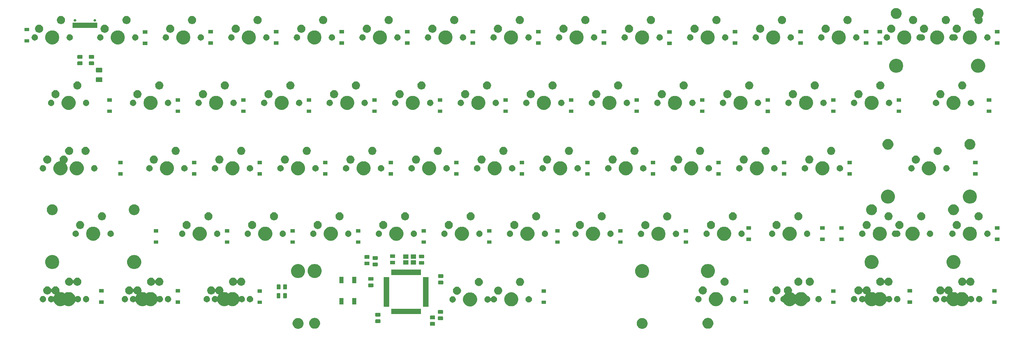
<source format=gbr>
G04 #@! TF.GenerationSoftware,KiCad,Pcbnew,(5.1.4)-1*
G04 #@! TF.CreationDate,2021-10-31T22:39:57+11:00*
G04 #@! TF.ProjectId,x60,7836302e-6b69-4636-9164-5f7063625858,rev?*
G04 #@! TF.SameCoordinates,Original*
G04 #@! TF.FileFunction,Soldermask,Bot*
G04 #@! TF.FilePolarity,Negative*
%FSLAX46Y46*%
G04 Gerber Fmt 4.6, Leading zero omitted, Abs format (unit mm)*
G04 Created by KiCad (PCBNEW (5.1.4)-1) date 2021-10-31 22:39:57*
%MOMM*%
%LPD*%
G04 APERTURE LIST*
%ADD10C,0.100000*%
G04 APERTURE END LIST*
D10*
G36*
X250706811Y-200461776D02*
G01*
X250824441Y-200510500D01*
X250993441Y-200580502D01*
X250993442Y-200580503D01*
X251251404Y-200752867D01*
X251470783Y-200972246D01*
X251524908Y-201053250D01*
X251643148Y-201230209D01*
X251712696Y-201398113D01*
X251761874Y-201516839D01*
X251783016Y-201623127D01*
X251821306Y-201815623D01*
X251822400Y-201821126D01*
X251822400Y-202131374D01*
X251761874Y-202435661D01*
X251724086Y-202526888D01*
X251643148Y-202722291D01*
X251643147Y-202722292D01*
X251470783Y-202980254D01*
X251251404Y-203199633D01*
X251079039Y-203314803D01*
X250993441Y-203371998D01*
X250825537Y-203441546D01*
X250706811Y-203490724D01*
X250402525Y-203551250D01*
X250092275Y-203551250D01*
X249787989Y-203490724D01*
X249669263Y-203441546D01*
X249501359Y-203371998D01*
X249415761Y-203314803D01*
X249243396Y-203199633D01*
X249024017Y-202980254D01*
X248851653Y-202722292D01*
X248851652Y-202722291D01*
X248770714Y-202526888D01*
X248732926Y-202435661D01*
X248672400Y-202131374D01*
X248672400Y-201821126D01*
X248673495Y-201815623D01*
X248711784Y-201623127D01*
X248732926Y-201516839D01*
X248782104Y-201398113D01*
X248851652Y-201230209D01*
X248969892Y-201053250D01*
X249024017Y-200972246D01*
X249243396Y-200752867D01*
X249501358Y-200580503D01*
X249501359Y-200580502D01*
X249670359Y-200510500D01*
X249787989Y-200461776D01*
X249940133Y-200431513D01*
X250092275Y-200401250D01*
X250402525Y-200401250D01*
X250706811Y-200461776D01*
X250706811Y-200461776D01*
G37*
G36*
X150707011Y-200461776D02*
G01*
X150824641Y-200510500D01*
X150993641Y-200580502D01*
X150993642Y-200580503D01*
X151251604Y-200752867D01*
X151470983Y-200972246D01*
X151525108Y-201053250D01*
X151643348Y-201230209D01*
X151712896Y-201398113D01*
X151762074Y-201516839D01*
X151783216Y-201623127D01*
X151821506Y-201815623D01*
X151822600Y-201821126D01*
X151822600Y-202131374D01*
X151762074Y-202435661D01*
X151724286Y-202526888D01*
X151643348Y-202722291D01*
X151643347Y-202722292D01*
X151470983Y-202980254D01*
X151251604Y-203199633D01*
X151079239Y-203314803D01*
X150993641Y-203371998D01*
X150825737Y-203441546D01*
X150707011Y-203490724D01*
X150402725Y-203551250D01*
X150092475Y-203551250D01*
X149788189Y-203490724D01*
X149669463Y-203441546D01*
X149501559Y-203371998D01*
X149415961Y-203314803D01*
X149243596Y-203199633D01*
X149024217Y-202980254D01*
X148851853Y-202722292D01*
X148851852Y-202722291D01*
X148770914Y-202526888D01*
X148733126Y-202435661D01*
X148672600Y-202131374D01*
X148672600Y-201821126D01*
X148673695Y-201815623D01*
X148711984Y-201623127D01*
X148733126Y-201516839D01*
X148782304Y-201398113D01*
X148851852Y-201230209D01*
X148970092Y-201053250D01*
X149024217Y-200972246D01*
X149243596Y-200752867D01*
X149501558Y-200580503D01*
X149501559Y-200580502D01*
X149670559Y-200510500D01*
X149788189Y-200461776D01*
X149940333Y-200431513D01*
X150092475Y-200401250D01*
X150402725Y-200401250D01*
X150707011Y-200461776D01*
X150707011Y-200461776D01*
G37*
G36*
X155373445Y-200401250D02*
G01*
X155526911Y-200431776D01*
X155599337Y-200461776D01*
X155813541Y-200550502D01*
X155899139Y-200607697D01*
X156071504Y-200722867D01*
X156290883Y-200942246D01*
X156356033Y-201039750D01*
X156463248Y-201200209D01*
X156475674Y-201230209D01*
X156581974Y-201486839D01*
X156600057Y-201577750D01*
X156642500Y-201791125D01*
X156642500Y-202101375D01*
X156612237Y-202253517D01*
X156581974Y-202405661D01*
X156547645Y-202488538D01*
X156463248Y-202692291D01*
X156443202Y-202722292D01*
X156290883Y-202950254D01*
X156071504Y-203169633D01*
X155899139Y-203284803D01*
X155813541Y-203341998D01*
X155741114Y-203371998D01*
X155526911Y-203460724D01*
X155376090Y-203490724D01*
X155222625Y-203521250D01*
X154912375Y-203521250D01*
X154758910Y-203490724D01*
X154608089Y-203460724D01*
X154393886Y-203371998D01*
X154321459Y-203341998D01*
X154235861Y-203284803D01*
X154063496Y-203169633D01*
X153844117Y-202950254D01*
X153691798Y-202722292D01*
X153671752Y-202692291D01*
X153587355Y-202488538D01*
X153553026Y-202405661D01*
X153522763Y-202253517D01*
X153492500Y-202101375D01*
X153492500Y-201791125D01*
X153534943Y-201577750D01*
X153553026Y-201486839D01*
X153659326Y-201230209D01*
X153671752Y-201200209D01*
X153778967Y-201039750D01*
X153844117Y-200942246D01*
X154063496Y-200722867D01*
X154235861Y-200607697D01*
X154321459Y-200550502D01*
X154535663Y-200461776D01*
X154608089Y-200431776D01*
X154761555Y-200401250D01*
X154912375Y-200371250D01*
X155222625Y-200371250D01*
X155373445Y-200401250D01*
X155373445Y-200401250D01*
G37*
G36*
X269673445Y-200401250D02*
G01*
X269826911Y-200431776D01*
X269899337Y-200461776D01*
X270113541Y-200550502D01*
X270199139Y-200607697D01*
X270371504Y-200722867D01*
X270590883Y-200942246D01*
X270656033Y-201039750D01*
X270763248Y-201200209D01*
X270775674Y-201230209D01*
X270881974Y-201486839D01*
X270900057Y-201577750D01*
X270942500Y-201791125D01*
X270942500Y-202101375D01*
X270912237Y-202253517D01*
X270881974Y-202405661D01*
X270847645Y-202488538D01*
X270763248Y-202692291D01*
X270743202Y-202722292D01*
X270590883Y-202950254D01*
X270371504Y-203169633D01*
X270199139Y-203284803D01*
X270113541Y-203341998D01*
X270041114Y-203371998D01*
X269826911Y-203460724D01*
X269676090Y-203490724D01*
X269522625Y-203521250D01*
X269212375Y-203521250D01*
X269058910Y-203490724D01*
X268908089Y-203460724D01*
X268693886Y-203371998D01*
X268621459Y-203341998D01*
X268535861Y-203284803D01*
X268363496Y-203169633D01*
X268144117Y-202950254D01*
X267991798Y-202722292D01*
X267971752Y-202692291D01*
X267887355Y-202488538D01*
X267853026Y-202405661D01*
X267822763Y-202253517D01*
X267792500Y-202101375D01*
X267792500Y-201791125D01*
X267834943Y-201577750D01*
X267853026Y-201486839D01*
X267959326Y-201230209D01*
X267971752Y-201200209D01*
X268078967Y-201039750D01*
X268144117Y-200942246D01*
X268363496Y-200722867D01*
X268535861Y-200607697D01*
X268621459Y-200550502D01*
X268835663Y-200461776D01*
X268908089Y-200431776D01*
X269061555Y-200401250D01*
X269212375Y-200371250D01*
X269522625Y-200371250D01*
X269673445Y-200401250D01*
X269673445Y-200401250D01*
G37*
G36*
X189909468Y-201582315D02*
G01*
X189948138Y-201594046D01*
X189983777Y-201613096D01*
X190015017Y-201638733D01*
X190040654Y-201669973D01*
X190059704Y-201705612D01*
X190071435Y-201744282D01*
X190076000Y-201790638D01*
X190076000Y-202441862D01*
X190071435Y-202488218D01*
X190059704Y-202526888D01*
X190040654Y-202562527D01*
X190015017Y-202593767D01*
X189983777Y-202619404D01*
X189948138Y-202638454D01*
X189909468Y-202650185D01*
X189863112Y-202654750D01*
X188786888Y-202654750D01*
X188740532Y-202650185D01*
X188701862Y-202638454D01*
X188666223Y-202619404D01*
X188634983Y-202593767D01*
X188609346Y-202562527D01*
X188590296Y-202526888D01*
X188578565Y-202488218D01*
X188574000Y-202441862D01*
X188574000Y-201790638D01*
X188578565Y-201744282D01*
X188590296Y-201705612D01*
X188609346Y-201669973D01*
X188634983Y-201638733D01*
X188666223Y-201613096D01*
X188701862Y-201594046D01*
X188740532Y-201582315D01*
X188786888Y-201577750D01*
X189863112Y-201577750D01*
X189909468Y-201582315D01*
X189909468Y-201582315D01*
G37*
G36*
X174034468Y-200788565D02*
G01*
X174073138Y-200800296D01*
X174108777Y-200819346D01*
X174140017Y-200844983D01*
X174165654Y-200876223D01*
X174184704Y-200911862D01*
X174196435Y-200950532D01*
X174201000Y-200996888D01*
X174201000Y-201648112D01*
X174196435Y-201694468D01*
X174184704Y-201733138D01*
X174165654Y-201768777D01*
X174140017Y-201800017D01*
X174108777Y-201825654D01*
X174073138Y-201844704D01*
X174034468Y-201856435D01*
X173988112Y-201861000D01*
X172911888Y-201861000D01*
X172865532Y-201856435D01*
X172826862Y-201844704D01*
X172791223Y-201825654D01*
X172759983Y-201800017D01*
X172734346Y-201768777D01*
X172715296Y-201733138D01*
X172703565Y-201694468D01*
X172699000Y-201648112D01*
X172699000Y-200996888D01*
X172703565Y-200950532D01*
X172715296Y-200911862D01*
X172734346Y-200876223D01*
X172759983Y-200844983D01*
X172791223Y-200819346D01*
X172826862Y-200800296D01*
X172865532Y-200788565D01*
X172911888Y-200784000D01*
X173988112Y-200784000D01*
X174034468Y-200788565D01*
X174034468Y-200788565D01*
G37*
G36*
X192221968Y-199967315D02*
G01*
X192260638Y-199979046D01*
X192296277Y-199998096D01*
X192327517Y-200023733D01*
X192353154Y-200054973D01*
X192372204Y-200090612D01*
X192383935Y-200129282D01*
X192388500Y-200175638D01*
X192388500Y-200826862D01*
X192383935Y-200873218D01*
X192372204Y-200911888D01*
X192353154Y-200947527D01*
X192327517Y-200978767D01*
X192296277Y-201004404D01*
X192260638Y-201023454D01*
X192221968Y-201035185D01*
X192175612Y-201039750D01*
X191099388Y-201039750D01*
X191053032Y-201035185D01*
X191014362Y-201023454D01*
X190978723Y-201004404D01*
X190947483Y-200978767D01*
X190921846Y-200947527D01*
X190902796Y-200911888D01*
X190891065Y-200873218D01*
X190886500Y-200826862D01*
X190886500Y-200175638D01*
X190891065Y-200129282D01*
X190902796Y-200090612D01*
X190921846Y-200054973D01*
X190947483Y-200023733D01*
X190978723Y-199998096D01*
X191014362Y-199979046D01*
X191053032Y-199967315D01*
X191099388Y-199962750D01*
X192175612Y-199962750D01*
X192221968Y-199967315D01*
X192221968Y-199967315D01*
G37*
G36*
X189909468Y-199707315D02*
G01*
X189948138Y-199719046D01*
X189983777Y-199738096D01*
X190015017Y-199763733D01*
X190040654Y-199794973D01*
X190059704Y-199830612D01*
X190071435Y-199869282D01*
X190076000Y-199915638D01*
X190076000Y-200566862D01*
X190071435Y-200613218D01*
X190059704Y-200651888D01*
X190040654Y-200687527D01*
X190015017Y-200718767D01*
X189983777Y-200744404D01*
X189948138Y-200763454D01*
X189909468Y-200775185D01*
X189863112Y-200779750D01*
X188786888Y-200779750D01*
X188740532Y-200775185D01*
X188701862Y-200763454D01*
X188666223Y-200744404D01*
X188634983Y-200718767D01*
X188609346Y-200687527D01*
X188590296Y-200651888D01*
X188578565Y-200613218D01*
X188574000Y-200566862D01*
X188574000Y-199915638D01*
X188578565Y-199869282D01*
X188590296Y-199830612D01*
X188609346Y-199794973D01*
X188634983Y-199763733D01*
X188666223Y-199738096D01*
X188701862Y-199719046D01*
X188740532Y-199707315D01*
X188786888Y-199702750D01*
X189863112Y-199702750D01*
X189909468Y-199707315D01*
X189909468Y-199707315D01*
G37*
G36*
X174034468Y-198913565D02*
G01*
X174073138Y-198925296D01*
X174108777Y-198944346D01*
X174140017Y-198969983D01*
X174165654Y-199001223D01*
X174184704Y-199036862D01*
X174196435Y-199075532D01*
X174201000Y-199121888D01*
X174201000Y-199773112D01*
X174196435Y-199819468D01*
X174184704Y-199858138D01*
X174165654Y-199893777D01*
X174140017Y-199925017D01*
X174108777Y-199950654D01*
X174073138Y-199969704D01*
X174034468Y-199981435D01*
X173988112Y-199986000D01*
X172911888Y-199986000D01*
X172865532Y-199981435D01*
X172826862Y-199969704D01*
X172791223Y-199950654D01*
X172759983Y-199925017D01*
X172734346Y-199893777D01*
X172715296Y-199858138D01*
X172703565Y-199819468D01*
X172699000Y-199773112D01*
X172699000Y-199121888D01*
X172703565Y-199075532D01*
X172715296Y-199036862D01*
X172734346Y-199001223D01*
X172759983Y-198969983D01*
X172791223Y-198944346D01*
X172826862Y-198925296D01*
X172865532Y-198913565D01*
X172911888Y-198909000D01*
X173988112Y-198909000D01*
X174034468Y-198913565D01*
X174034468Y-198913565D01*
G37*
G36*
X185994750Y-199292250D02*
G01*
X177342750Y-199292250D01*
X177342750Y-197690250D01*
X185994750Y-197690250D01*
X185994750Y-199292250D01*
X185994750Y-199292250D01*
G37*
G36*
X192221968Y-198092315D02*
G01*
X192260638Y-198104046D01*
X192296277Y-198123096D01*
X192327517Y-198148733D01*
X192353154Y-198179973D01*
X192372204Y-198215612D01*
X192383935Y-198254282D01*
X192388500Y-198300638D01*
X192388500Y-198951862D01*
X192383935Y-198998218D01*
X192372204Y-199036888D01*
X192353154Y-199072527D01*
X192327517Y-199103767D01*
X192296277Y-199129404D01*
X192260638Y-199148454D01*
X192221968Y-199160185D01*
X192175612Y-199164750D01*
X191099388Y-199164750D01*
X191053032Y-199160185D01*
X191014362Y-199148454D01*
X190978723Y-199129404D01*
X190947483Y-199103767D01*
X190921846Y-199072527D01*
X190902796Y-199036888D01*
X190891065Y-198998218D01*
X190886500Y-198951862D01*
X190886500Y-198300638D01*
X190891065Y-198254282D01*
X190902796Y-198215612D01*
X190921846Y-198179973D01*
X190947483Y-198148733D01*
X190978723Y-198123096D01*
X191014362Y-198104046D01*
X191053032Y-198092315D01*
X191099388Y-198087750D01*
X192175612Y-198087750D01*
X192221968Y-198092315D01*
X192221968Y-198092315D01*
G37*
G36*
X188169750Y-197117250D02*
G01*
X186567750Y-197117250D01*
X186567750Y-188465250D01*
X188169750Y-188465250D01*
X188169750Y-197117250D01*
X188169750Y-197117250D01*
G37*
G36*
X176769750Y-197117250D02*
G01*
X175167750Y-197117250D01*
X175167750Y-188465250D01*
X176769750Y-188465250D01*
X176769750Y-197117250D01*
X176769750Y-197117250D01*
G37*
G36*
X200843974Y-193024934D02*
G01*
X201061974Y-193115233D01*
X201216123Y-193179083D01*
X201551048Y-193402873D01*
X201835877Y-193687702D01*
X202059667Y-194022627D01*
X202120975Y-194170639D01*
X202213816Y-194394776D01*
X202292400Y-194789844D01*
X202292400Y-195192656D01*
X202213816Y-195587724D01*
X202162951Y-195710522D01*
X202059667Y-195959873D01*
X201835877Y-196294798D01*
X201551048Y-196579627D01*
X201216123Y-196803417D01*
X201061974Y-196867267D01*
X200843974Y-196957566D01*
X200448906Y-197036150D01*
X200046094Y-197036150D01*
X199651026Y-196957566D01*
X199433026Y-196867267D01*
X199278877Y-196803417D01*
X198943952Y-196579627D01*
X198659123Y-196294798D01*
X198435333Y-195959873D01*
X198332049Y-195710522D01*
X198281184Y-195587724D01*
X198202600Y-195192656D01*
X198202600Y-194789844D01*
X198281184Y-194394776D01*
X198374025Y-194170639D01*
X198435333Y-194022627D01*
X198659123Y-193687702D01*
X198943952Y-193402873D01*
X199278877Y-193179083D01*
X199433026Y-193115233D01*
X199651026Y-193024934D01*
X200046094Y-192946350D01*
X200448906Y-192946350D01*
X200843974Y-193024934D01*
X200843974Y-193024934D01*
G37*
G36*
X212813974Y-192994934D02*
G01*
X213031974Y-193085233D01*
X213186123Y-193149083D01*
X213521048Y-193372873D01*
X213805877Y-193657702D01*
X214029667Y-193992627D01*
X214062062Y-194070836D01*
X214183816Y-194364776D01*
X214262400Y-194759844D01*
X214262400Y-195162656D01*
X214183816Y-195557724D01*
X214093517Y-195775724D01*
X214029667Y-195929873D01*
X213805877Y-196264798D01*
X213521048Y-196549627D01*
X213186123Y-196773417D01*
X213113696Y-196803417D01*
X212813974Y-196927566D01*
X212418906Y-197006150D01*
X212016094Y-197006150D01*
X211621026Y-196927566D01*
X211321304Y-196803417D01*
X211248877Y-196773417D01*
X210913952Y-196549627D01*
X210629123Y-196264798D01*
X210405333Y-195929873D01*
X210341483Y-195775724D01*
X210251184Y-195557724D01*
X210172600Y-195162656D01*
X210172600Y-194759844D01*
X210251184Y-194364776D01*
X210372938Y-194070836D01*
X210405333Y-193992627D01*
X210629123Y-193657702D01*
X210913952Y-193372873D01*
X211248877Y-193149083D01*
X211403026Y-193085233D01*
X211621026Y-192994934D01*
X212016094Y-192916350D01*
X212418906Y-192916350D01*
X212813974Y-192994934D01*
X212813974Y-192994934D01*
G37*
G36*
X77566560Y-191207814D02*
G01*
X77718027Y-191237943D01*
X77932045Y-191326592D01*
X77932046Y-191326593D01*
X78124654Y-191455289D01*
X78288461Y-191619096D01*
X78374258Y-191747501D01*
X78417158Y-191811705D01*
X78450144Y-191891341D01*
X78461692Y-191912946D01*
X78477237Y-191931888D01*
X78496179Y-191947433D01*
X78517790Y-191958984D01*
X78541239Y-191966097D01*
X78565625Y-191968499D01*
X78590011Y-191966097D01*
X78613460Y-191958984D01*
X78635071Y-191947433D01*
X78654013Y-191931888D01*
X78669558Y-191912946D01*
X78681106Y-191891341D01*
X78714092Y-191811705D01*
X78756992Y-191747501D01*
X78842789Y-191619096D01*
X79006596Y-191455289D01*
X79199204Y-191326593D01*
X79199205Y-191326592D01*
X79413223Y-191237943D01*
X79564690Y-191207814D01*
X79640423Y-191192750D01*
X79872077Y-191192750D01*
X79947810Y-191207814D01*
X80099277Y-191237943D01*
X80313295Y-191326592D01*
X80313296Y-191326593D01*
X80505904Y-191455289D01*
X80669711Y-191619096D01*
X80755508Y-191747501D01*
X80798408Y-191811705D01*
X80887057Y-192025723D01*
X80917186Y-192177190D01*
X80932250Y-192252923D01*
X80932250Y-192484577D01*
X80886522Y-192714465D01*
X80884120Y-192738851D01*
X80886522Y-192763237D01*
X80893635Y-192786686D01*
X80905186Y-192808297D01*
X80920731Y-192827239D01*
X80939673Y-192842784D01*
X80961284Y-192854335D01*
X80984733Y-192861448D01*
X81009119Y-192863850D01*
X81386406Y-192863850D01*
X81781474Y-192942434D01*
X81980646Y-193024934D01*
X82153623Y-193096583D01*
X82306179Y-193198518D01*
X82327790Y-193210069D01*
X82351239Y-193217182D01*
X82375625Y-193219584D01*
X82400011Y-193217182D01*
X82423460Y-193210069D01*
X82445071Y-193198518D01*
X82597627Y-193096583D01*
X82770604Y-193024934D01*
X82969776Y-192942434D01*
X83364844Y-192863850D01*
X83767656Y-192863850D01*
X84162724Y-192942434D01*
X84361896Y-193024934D01*
X84534873Y-193096583D01*
X84869798Y-193320373D01*
X85154627Y-193605202D01*
X85378417Y-193940127D01*
X85461471Y-194140639D01*
X85466642Y-194153122D01*
X85478193Y-194174733D01*
X85493738Y-194193675D01*
X85512680Y-194209220D01*
X85534291Y-194220771D01*
X85557740Y-194227884D01*
X85582126Y-194230286D01*
X85606512Y-194227884D01*
X85629961Y-194220771D01*
X85651572Y-194209220D01*
X85670503Y-194193684D01*
X85674709Y-194189478D01*
X85826374Y-194088139D01*
X85994896Y-194018335D01*
X86173797Y-193982750D01*
X86356203Y-193982750D01*
X86535104Y-194018335D01*
X86703626Y-194088139D01*
X86855291Y-194189478D01*
X86984272Y-194318459D01*
X87085611Y-194470124D01*
X87155415Y-194638646D01*
X87191000Y-194817547D01*
X87191000Y-194999953D01*
X87155415Y-195178854D01*
X87085611Y-195347376D01*
X86984272Y-195499041D01*
X86855291Y-195628022D01*
X86703626Y-195729361D01*
X86535104Y-195799165D01*
X86356203Y-195834750D01*
X86173797Y-195834750D01*
X85994896Y-195799165D01*
X85826374Y-195729361D01*
X85674709Y-195628022D01*
X85670503Y-195623816D01*
X85651572Y-195608280D01*
X85629961Y-195596729D01*
X85606512Y-195589616D01*
X85582126Y-195587214D01*
X85557740Y-195589616D01*
X85534291Y-195596729D01*
X85512680Y-195608280D01*
X85493738Y-195623825D01*
X85478193Y-195642767D01*
X85466642Y-195664378D01*
X85378417Y-195877373D01*
X85154627Y-196212298D01*
X84869798Y-196497127D01*
X84534873Y-196720917D01*
X84408126Y-196773417D01*
X84162724Y-196875066D01*
X83767656Y-196953650D01*
X83364844Y-196953650D01*
X82969776Y-196875066D01*
X82724374Y-196773417D01*
X82597627Y-196720917D01*
X82445069Y-196618981D01*
X82423460Y-196607431D01*
X82400011Y-196600318D01*
X82375625Y-196597916D01*
X82351239Y-196600318D01*
X82327790Y-196607431D01*
X82306181Y-196618981D01*
X82153623Y-196720917D01*
X82026876Y-196773417D01*
X81781474Y-196875066D01*
X81386406Y-196953650D01*
X80983594Y-196953650D01*
X80588526Y-196875066D01*
X80343124Y-196773417D01*
X80216377Y-196720917D01*
X79881452Y-196497127D01*
X79596623Y-196212298D01*
X79372833Y-195877373D01*
X79284608Y-195664378D01*
X79273057Y-195642767D01*
X79257512Y-195623825D01*
X79238570Y-195608280D01*
X79216959Y-195596729D01*
X79193510Y-195589616D01*
X79169124Y-195587214D01*
X79144738Y-195589616D01*
X79121289Y-195596729D01*
X79099678Y-195608280D01*
X79080747Y-195623816D01*
X79076541Y-195628022D01*
X78924876Y-195729361D01*
X78756354Y-195799165D01*
X78577453Y-195834750D01*
X78395047Y-195834750D01*
X78216146Y-195799165D01*
X78047624Y-195729361D01*
X77895959Y-195628022D01*
X77766978Y-195499041D01*
X77665639Y-195347376D01*
X77595835Y-195178854D01*
X77560250Y-194999953D01*
X77560250Y-194817547D01*
X77595835Y-194638646D01*
X77665639Y-194470124D01*
X77766978Y-194318459D01*
X77895959Y-194189478D01*
X78047624Y-194088139D01*
X78216146Y-194018335D01*
X78395047Y-193982750D01*
X78577453Y-193982750D01*
X78756354Y-194018335D01*
X78924876Y-194088139D01*
X79076541Y-194189478D01*
X79080747Y-194193684D01*
X79099678Y-194209220D01*
X79121289Y-194220771D01*
X79144738Y-194227884D01*
X79169124Y-194230286D01*
X79193510Y-194227884D01*
X79216959Y-194220771D01*
X79238570Y-194209220D01*
X79257512Y-194193675D01*
X79273057Y-194174733D01*
X79284608Y-194153122D01*
X79289779Y-194140639D01*
X79372833Y-193940127D01*
X79533484Y-193699696D01*
X79545034Y-193678087D01*
X79552147Y-193654638D01*
X79554549Y-193630252D01*
X79552147Y-193605866D01*
X79545034Y-193582417D01*
X79533483Y-193560806D01*
X79517938Y-193541864D01*
X79498996Y-193526319D01*
X79477385Y-193514768D01*
X79453939Y-193507656D01*
X79413223Y-193499557D01*
X79199205Y-193410908D01*
X79118359Y-193356888D01*
X79006596Y-193282211D01*
X78842789Y-193118404D01*
X78749172Y-192978296D01*
X78714092Y-192925795D01*
X78681106Y-192846159D01*
X78669558Y-192824554D01*
X78654013Y-192805612D01*
X78635071Y-192790067D01*
X78613460Y-192778516D01*
X78590011Y-192771403D01*
X78565625Y-192769001D01*
X78541239Y-192771403D01*
X78517790Y-192778516D01*
X78496179Y-192790067D01*
X78477237Y-192805612D01*
X78461692Y-192824554D01*
X78450144Y-192846159D01*
X78417158Y-192925795D01*
X78382078Y-192978296D01*
X78288461Y-193118404D01*
X78124654Y-193282211D01*
X78012891Y-193356888D01*
X77932045Y-193410908D01*
X77718027Y-193499557D01*
X77583485Y-193526319D01*
X77490827Y-193544750D01*
X77259173Y-193544750D01*
X77166515Y-193526319D01*
X77031973Y-193499557D01*
X76817955Y-193410908D01*
X76737109Y-193356888D01*
X76625346Y-193282211D01*
X76461539Y-193118404D01*
X76367922Y-192978296D01*
X76332842Y-192925795D01*
X76244193Y-192711777D01*
X76199000Y-192484576D01*
X76199000Y-192252924D01*
X76244193Y-192025723D01*
X76332842Y-191811705D01*
X76375742Y-191747501D01*
X76461539Y-191619096D01*
X76625346Y-191455289D01*
X76817954Y-191326593D01*
X76817955Y-191326592D01*
X77031973Y-191237943D01*
X77183440Y-191207814D01*
X77259173Y-191192750D01*
X77490827Y-191192750D01*
X77566560Y-191207814D01*
X77566560Y-191207814D01*
G37*
G36*
X292816560Y-191207814D02*
G01*
X292968027Y-191237943D01*
X293182045Y-191326592D01*
X293182046Y-191326593D01*
X293374654Y-191455289D01*
X293538461Y-191619096D01*
X293624258Y-191747501D01*
X293667158Y-191811705D01*
X293755807Y-192025723D01*
X293801000Y-192252924D01*
X293801000Y-192484576D01*
X293755807Y-192711777D01*
X293723378Y-192790067D01*
X293715783Y-192808403D01*
X293708670Y-192831852D01*
X293706268Y-192856238D01*
X293708670Y-192880625D01*
X293715783Y-192904073D01*
X293727334Y-192925684D01*
X293742880Y-192944626D01*
X293761822Y-192960171D01*
X293783432Y-192971722D01*
X293968213Y-193048261D01*
X294084873Y-193096583D01*
X294419798Y-193320373D01*
X294687243Y-193587818D01*
X294706179Y-193603358D01*
X294727790Y-193614909D01*
X294751239Y-193622022D01*
X294775625Y-193624424D01*
X294800011Y-193622022D01*
X294823460Y-193614909D01*
X294845071Y-193603358D01*
X294864007Y-193587818D01*
X295131452Y-193320373D01*
X295466377Y-193096583D01*
X295639354Y-193024934D01*
X295838526Y-192942434D01*
X296233594Y-192863850D01*
X296636406Y-192863850D01*
X297031474Y-192942434D01*
X297230646Y-193024934D01*
X297403623Y-193096583D01*
X297738548Y-193320373D01*
X298023377Y-193605202D01*
X298078502Y-193687703D01*
X298245072Y-193936992D01*
X298260617Y-193955934D01*
X298279559Y-193971479D01*
X298301170Y-193983030D01*
X298324616Y-193990142D01*
X298466354Y-194018335D01*
X298634876Y-194088139D01*
X298786541Y-194189478D01*
X298915522Y-194318459D01*
X299016861Y-194470124D01*
X299086665Y-194638646D01*
X299122250Y-194817547D01*
X299122250Y-194999953D01*
X299086665Y-195178854D01*
X299016861Y-195347376D01*
X298915522Y-195499041D01*
X298786541Y-195628022D01*
X298634876Y-195729361D01*
X298466354Y-195799165D01*
X298324616Y-195827358D01*
X298301170Y-195834470D01*
X298279559Y-195846021D01*
X298260617Y-195861567D01*
X298245073Y-195880506D01*
X298023377Y-196212298D01*
X297738548Y-196497127D01*
X297403623Y-196720917D01*
X297276876Y-196773417D01*
X297031474Y-196875066D01*
X296636406Y-196953650D01*
X296233594Y-196953650D01*
X295838526Y-196875066D01*
X295593124Y-196773417D01*
X295466377Y-196720917D01*
X295131452Y-196497127D01*
X294864007Y-196229682D01*
X294845071Y-196214142D01*
X294823460Y-196202591D01*
X294800011Y-196195478D01*
X294775625Y-196193076D01*
X294751239Y-196195478D01*
X294727790Y-196202591D01*
X294706179Y-196214142D01*
X294687243Y-196229682D01*
X294419798Y-196497127D01*
X294084873Y-196720917D01*
X293958126Y-196773417D01*
X293712724Y-196875066D01*
X293317656Y-196953650D01*
X292914844Y-196953650D01*
X292519776Y-196875066D01*
X292274374Y-196773417D01*
X292147627Y-196720917D01*
X291812702Y-196497127D01*
X291527873Y-196212298D01*
X291306177Y-195880506D01*
X291290633Y-195861566D01*
X291271691Y-195846021D01*
X291250080Y-195834470D01*
X291226634Y-195827358D01*
X291084896Y-195799165D01*
X290916374Y-195729361D01*
X290764709Y-195628022D01*
X290635728Y-195499041D01*
X290534389Y-195347376D01*
X290464585Y-195178854D01*
X290429000Y-194999953D01*
X290429000Y-194817547D01*
X290464585Y-194638646D01*
X290534389Y-194470124D01*
X290635728Y-194318459D01*
X290764709Y-194189478D01*
X290916374Y-194088139D01*
X291084896Y-194018335D01*
X291226634Y-193990142D01*
X291250080Y-193983030D01*
X291271691Y-193971479D01*
X291290633Y-193955933D01*
X291306178Y-193936992D01*
X291472748Y-193687703D01*
X291527873Y-193605202D01*
X291774722Y-193358353D01*
X291790263Y-193339417D01*
X291801814Y-193317806D01*
X291808927Y-193294357D01*
X291811329Y-193269971D01*
X291808927Y-193245585D01*
X291801814Y-193222136D01*
X291790263Y-193200525D01*
X291774718Y-193181583D01*
X291711539Y-193118404D01*
X291617922Y-192978296D01*
X291582842Y-192925795D01*
X291494193Y-192711777D01*
X291449000Y-192484576D01*
X291449000Y-192252924D01*
X291494193Y-192025723D01*
X291582842Y-191811705D01*
X291625742Y-191747501D01*
X291711539Y-191619096D01*
X291875346Y-191455289D01*
X292067954Y-191326593D01*
X292067955Y-191326592D01*
X292281973Y-191237943D01*
X292433440Y-191207814D01*
X292509173Y-191192750D01*
X292740827Y-191192750D01*
X292816560Y-191207814D01*
X292816560Y-191207814D01*
G37*
G36*
X313310310Y-191207814D02*
G01*
X313461777Y-191237943D01*
X313675795Y-191326592D01*
X313675796Y-191326593D01*
X313868404Y-191455289D01*
X314032211Y-191619096D01*
X314118008Y-191747501D01*
X314160908Y-191811705D01*
X314193894Y-191891341D01*
X314205442Y-191912946D01*
X314220987Y-191931888D01*
X314239929Y-191947433D01*
X314261540Y-191958984D01*
X314284989Y-191966097D01*
X314309375Y-191968499D01*
X314333761Y-191966097D01*
X314357210Y-191958984D01*
X314378821Y-191947433D01*
X314397763Y-191931888D01*
X314413308Y-191912946D01*
X314424856Y-191891341D01*
X314457842Y-191811705D01*
X314500742Y-191747501D01*
X314586539Y-191619096D01*
X314750346Y-191455289D01*
X314942954Y-191326593D01*
X314942955Y-191326592D01*
X315156973Y-191237943D01*
X315308440Y-191207814D01*
X315384173Y-191192750D01*
X315615827Y-191192750D01*
X315691560Y-191207814D01*
X315843027Y-191237943D01*
X316057045Y-191326592D01*
X316057046Y-191326593D01*
X316249654Y-191455289D01*
X316413461Y-191619096D01*
X316499258Y-191747501D01*
X316542158Y-191811705D01*
X316630807Y-192025723D01*
X316660936Y-192177190D01*
X316676000Y-192252923D01*
X316676000Y-192484577D01*
X316630272Y-192714465D01*
X316627870Y-192738851D01*
X316630272Y-192763237D01*
X316637385Y-192786686D01*
X316648936Y-192808297D01*
X316664481Y-192827239D01*
X316683423Y-192842784D01*
X316705034Y-192854335D01*
X316728483Y-192861448D01*
X316752869Y-192863850D01*
X317130156Y-192863850D01*
X317525224Y-192942434D01*
X317724396Y-193024934D01*
X317897373Y-193096583D01*
X318049929Y-193198518D01*
X318071540Y-193210069D01*
X318094989Y-193217182D01*
X318119375Y-193219584D01*
X318143761Y-193217182D01*
X318167210Y-193210069D01*
X318188821Y-193198518D01*
X318341377Y-193096583D01*
X318514354Y-193024934D01*
X318713526Y-192942434D01*
X319108594Y-192863850D01*
X319511406Y-192863850D01*
X319906474Y-192942434D01*
X320105646Y-193024934D01*
X320278623Y-193096583D01*
X320613548Y-193320373D01*
X320898377Y-193605202D01*
X321122167Y-193940127D01*
X321205221Y-194140639D01*
X321210392Y-194153122D01*
X321221943Y-194174733D01*
X321237488Y-194193675D01*
X321256430Y-194209220D01*
X321278041Y-194220771D01*
X321301490Y-194227884D01*
X321325876Y-194230286D01*
X321350262Y-194227884D01*
X321373711Y-194220771D01*
X321395322Y-194209220D01*
X321414253Y-194193684D01*
X321418459Y-194189478D01*
X321570124Y-194088139D01*
X321738646Y-194018335D01*
X321917547Y-193982750D01*
X322099953Y-193982750D01*
X322278854Y-194018335D01*
X322447376Y-194088139D01*
X322599041Y-194189478D01*
X322728022Y-194318459D01*
X322829361Y-194470124D01*
X322899165Y-194638646D01*
X322934750Y-194817547D01*
X322934750Y-194999953D01*
X322899165Y-195178854D01*
X322829361Y-195347376D01*
X322728022Y-195499041D01*
X322599041Y-195628022D01*
X322447376Y-195729361D01*
X322278854Y-195799165D01*
X322099953Y-195834750D01*
X321917547Y-195834750D01*
X321738646Y-195799165D01*
X321570124Y-195729361D01*
X321418459Y-195628022D01*
X321414253Y-195623816D01*
X321395322Y-195608280D01*
X321373711Y-195596729D01*
X321350262Y-195589616D01*
X321325876Y-195587214D01*
X321301490Y-195589616D01*
X321278041Y-195596729D01*
X321256430Y-195608280D01*
X321237488Y-195623825D01*
X321221943Y-195642767D01*
X321210392Y-195664378D01*
X321122167Y-195877373D01*
X320898377Y-196212298D01*
X320613548Y-196497127D01*
X320278623Y-196720917D01*
X320151876Y-196773417D01*
X319906474Y-196875066D01*
X319511406Y-196953650D01*
X319108594Y-196953650D01*
X318713526Y-196875066D01*
X318468124Y-196773417D01*
X318341377Y-196720917D01*
X318188819Y-196618981D01*
X318167210Y-196607431D01*
X318143761Y-196600318D01*
X318119375Y-196597916D01*
X318094989Y-196600318D01*
X318071540Y-196607431D01*
X318049931Y-196618981D01*
X317897373Y-196720917D01*
X317770626Y-196773417D01*
X317525224Y-196875066D01*
X317130156Y-196953650D01*
X316727344Y-196953650D01*
X316332276Y-196875066D01*
X316086874Y-196773417D01*
X315960127Y-196720917D01*
X315625202Y-196497127D01*
X315340373Y-196212298D01*
X315116583Y-195877373D01*
X315028358Y-195664378D01*
X315016807Y-195642767D01*
X315001262Y-195623825D01*
X314982320Y-195608280D01*
X314960709Y-195596729D01*
X314937260Y-195589616D01*
X314912874Y-195587214D01*
X314888488Y-195589616D01*
X314865039Y-195596729D01*
X314843428Y-195608280D01*
X314824497Y-195623816D01*
X314820291Y-195628022D01*
X314668626Y-195729361D01*
X314500104Y-195799165D01*
X314321203Y-195834750D01*
X314138797Y-195834750D01*
X313959896Y-195799165D01*
X313791374Y-195729361D01*
X313639709Y-195628022D01*
X313510728Y-195499041D01*
X313409389Y-195347376D01*
X313339585Y-195178854D01*
X313304000Y-194999953D01*
X313304000Y-194817547D01*
X313339585Y-194638646D01*
X313409389Y-194470124D01*
X313510728Y-194318459D01*
X313639709Y-194189478D01*
X313791374Y-194088139D01*
X313959896Y-194018335D01*
X314138797Y-193982750D01*
X314321203Y-193982750D01*
X314500104Y-194018335D01*
X314668626Y-194088139D01*
X314820291Y-194189478D01*
X314824497Y-194193684D01*
X314843428Y-194209220D01*
X314865039Y-194220771D01*
X314888488Y-194227884D01*
X314912874Y-194230286D01*
X314937260Y-194227884D01*
X314960709Y-194220771D01*
X314982320Y-194209220D01*
X315001262Y-194193675D01*
X315016807Y-194174733D01*
X315028358Y-194153122D01*
X315033529Y-194140639D01*
X315116583Y-193940127D01*
X315277234Y-193699696D01*
X315288784Y-193678087D01*
X315295897Y-193654638D01*
X315298299Y-193630252D01*
X315295897Y-193605866D01*
X315288784Y-193582417D01*
X315277233Y-193560806D01*
X315261688Y-193541864D01*
X315242746Y-193526319D01*
X315221135Y-193514768D01*
X315197689Y-193507656D01*
X315156973Y-193499557D01*
X314942955Y-193410908D01*
X314862109Y-193356888D01*
X314750346Y-193282211D01*
X314586539Y-193118404D01*
X314492922Y-192978296D01*
X314457842Y-192925795D01*
X314424856Y-192846159D01*
X314413308Y-192824554D01*
X314397763Y-192805612D01*
X314378821Y-192790067D01*
X314357210Y-192778516D01*
X314333761Y-192771403D01*
X314309375Y-192769001D01*
X314284989Y-192771403D01*
X314261540Y-192778516D01*
X314239929Y-192790067D01*
X314220987Y-192805612D01*
X314205442Y-192824554D01*
X314193894Y-192846159D01*
X314160908Y-192925795D01*
X314125828Y-192978296D01*
X314032211Y-193118404D01*
X313868404Y-193282211D01*
X313756641Y-193356888D01*
X313675795Y-193410908D01*
X313461777Y-193499557D01*
X313327235Y-193526319D01*
X313234577Y-193544750D01*
X313002923Y-193544750D01*
X312910265Y-193526319D01*
X312775723Y-193499557D01*
X312561705Y-193410908D01*
X312480859Y-193356888D01*
X312369096Y-193282211D01*
X312205289Y-193118404D01*
X312111672Y-192978296D01*
X312076592Y-192925795D01*
X311987943Y-192711777D01*
X311942750Y-192484576D01*
X311942750Y-192252924D01*
X311987943Y-192025723D01*
X312076592Y-191811705D01*
X312119492Y-191747501D01*
X312205289Y-191619096D01*
X312369096Y-191455289D01*
X312561704Y-191326593D01*
X312561705Y-191326592D01*
X312775723Y-191237943D01*
X312927190Y-191207814D01*
X313002923Y-191192750D01*
X313234577Y-191192750D01*
X313310310Y-191207814D01*
X313310310Y-191207814D01*
G37*
G36*
X101379060Y-191207814D02*
G01*
X101530527Y-191237943D01*
X101744545Y-191326592D01*
X101744546Y-191326593D01*
X101937154Y-191455289D01*
X102100961Y-191619096D01*
X102186758Y-191747501D01*
X102229658Y-191811705D01*
X102262644Y-191891341D01*
X102274192Y-191912946D01*
X102289737Y-191931888D01*
X102308679Y-191947433D01*
X102330290Y-191958984D01*
X102353739Y-191966097D01*
X102378125Y-191968499D01*
X102402511Y-191966097D01*
X102425960Y-191958984D01*
X102447571Y-191947433D01*
X102466513Y-191931888D01*
X102482058Y-191912946D01*
X102493606Y-191891341D01*
X102526592Y-191811705D01*
X102569492Y-191747501D01*
X102655289Y-191619096D01*
X102819096Y-191455289D01*
X103011704Y-191326593D01*
X103011705Y-191326592D01*
X103225723Y-191237943D01*
X103377190Y-191207814D01*
X103452923Y-191192750D01*
X103684577Y-191192750D01*
X103760310Y-191207814D01*
X103911777Y-191237943D01*
X104125795Y-191326592D01*
X104125796Y-191326593D01*
X104318404Y-191455289D01*
X104482211Y-191619096D01*
X104568008Y-191747501D01*
X104610908Y-191811705D01*
X104699557Y-192025723D01*
X104729686Y-192177190D01*
X104744750Y-192252923D01*
X104744750Y-192484577D01*
X104699022Y-192714465D01*
X104696620Y-192738851D01*
X104699022Y-192763237D01*
X104706135Y-192786686D01*
X104717686Y-192808297D01*
X104733231Y-192827239D01*
X104752173Y-192842784D01*
X104773784Y-192854335D01*
X104797233Y-192861448D01*
X104821619Y-192863850D01*
X105198906Y-192863850D01*
X105593974Y-192942434D01*
X105793146Y-193024934D01*
X105966123Y-193096583D01*
X106118679Y-193198518D01*
X106140290Y-193210069D01*
X106163739Y-193217182D01*
X106188125Y-193219584D01*
X106212511Y-193217182D01*
X106235960Y-193210069D01*
X106257571Y-193198518D01*
X106410127Y-193096583D01*
X106583104Y-193024934D01*
X106782276Y-192942434D01*
X107177344Y-192863850D01*
X107580156Y-192863850D01*
X107975224Y-192942434D01*
X108174396Y-193024934D01*
X108347373Y-193096583D01*
X108682298Y-193320373D01*
X108967127Y-193605202D01*
X109190917Y-193940127D01*
X109273971Y-194140639D01*
X109279142Y-194153122D01*
X109290693Y-194174733D01*
X109306238Y-194193675D01*
X109325180Y-194209220D01*
X109346791Y-194220771D01*
X109370240Y-194227884D01*
X109394626Y-194230286D01*
X109419012Y-194227884D01*
X109442461Y-194220771D01*
X109464072Y-194209220D01*
X109483003Y-194193684D01*
X109487209Y-194189478D01*
X109638874Y-194088139D01*
X109807396Y-194018335D01*
X109986297Y-193982750D01*
X110168703Y-193982750D01*
X110347604Y-194018335D01*
X110516126Y-194088139D01*
X110667791Y-194189478D01*
X110796772Y-194318459D01*
X110898111Y-194470124D01*
X110967915Y-194638646D01*
X111003500Y-194817547D01*
X111003500Y-194999953D01*
X110967915Y-195178854D01*
X110898111Y-195347376D01*
X110796772Y-195499041D01*
X110667791Y-195628022D01*
X110516126Y-195729361D01*
X110347604Y-195799165D01*
X110168703Y-195834750D01*
X109986297Y-195834750D01*
X109807396Y-195799165D01*
X109638874Y-195729361D01*
X109487209Y-195628022D01*
X109483003Y-195623816D01*
X109464072Y-195608280D01*
X109442461Y-195596729D01*
X109419012Y-195589616D01*
X109394626Y-195587214D01*
X109370240Y-195589616D01*
X109346791Y-195596729D01*
X109325180Y-195608280D01*
X109306238Y-195623825D01*
X109290693Y-195642767D01*
X109279142Y-195664378D01*
X109190917Y-195877373D01*
X108967127Y-196212298D01*
X108682298Y-196497127D01*
X108347373Y-196720917D01*
X108220626Y-196773417D01*
X107975224Y-196875066D01*
X107580156Y-196953650D01*
X107177344Y-196953650D01*
X106782276Y-196875066D01*
X106536874Y-196773417D01*
X106410127Y-196720917D01*
X106257569Y-196618981D01*
X106235960Y-196607431D01*
X106212511Y-196600318D01*
X106188125Y-196597916D01*
X106163739Y-196600318D01*
X106140290Y-196607431D01*
X106118681Y-196618981D01*
X105966123Y-196720917D01*
X105839376Y-196773417D01*
X105593974Y-196875066D01*
X105198906Y-196953650D01*
X104796094Y-196953650D01*
X104401026Y-196875066D01*
X104155624Y-196773417D01*
X104028877Y-196720917D01*
X103693952Y-196497127D01*
X103409123Y-196212298D01*
X103185333Y-195877373D01*
X103097108Y-195664378D01*
X103085557Y-195642767D01*
X103070012Y-195623825D01*
X103051070Y-195608280D01*
X103029459Y-195596729D01*
X103006010Y-195589616D01*
X102981624Y-195587214D01*
X102957238Y-195589616D01*
X102933789Y-195596729D01*
X102912178Y-195608280D01*
X102893247Y-195623816D01*
X102889041Y-195628022D01*
X102737376Y-195729361D01*
X102568854Y-195799165D01*
X102389953Y-195834750D01*
X102207547Y-195834750D01*
X102028646Y-195799165D01*
X101860124Y-195729361D01*
X101708459Y-195628022D01*
X101579478Y-195499041D01*
X101478139Y-195347376D01*
X101408335Y-195178854D01*
X101372750Y-194999953D01*
X101372750Y-194817547D01*
X101408335Y-194638646D01*
X101478139Y-194470124D01*
X101579478Y-194318459D01*
X101708459Y-194189478D01*
X101860124Y-194088139D01*
X102028646Y-194018335D01*
X102207547Y-193982750D01*
X102389953Y-193982750D01*
X102568854Y-194018335D01*
X102737376Y-194088139D01*
X102889041Y-194189478D01*
X102893247Y-194193684D01*
X102912178Y-194209220D01*
X102933789Y-194220771D01*
X102957238Y-194227884D01*
X102981624Y-194230286D01*
X103006010Y-194227884D01*
X103029459Y-194220771D01*
X103051070Y-194209220D01*
X103070012Y-194193675D01*
X103085557Y-194174733D01*
X103097108Y-194153122D01*
X103102279Y-194140639D01*
X103185333Y-193940127D01*
X103345984Y-193699696D01*
X103357534Y-193678087D01*
X103364647Y-193654638D01*
X103367049Y-193630252D01*
X103364647Y-193605866D01*
X103357534Y-193582417D01*
X103345983Y-193560806D01*
X103330438Y-193541864D01*
X103311496Y-193526319D01*
X103289885Y-193514768D01*
X103266439Y-193507656D01*
X103225723Y-193499557D01*
X103011705Y-193410908D01*
X102930859Y-193356888D01*
X102819096Y-193282211D01*
X102655289Y-193118404D01*
X102561672Y-192978296D01*
X102526592Y-192925795D01*
X102493606Y-192846159D01*
X102482058Y-192824554D01*
X102466513Y-192805612D01*
X102447571Y-192790067D01*
X102425960Y-192778516D01*
X102402511Y-192771403D01*
X102378125Y-192769001D01*
X102353739Y-192771403D01*
X102330290Y-192778516D01*
X102308679Y-192790067D01*
X102289737Y-192805612D01*
X102274192Y-192824554D01*
X102262644Y-192846159D01*
X102229658Y-192925795D01*
X102194578Y-192978296D01*
X102100961Y-193118404D01*
X101937154Y-193282211D01*
X101825391Y-193356888D01*
X101744545Y-193410908D01*
X101530527Y-193499557D01*
X101395985Y-193526319D01*
X101303327Y-193544750D01*
X101071673Y-193544750D01*
X100979015Y-193526319D01*
X100844473Y-193499557D01*
X100630455Y-193410908D01*
X100549609Y-193356888D01*
X100437846Y-193282211D01*
X100274039Y-193118404D01*
X100180422Y-192978296D01*
X100145342Y-192925795D01*
X100056693Y-192711777D01*
X100011500Y-192484576D01*
X100011500Y-192252924D01*
X100056693Y-192025723D01*
X100145342Y-191811705D01*
X100188242Y-191747501D01*
X100274039Y-191619096D01*
X100437846Y-191455289D01*
X100630454Y-191326593D01*
X100630455Y-191326592D01*
X100844473Y-191237943D01*
X100995940Y-191207814D01*
X101071673Y-191192750D01*
X101303327Y-191192750D01*
X101379060Y-191207814D01*
X101379060Y-191207814D01*
G37*
G36*
X272281474Y-192942434D02*
G01*
X272480646Y-193024934D01*
X272653623Y-193096583D01*
X272988548Y-193320373D01*
X273273377Y-193605202D01*
X273497167Y-193940127D01*
X273529562Y-194018336D01*
X273651316Y-194312276D01*
X273729900Y-194707344D01*
X273729900Y-195110156D01*
X273651316Y-195505224D01*
X273600451Y-195628022D01*
X273497167Y-195877373D01*
X273273377Y-196212298D01*
X272988548Y-196497127D01*
X272653623Y-196720917D01*
X272526876Y-196773417D01*
X272281474Y-196875066D01*
X271886406Y-196953650D01*
X271483594Y-196953650D01*
X271088526Y-196875066D01*
X270843124Y-196773417D01*
X270716377Y-196720917D01*
X270381452Y-196497127D01*
X270096623Y-196212298D01*
X269872833Y-195877373D01*
X269769549Y-195628022D01*
X269718684Y-195505224D01*
X269640100Y-195110156D01*
X269640100Y-194707344D01*
X269718684Y-194312276D01*
X269840438Y-194018336D01*
X269872833Y-193940127D01*
X270096623Y-193605202D01*
X270381452Y-193320373D01*
X270716377Y-193096583D01*
X270889354Y-193024934D01*
X271088526Y-192942434D01*
X271483594Y-192863850D01*
X271886406Y-192863850D01*
X272281474Y-192942434D01*
X272281474Y-192942434D01*
G37*
G36*
X125191560Y-191207814D02*
G01*
X125343027Y-191237943D01*
X125557045Y-191326592D01*
X125557046Y-191326593D01*
X125749654Y-191455289D01*
X125913461Y-191619096D01*
X125999258Y-191747501D01*
X126042158Y-191811705D01*
X126075144Y-191891341D01*
X126086692Y-191912946D01*
X126102237Y-191931888D01*
X126121179Y-191947433D01*
X126142790Y-191958984D01*
X126166239Y-191966097D01*
X126190625Y-191968499D01*
X126215011Y-191966097D01*
X126238460Y-191958984D01*
X126260071Y-191947433D01*
X126279013Y-191931888D01*
X126294558Y-191912946D01*
X126306106Y-191891341D01*
X126339092Y-191811705D01*
X126381992Y-191747501D01*
X126467789Y-191619096D01*
X126631596Y-191455289D01*
X126824204Y-191326593D01*
X126824205Y-191326592D01*
X127038223Y-191237943D01*
X127189690Y-191207814D01*
X127265423Y-191192750D01*
X127497077Y-191192750D01*
X127572810Y-191207814D01*
X127724277Y-191237943D01*
X127938295Y-191326592D01*
X127938296Y-191326593D01*
X128130904Y-191455289D01*
X128294711Y-191619096D01*
X128380508Y-191747501D01*
X128423408Y-191811705D01*
X128512057Y-192025723D01*
X128542186Y-192177190D01*
X128557250Y-192252923D01*
X128557250Y-192484577D01*
X128511522Y-192714465D01*
X128509120Y-192738851D01*
X128511522Y-192763237D01*
X128518635Y-192786686D01*
X128530186Y-192808297D01*
X128545731Y-192827239D01*
X128564673Y-192842784D01*
X128586284Y-192854335D01*
X128609733Y-192861448D01*
X128634119Y-192863850D01*
X129011406Y-192863850D01*
X129406474Y-192942434D01*
X129605646Y-193024934D01*
X129778623Y-193096583D01*
X129931179Y-193198518D01*
X129952790Y-193210069D01*
X129976239Y-193217182D01*
X130000625Y-193219584D01*
X130025011Y-193217182D01*
X130048460Y-193210069D01*
X130070071Y-193198518D01*
X130222627Y-193096583D01*
X130395604Y-193024934D01*
X130594776Y-192942434D01*
X130989844Y-192863850D01*
X131392656Y-192863850D01*
X131787724Y-192942434D01*
X131986896Y-193024934D01*
X132159873Y-193096583D01*
X132494798Y-193320373D01*
X132779627Y-193605202D01*
X133003417Y-193940127D01*
X133086471Y-194140639D01*
X133091642Y-194153122D01*
X133103193Y-194174733D01*
X133118738Y-194193675D01*
X133137680Y-194209220D01*
X133159291Y-194220771D01*
X133182740Y-194227884D01*
X133207126Y-194230286D01*
X133231512Y-194227884D01*
X133254961Y-194220771D01*
X133276572Y-194209220D01*
X133295503Y-194193684D01*
X133299709Y-194189478D01*
X133451374Y-194088139D01*
X133619896Y-194018335D01*
X133798797Y-193982750D01*
X133981203Y-193982750D01*
X134160104Y-194018335D01*
X134328626Y-194088139D01*
X134480291Y-194189478D01*
X134609272Y-194318459D01*
X134710611Y-194470124D01*
X134780415Y-194638646D01*
X134816000Y-194817547D01*
X134816000Y-194999953D01*
X134780415Y-195178854D01*
X134710611Y-195347376D01*
X134609272Y-195499041D01*
X134480291Y-195628022D01*
X134328626Y-195729361D01*
X134160104Y-195799165D01*
X133981203Y-195834750D01*
X133798797Y-195834750D01*
X133619896Y-195799165D01*
X133451374Y-195729361D01*
X133299709Y-195628022D01*
X133295503Y-195623816D01*
X133276572Y-195608280D01*
X133254961Y-195596729D01*
X133231512Y-195589616D01*
X133207126Y-195587214D01*
X133182740Y-195589616D01*
X133159291Y-195596729D01*
X133137680Y-195608280D01*
X133118738Y-195623825D01*
X133103193Y-195642767D01*
X133091642Y-195664378D01*
X133003417Y-195877373D01*
X132779627Y-196212298D01*
X132494798Y-196497127D01*
X132159873Y-196720917D01*
X132033126Y-196773417D01*
X131787724Y-196875066D01*
X131392656Y-196953650D01*
X130989844Y-196953650D01*
X130594776Y-196875066D01*
X130349374Y-196773417D01*
X130222627Y-196720917D01*
X130070069Y-196618981D01*
X130048460Y-196607431D01*
X130025011Y-196600318D01*
X130000625Y-196597916D01*
X129976239Y-196600318D01*
X129952790Y-196607431D01*
X129931181Y-196618981D01*
X129778623Y-196720917D01*
X129651876Y-196773417D01*
X129406474Y-196875066D01*
X129011406Y-196953650D01*
X128608594Y-196953650D01*
X128213526Y-196875066D01*
X127968124Y-196773417D01*
X127841377Y-196720917D01*
X127506452Y-196497127D01*
X127221623Y-196212298D01*
X126997833Y-195877373D01*
X126909608Y-195664378D01*
X126898057Y-195642767D01*
X126882512Y-195623825D01*
X126863570Y-195608280D01*
X126841959Y-195596729D01*
X126818510Y-195589616D01*
X126794124Y-195587214D01*
X126769738Y-195589616D01*
X126746289Y-195596729D01*
X126724678Y-195608280D01*
X126705747Y-195623816D01*
X126701541Y-195628022D01*
X126549876Y-195729361D01*
X126381354Y-195799165D01*
X126202453Y-195834750D01*
X126020047Y-195834750D01*
X125841146Y-195799165D01*
X125672624Y-195729361D01*
X125520959Y-195628022D01*
X125391978Y-195499041D01*
X125290639Y-195347376D01*
X125220835Y-195178854D01*
X125185250Y-194999953D01*
X125185250Y-194817547D01*
X125220835Y-194638646D01*
X125290639Y-194470124D01*
X125391978Y-194318459D01*
X125520959Y-194189478D01*
X125672624Y-194088139D01*
X125841146Y-194018335D01*
X126020047Y-193982750D01*
X126202453Y-193982750D01*
X126381354Y-194018335D01*
X126549876Y-194088139D01*
X126701541Y-194189478D01*
X126705747Y-194193684D01*
X126724678Y-194209220D01*
X126746289Y-194220771D01*
X126769738Y-194227884D01*
X126794124Y-194230286D01*
X126818510Y-194227884D01*
X126841959Y-194220771D01*
X126863570Y-194209220D01*
X126882512Y-194193675D01*
X126898057Y-194174733D01*
X126909608Y-194153122D01*
X126914779Y-194140639D01*
X126997833Y-193940127D01*
X127158484Y-193699696D01*
X127170034Y-193678087D01*
X127177147Y-193654638D01*
X127179549Y-193630252D01*
X127177147Y-193605866D01*
X127170034Y-193582417D01*
X127158483Y-193560806D01*
X127142938Y-193541864D01*
X127123996Y-193526319D01*
X127102385Y-193514768D01*
X127078939Y-193507656D01*
X127038223Y-193499557D01*
X126824205Y-193410908D01*
X126743359Y-193356888D01*
X126631596Y-193282211D01*
X126467789Y-193118404D01*
X126374172Y-192978296D01*
X126339092Y-192925795D01*
X126306106Y-192846159D01*
X126294558Y-192824554D01*
X126279013Y-192805612D01*
X126260071Y-192790067D01*
X126238460Y-192778516D01*
X126215011Y-192771403D01*
X126190625Y-192769001D01*
X126166239Y-192771403D01*
X126142790Y-192778516D01*
X126121179Y-192790067D01*
X126102237Y-192805612D01*
X126086692Y-192824554D01*
X126075144Y-192846159D01*
X126042158Y-192925795D01*
X126007078Y-192978296D01*
X125913461Y-193118404D01*
X125749654Y-193282211D01*
X125637891Y-193356888D01*
X125557045Y-193410908D01*
X125343027Y-193499557D01*
X125208485Y-193526319D01*
X125115827Y-193544750D01*
X124884173Y-193544750D01*
X124791515Y-193526319D01*
X124656973Y-193499557D01*
X124442955Y-193410908D01*
X124362109Y-193356888D01*
X124250346Y-193282211D01*
X124086539Y-193118404D01*
X123992922Y-192978296D01*
X123957842Y-192925795D01*
X123869193Y-192711777D01*
X123824000Y-192484576D01*
X123824000Y-192252924D01*
X123869193Y-192025723D01*
X123957842Y-191811705D01*
X124000742Y-191747501D01*
X124086539Y-191619096D01*
X124250346Y-191455289D01*
X124442954Y-191326593D01*
X124442955Y-191326592D01*
X124656973Y-191237943D01*
X124808440Y-191207814D01*
X124884173Y-191192750D01*
X125115827Y-191192750D01*
X125191560Y-191207814D01*
X125191560Y-191207814D01*
G37*
G36*
X337122810Y-191207814D02*
G01*
X337274277Y-191237943D01*
X337488295Y-191326592D01*
X337488296Y-191326593D01*
X337680904Y-191455289D01*
X337844711Y-191619096D01*
X337930508Y-191747501D01*
X337973408Y-191811705D01*
X338006394Y-191891341D01*
X338017942Y-191912946D01*
X338033487Y-191931888D01*
X338052429Y-191947433D01*
X338074040Y-191958984D01*
X338097489Y-191966097D01*
X338121875Y-191968499D01*
X338146261Y-191966097D01*
X338169710Y-191958984D01*
X338191321Y-191947433D01*
X338210263Y-191931888D01*
X338225808Y-191912946D01*
X338237356Y-191891341D01*
X338270342Y-191811705D01*
X338313242Y-191747501D01*
X338399039Y-191619096D01*
X338562846Y-191455289D01*
X338755454Y-191326593D01*
X338755455Y-191326592D01*
X338969473Y-191237943D01*
X339120940Y-191207814D01*
X339196673Y-191192750D01*
X339428327Y-191192750D01*
X339504060Y-191207814D01*
X339655527Y-191237943D01*
X339869545Y-191326592D01*
X339869546Y-191326593D01*
X340062154Y-191455289D01*
X340225961Y-191619096D01*
X340311758Y-191747501D01*
X340354658Y-191811705D01*
X340443307Y-192025723D01*
X340473436Y-192177190D01*
X340488500Y-192252923D01*
X340488500Y-192484577D01*
X340442772Y-192714465D01*
X340440370Y-192738851D01*
X340442772Y-192763237D01*
X340449885Y-192786686D01*
X340461436Y-192808297D01*
X340476981Y-192827239D01*
X340495923Y-192842784D01*
X340517534Y-192854335D01*
X340540983Y-192861448D01*
X340565369Y-192863850D01*
X340942656Y-192863850D01*
X341337724Y-192942434D01*
X341536896Y-193024934D01*
X341709873Y-193096583D01*
X341862429Y-193198518D01*
X341884040Y-193210069D01*
X341907489Y-193217182D01*
X341931875Y-193219584D01*
X341956261Y-193217182D01*
X341979710Y-193210069D01*
X342001321Y-193198518D01*
X342153877Y-193096583D01*
X342326854Y-193024934D01*
X342526026Y-192942434D01*
X342921094Y-192863850D01*
X343323906Y-192863850D01*
X343718974Y-192942434D01*
X343918146Y-193024934D01*
X344091123Y-193096583D01*
X344426048Y-193320373D01*
X344710877Y-193605202D01*
X344934667Y-193940127D01*
X345017721Y-194140639D01*
X345022892Y-194153122D01*
X345034443Y-194174733D01*
X345049988Y-194193675D01*
X345068930Y-194209220D01*
X345090541Y-194220771D01*
X345113990Y-194227884D01*
X345138376Y-194230286D01*
X345162762Y-194227884D01*
X345186211Y-194220771D01*
X345207822Y-194209220D01*
X345226753Y-194193684D01*
X345230959Y-194189478D01*
X345382624Y-194088139D01*
X345551146Y-194018335D01*
X345730047Y-193982750D01*
X345912453Y-193982750D01*
X346091354Y-194018335D01*
X346259876Y-194088139D01*
X346411541Y-194189478D01*
X346540522Y-194318459D01*
X346641861Y-194470124D01*
X346711665Y-194638646D01*
X346747250Y-194817547D01*
X346747250Y-194999953D01*
X346711665Y-195178854D01*
X346641861Y-195347376D01*
X346540522Y-195499041D01*
X346411541Y-195628022D01*
X346259876Y-195729361D01*
X346091354Y-195799165D01*
X345912453Y-195834750D01*
X345730047Y-195834750D01*
X345551146Y-195799165D01*
X345382624Y-195729361D01*
X345230959Y-195628022D01*
X345226753Y-195623816D01*
X345207822Y-195608280D01*
X345186211Y-195596729D01*
X345162762Y-195589616D01*
X345138376Y-195587214D01*
X345113990Y-195589616D01*
X345090541Y-195596729D01*
X345068930Y-195608280D01*
X345049988Y-195623825D01*
X345034443Y-195642767D01*
X345022892Y-195664378D01*
X344934667Y-195877373D01*
X344710877Y-196212298D01*
X344426048Y-196497127D01*
X344091123Y-196720917D01*
X343964376Y-196773417D01*
X343718974Y-196875066D01*
X343323906Y-196953650D01*
X342921094Y-196953650D01*
X342526026Y-196875066D01*
X342280624Y-196773417D01*
X342153877Y-196720917D01*
X342001319Y-196618981D01*
X341979710Y-196607431D01*
X341956261Y-196600318D01*
X341931875Y-196597916D01*
X341907489Y-196600318D01*
X341884040Y-196607431D01*
X341862431Y-196618981D01*
X341709873Y-196720917D01*
X341583126Y-196773417D01*
X341337724Y-196875066D01*
X340942656Y-196953650D01*
X340539844Y-196953650D01*
X340144776Y-196875066D01*
X339899374Y-196773417D01*
X339772627Y-196720917D01*
X339437702Y-196497127D01*
X339152873Y-196212298D01*
X338929083Y-195877373D01*
X338840858Y-195664378D01*
X338829307Y-195642767D01*
X338813762Y-195623825D01*
X338794820Y-195608280D01*
X338773209Y-195596729D01*
X338749760Y-195589616D01*
X338725374Y-195587214D01*
X338700988Y-195589616D01*
X338677539Y-195596729D01*
X338655928Y-195608280D01*
X338636997Y-195623816D01*
X338632791Y-195628022D01*
X338481126Y-195729361D01*
X338312604Y-195799165D01*
X338133703Y-195834750D01*
X337951297Y-195834750D01*
X337772396Y-195799165D01*
X337603874Y-195729361D01*
X337452209Y-195628022D01*
X337323228Y-195499041D01*
X337221889Y-195347376D01*
X337152085Y-195178854D01*
X337116500Y-194999953D01*
X337116500Y-194817547D01*
X337152085Y-194638646D01*
X337221889Y-194470124D01*
X337323228Y-194318459D01*
X337452209Y-194189478D01*
X337603874Y-194088139D01*
X337772396Y-194018335D01*
X337951297Y-193982750D01*
X338133703Y-193982750D01*
X338312604Y-194018335D01*
X338481126Y-194088139D01*
X338632791Y-194189478D01*
X338636997Y-194193684D01*
X338655928Y-194209220D01*
X338677539Y-194220771D01*
X338700988Y-194227884D01*
X338725374Y-194230286D01*
X338749760Y-194227884D01*
X338773209Y-194220771D01*
X338794820Y-194209220D01*
X338813762Y-194193675D01*
X338829307Y-194174733D01*
X338840858Y-194153122D01*
X338846029Y-194140639D01*
X338929083Y-193940127D01*
X339089734Y-193699696D01*
X339101284Y-193678087D01*
X339108397Y-193654638D01*
X339110799Y-193630252D01*
X339108397Y-193605866D01*
X339101284Y-193582417D01*
X339089733Y-193560806D01*
X339074188Y-193541864D01*
X339055246Y-193526319D01*
X339033635Y-193514768D01*
X339010189Y-193507656D01*
X338969473Y-193499557D01*
X338755455Y-193410908D01*
X338674609Y-193356888D01*
X338562846Y-193282211D01*
X338399039Y-193118404D01*
X338305422Y-192978296D01*
X338270342Y-192925795D01*
X338237356Y-192846159D01*
X338225808Y-192824554D01*
X338210263Y-192805612D01*
X338191321Y-192790067D01*
X338169710Y-192778516D01*
X338146261Y-192771403D01*
X338121875Y-192769001D01*
X338097489Y-192771403D01*
X338074040Y-192778516D01*
X338052429Y-192790067D01*
X338033487Y-192805612D01*
X338017942Y-192824554D01*
X338006394Y-192846159D01*
X337973408Y-192925795D01*
X337938328Y-192978296D01*
X337844711Y-193118404D01*
X337680904Y-193282211D01*
X337569141Y-193356888D01*
X337488295Y-193410908D01*
X337274277Y-193499557D01*
X337139735Y-193526319D01*
X337047077Y-193544750D01*
X336815423Y-193544750D01*
X336722765Y-193526319D01*
X336588223Y-193499557D01*
X336374205Y-193410908D01*
X336293359Y-193356888D01*
X336181596Y-193282211D01*
X336017789Y-193118404D01*
X335924172Y-192978296D01*
X335889092Y-192925795D01*
X335800443Y-192711777D01*
X335755250Y-192484576D01*
X335755250Y-192252924D01*
X335800443Y-192025723D01*
X335889092Y-191811705D01*
X335931992Y-191747501D01*
X336017789Y-191619096D01*
X336181596Y-191455289D01*
X336374204Y-191326593D01*
X336374205Y-191326592D01*
X336588223Y-191237943D01*
X336739690Y-191207814D01*
X336815423Y-191192750D01*
X337047077Y-191192750D01*
X337122810Y-191207814D01*
X337122810Y-191207814D01*
G37*
G36*
X163469750Y-196498500D02*
G01*
X162267750Y-196498500D01*
X162267750Y-194596500D01*
X163469750Y-194596500D01*
X163469750Y-196498500D01*
X163469750Y-196498500D01*
G37*
G36*
X167169750Y-196498500D02*
G01*
X165967750Y-196498500D01*
X165967750Y-194596500D01*
X167169750Y-194596500D01*
X167169750Y-196498500D01*
X167169750Y-196498500D01*
G37*
G36*
X281067250Y-196328500D02*
G01*
X279765250Y-196328500D01*
X279765250Y-195326500D01*
X281067250Y-195326500D01*
X281067250Y-196328500D01*
X281067250Y-196328500D01*
G37*
G36*
X139779750Y-196328500D02*
G01*
X138477750Y-196328500D01*
X138477750Y-195326500D01*
X139779750Y-195326500D01*
X139779750Y-196328500D01*
X139779750Y-196328500D01*
G37*
G36*
X222329750Y-196328500D02*
G01*
X221027750Y-196328500D01*
X221027750Y-195326500D01*
X222329750Y-195326500D01*
X222329750Y-196328500D01*
X222329750Y-196328500D01*
G37*
G36*
X306467250Y-196328500D02*
G01*
X305165250Y-196328500D01*
X305165250Y-195326500D01*
X306467250Y-195326500D01*
X306467250Y-196328500D01*
X306467250Y-196328500D01*
G37*
G36*
X328692250Y-196266000D02*
G01*
X327390250Y-196266000D01*
X327390250Y-195264000D01*
X328692250Y-195264000D01*
X328692250Y-196266000D01*
X328692250Y-196266000D01*
G37*
G36*
X93742250Y-196266000D02*
G01*
X92440250Y-196266000D01*
X92440250Y-195264000D01*
X93742250Y-195264000D01*
X93742250Y-196266000D01*
X93742250Y-196266000D01*
G37*
G36*
X115967250Y-196266000D02*
G01*
X114665250Y-196266000D01*
X114665250Y-195264000D01*
X115967250Y-195264000D01*
X115967250Y-196266000D01*
X115967250Y-196266000D01*
G37*
G36*
X353298500Y-196266000D02*
G01*
X351996500Y-196266000D01*
X351996500Y-195264000D01*
X353298500Y-195264000D01*
X353298500Y-196266000D01*
X353298500Y-196266000D01*
G37*
G36*
X207407604Y-194070835D02*
G01*
X207576126Y-194140639D01*
X207727791Y-194241978D01*
X207856772Y-194370959D01*
X207958111Y-194522624D01*
X208027915Y-194691146D01*
X208063500Y-194870047D01*
X208063500Y-195052453D01*
X208027915Y-195231354D01*
X207958111Y-195399876D01*
X207856772Y-195551541D01*
X207727791Y-195680522D01*
X207576126Y-195781861D01*
X207407604Y-195851665D01*
X207228703Y-195887250D01*
X207046297Y-195887250D01*
X206867396Y-195851665D01*
X206698874Y-195781861D01*
X206547209Y-195680522D01*
X206418228Y-195551541D01*
X206346448Y-195444114D01*
X206330911Y-195425182D01*
X206311969Y-195409637D01*
X206290358Y-195398086D01*
X206266909Y-195390973D01*
X206242523Y-195388571D01*
X206218137Y-195390973D01*
X206194688Y-195398086D01*
X206173077Y-195409637D01*
X206154135Y-195425182D01*
X206138594Y-195444119D01*
X206046772Y-195581541D01*
X205917791Y-195710522D01*
X205766126Y-195811861D01*
X205597604Y-195881665D01*
X205418703Y-195917250D01*
X205236297Y-195917250D01*
X205057396Y-195881665D01*
X204888874Y-195811861D01*
X204737209Y-195710522D01*
X204608228Y-195581541D01*
X204506889Y-195429876D01*
X204437085Y-195261354D01*
X204401500Y-195082453D01*
X204401500Y-194900047D01*
X204437085Y-194721146D01*
X204506889Y-194552624D01*
X204608228Y-194400959D01*
X204737209Y-194271978D01*
X204888874Y-194170639D01*
X205057396Y-194100835D01*
X205236297Y-194065250D01*
X205418703Y-194065250D01*
X205597604Y-194100835D01*
X205766126Y-194170639D01*
X205917791Y-194271978D01*
X206046772Y-194400959D01*
X206118552Y-194508386D01*
X206134089Y-194527318D01*
X206153031Y-194542863D01*
X206174642Y-194554414D01*
X206198091Y-194561527D01*
X206222477Y-194563929D01*
X206246863Y-194561527D01*
X206270312Y-194554414D01*
X206291923Y-194542863D01*
X206310865Y-194527318D01*
X206326406Y-194508381D01*
X206418228Y-194370959D01*
X206547209Y-194241978D01*
X206698874Y-194140639D01*
X206867396Y-194070835D01*
X207046297Y-194035250D01*
X207228703Y-194035250D01*
X207407604Y-194070835D01*
X207407604Y-194070835D01*
G37*
G36*
X195437604Y-194100835D02*
G01*
X195606126Y-194170639D01*
X195757791Y-194271978D01*
X195886772Y-194400959D01*
X195988111Y-194552624D01*
X196057915Y-194721146D01*
X196093500Y-194900047D01*
X196093500Y-195082453D01*
X196057915Y-195261354D01*
X195988111Y-195429876D01*
X195886772Y-195581541D01*
X195757791Y-195710522D01*
X195606126Y-195811861D01*
X195437604Y-195881665D01*
X195258703Y-195917250D01*
X195076297Y-195917250D01*
X194897396Y-195881665D01*
X194728874Y-195811861D01*
X194577209Y-195710522D01*
X194448228Y-195581541D01*
X194346889Y-195429876D01*
X194277085Y-195261354D01*
X194241500Y-195082453D01*
X194241500Y-194900047D01*
X194277085Y-194721146D01*
X194346889Y-194552624D01*
X194448228Y-194400959D01*
X194577209Y-194271978D01*
X194728874Y-194170639D01*
X194897396Y-194100835D01*
X195076297Y-194065250D01*
X195258703Y-194065250D01*
X195437604Y-194100835D01*
X195437604Y-194100835D01*
G37*
G36*
X217567604Y-194070835D02*
G01*
X217736126Y-194140639D01*
X217887791Y-194241978D01*
X218016772Y-194370959D01*
X218118111Y-194522624D01*
X218187915Y-194691146D01*
X218223500Y-194870047D01*
X218223500Y-195052453D01*
X218187915Y-195231354D01*
X218118111Y-195399876D01*
X218016772Y-195551541D01*
X217887791Y-195680522D01*
X217736126Y-195781861D01*
X217567604Y-195851665D01*
X217388703Y-195887250D01*
X217206297Y-195887250D01*
X217027396Y-195851665D01*
X216858874Y-195781861D01*
X216707209Y-195680522D01*
X216578228Y-195551541D01*
X216476889Y-195399876D01*
X216407085Y-195231354D01*
X216371500Y-195052453D01*
X216371500Y-194870047D01*
X216407085Y-194691146D01*
X216476889Y-194522624D01*
X216578228Y-194370959D01*
X216707209Y-194241978D01*
X216858874Y-194140639D01*
X217027396Y-194070835D01*
X217206297Y-194035250D01*
X217388703Y-194035250D01*
X217567604Y-194070835D01*
X217567604Y-194070835D01*
G37*
G36*
X136541354Y-194018335D02*
G01*
X136709876Y-194088139D01*
X136861541Y-194189478D01*
X136990522Y-194318459D01*
X137091861Y-194470124D01*
X137161665Y-194638646D01*
X137197250Y-194817547D01*
X137197250Y-194999953D01*
X137161665Y-195178854D01*
X137091861Y-195347376D01*
X136990522Y-195499041D01*
X136861541Y-195628022D01*
X136709876Y-195729361D01*
X136541354Y-195799165D01*
X136362453Y-195834750D01*
X136180047Y-195834750D01*
X136001146Y-195799165D01*
X135832624Y-195729361D01*
X135680959Y-195628022D01*
X135551978Y-195499041D01*
X135450639Y-195347376D01*
X135380835Y-195178854D01*
X135345250Y-194999953D01*
X135345250Y-194817547D01*
X135380835Y-194638646D01*
X135450639Y-194470124D01*
X135551978Y-194318459D01*
X135680959Y-194189478D01*
X135832624Y-194088139D01*
X136001146Y-194018335D01*
X136180047Y-193982750D01*
X136362453Y-193982750D01*
X136541354Y-194018335D01*
X136541354Y-194018335D01*
G37*
G36*
X88916354Y-194018335D02*
G01*
X89084876Y-194088139D01*
X89236541Y-194189478D01*
X89365522Y-194318459D01*
X89466861Y-194470124D01*
X89536665Y-194638646D01*
X89572250Y-194817547D01*
X89572250Y-194999953D01*
X89536665Y-195178854D01*
X89466861Y-195347376D01*
X89365522Y-195499041D01*
X89236541Y-195628022D01*
X89084876Y-195729361D01*
X88916354Y-195799165D01*
X88737453Y-195834750D01*
X88555047Y-195834750D01*
X88376146Y-195799165D01*
X88207624Y-195729361D01*
X88055959Y-195628022D01*
X87926978Y-195499041D01*
X87825639Y-195347376D01*
X87755835Y-195178854D01*
X87720250Y-194999953D01*
X87720250Y-194817547D01*
X87755835Y-194638646D01*
X87825639Y-194470124D01*
X87926978Y-194318459D01*
X88055959Y-194189478D01*
X88207624Y-194088139D01*
X88376146Y-194018335D01*
X88555047Y-193982750D01*
X88737453Y-193982750D01*
X88916354Y-194018335D01*
X88916354Y-194018335D01*
G37*
G36*
X76375104Y-194018335D02*
G01*
X76543626Y-194088139D01*
X76695291Y-194189478D01*
X76824272Y-194318459D01*
X76925611Y-194470124D01*
X76995415Y-194638646D01*
X77031000Y-194817547D01*
X77031000Y-194999953D01*
X76995415Y-195178854D01*
X76925611Y-195347376D01*
X76824272Y-195499041D01*
X76695291Y-195628022D01*
X76543626Y-195729361D01*
X76375104Y-195799165D01*
X76196203Y-195834750D01*
X76013797Y-195834750D01*
X75834896Y-195799165D01*
X75666374Y-195729361D01*
X75514709Y-195628022D01*
X75385728Y-195499041D01*
X75284389Y-195347376D01*
X75214585Y-195178854D01*
X75179000Y-194999953D01*
X75179000Y-194817547D01*
X75214585Y-194638646D01*
X75284389Y-194470124D01*
X75385728Y-194318459D01*
X75514709Y-194189478D01*
X75666374Y-194088139D01*
X75834896Y-194018335D01*
X76013797Y-193982750D01*
X76196203Y-193982750D01*
X76375104Y-194018335D01*
X76375104Y-194018335D01*
G37*
G36*
X288306354Y-194018335D02*
G01*
X288474876Y-194088139D01*
X288626541Y-194189478D01*
X288755522Y-194318459D01*
X288856861Y-194470124D01*
X288926665Y-194638646D01*
X288962250Y-194817547D01*
X288962250Y-194999953D01*
X288926665Y-195178854D01*
X288856861Y-195347376D01*
X288755522Y-195499041D01*
X288626541Y-195628022D01*
X288474876Y-195729361D01*
X288306354Y-195799165D01*
X288127453Y-195834750D01*
X287945047Y-195834750D01*
X287766146Y-195799165D01*
X287597624Y-195729361D01*
X287445959Y-195628022D01*
X287316978Y-195499041D01*
X287215639Y-195347376D01*
X287145835Y-195178854D01*
X287110250Y-194999953D01*
X287110250Y-194817547D01*
X287145835Y-194638646D01*
X287215639Y-194470124D01*
X287316978Y-194318459D01*
X287445959Y-194189478D01*
X287597624Y-194088139D01*
X287766146Y-194018335D01*
X287945047Y-193982750D01*
X288127453Y-193982750D01*
X288306354Y-194018335D01*
X288306354Y-194018335D01*
G37*
G36*
X312118854Y-194018335D02*
G01*
X312287376Y-194088139D01*
X312439041Y-194189478D01*
X312568022Y-194318459D01*
X312669361Y-194470124D01*
X312739165Y-194638646D01*
X312774750Y-194817547D01*
X312774750Y-194999953D01*
X312739165Y-195178854D01*
X312669361Y-195347376D01*
X312568022Y-195499041D01*
X312439041Y-195628022D01*
X312287376Y-195729361D01*
X312118854Y-195799165D01*
X311939953Y-195834750D01*
X311757547Y-195834750D01*
X311578646Y-195799165D01*
X311410124Y-195729361D01*
X311258459Y-195628022D01*
X311129478Y-195499041D01*
X311028139Y-195347376D01*
X310958335Y-195178854D01*
X310922750Y-194999953D01*
X310922750Y-194817547D01*
X310958335Y-194638646D01*
X311028139Y-194470124D01*
X311129478Y-194318459D01*
X311258459Y-194189478D01*
X311410124Y-194088139D01*
X311578646Y-194018335D01*
X311757547Y-193982750D01*
X311939953Y-193982750D01*
X312118854Y-194018335D01*
X312118854Y-194018335D01*
G37*
G36*
X301785104Y-194018335D02*
G01*
X301953626Y-194088139D01*
X302105291Y-194189478D01*
X302234272Y-194318459D01*
X302335611Y-194470124D01*
X302405415Y-194638646D01*
X302441000Y-194817547D01*
X302441000Y-194999953D01*
X302405415Y-195178854D01*
X302335611Y-195347376D01*
X302234272Y-195499041D01*
X302105291Y-195628022D01*
X301953626Y-195729361D01*
X301785104Y-195799165D01*
X301606203Y-195834750D01*
X301423797Y-195834750D01*
X301244896Y-195799165D01*
X301076374Y-195729361D01*
X300924709Y-195628022D01*
X300795728Y-195499041D01*
X300694389Y-195347376D01*
X300624585Y-195178854D01*
X300589000Y-194999953D01*
X300589000Y-194817547D01*
X300624585Y-194638646D01*
X300694389Y-194470124D01*
X300795728Y-194318459D01*
X300924709Y-194189478D01*
X301076374Y-194088139D01*
X301244896Y-194018335D01*
X301423797Y-193982750D01*
X301606203Y-193982750D01*
X301785104Y-194018335D01*
X301785104Y-194018335D01*
G37*
G36*
X124000104Y-194018335D02*
G01*
X124168626Y-194088139D01*
X124320291Y-194189478D01*
X124449272Y-194318459D01*
X124550611Y-194470124D01*
X124620415Y-194638646D01*
X124656000Y-194817547D01*
X124656000Y-194999953D01*
X124620415Y-195178854D01*
X124550611Y-195347376D01*
X124449272Y-195499041D01*
X124320291Y-195628022D01*
X124168626Y-195729361D01*
X124000104Y-195799165D01*
X123821203Y-195834750D01*
X123638797Y-195834750D01*
X123459896Y-195799165D01*
X123291374Y-195729361D01*
X123139709Y-195628022D01*
X123010728Y-195499041D01*
X122909389Y-195347376D01*
X122839585Y-195178854D01*
X122804000Y-194999953D01*
X122804000Y-194817547D01*
X122839585Y-194638646D01*
X122909389Y-194470124D01*
X123010728Y-194318459D01*
X123139709Y-194189478D01*
X123291374Y-194088139D01*
X123459896Y-194018335D01*
X123638797Y-193982750D01*
X123821203Y-193982750D01*
X124000104Y-194018335D01*
X124000104Y-194018335D01*
G37*
G36*
X324660104Y-194018335D02*
G01*
X324828626Y-194088139D01*
X324980291Y-194189478D01*
X325109272Y-194318459D01*
X325210611Y-194470124D01*
X325280415Y-194638646D01*
X325316000Y-194817547D01*
X325316000Y-194999953D01*
X325280415Y-195178854D01*
X325210611Y-195347376D01*
X325109272Y-195499041D01*
X324980291Y-195628022D01*
X324828626Y-195729361D01*
X324660104Y-195799165D01*
X324481203Y-195834750D01*
X324298797Y-195834750D01*
X324119896Y-195799165D01*
X323951374Y-195729361D01*
X323799709Y-195628022D01*
X323670728Y-195499041D01*
X323569389Y-195347376D01*
X323499585Y-195178854D01*
X323464000Y-194999953D01*
X323464000Y-194817547D01*
X323499585Y-194638646D01*
X323569389Y-194470124D01*
X323670728Y-194318459D01*
X323799709Y-194189478D01*
X323951374Y-194088139D01*
X324119896Y-194018335D01*
X324298797Y-193982750D01*
X324481203Y-193982750D01*
X324660104Y-194018335D01*
X324660104Y-194018335D01*
G37*
G36*
X335931354Y-194018335D02*
G01*
X336099876Y-194088139D01*
X336251541Y-194189478D01*
X336380522Y-194318459D01*
X336481861Y-194470124D01*
X336551665Y-194638646D01*
X336587250Y-194817547D01*
X336587250Y-194999953D01*
X336551665Y-195178854D01*
X336481861Y-195347376D01*
X336380522Y-195499041D01*
X336251541Y-195628022D01*
X336099876Y-195729361D01*
X335931354Y-195799165D01*
X335752453Y-195834750D01*
X335570047Y-195834750D01*
X335391146Y-195799165D01*
X335222624Y-195729361D01*
X335070959Y-195628022D01*
X334941978Y-195499041D01*
X334840639Y-195347376D01*
X334770835Y-195178854D01*
X334735250Y-194999953D01*
X334735250Y-194817547D01*
X334770835Y-194638646D01*
X334840639Y-194470124D01*
X334941978Y-194318459D01*
X335070959Y-194189478D01*
X335222624Y-194088139D01*
X335391146Y-194018335D01*
X335570047Y-193982750D01*
X335752453Y-193982750D01*
X335931354Y-194018335D01*
X335931354Y-194018335D01*
G37*
G36*
X348472604Y-194018335D02*
G01*
X348641126Y-194088139D01*
X348792791Y-194189478D01*
X348921772Y-194318459D01*
X349023111Y-194470124D01*
X349092915Y-194638646D01*
X349128500Y-194817547D01*
X349128500Y-194999953D01*
X349092915Y-195178854D01*
X349023111Y-195347376D01*
X348921772Y-195499041D01*
X348792791Y-195628022D01*
X348641126Y-195729361D01*
X348472604Y-195799165D01*
X348293703Y-195834750D01*
X348111297Y-195834750D01*
X347932396Y-195799165D01*
X347763874Y-195729361D01*
X347612209Y-195628022D01*
X347483228Y-195499041D01*
X347381889Y-195347376D01*
X347312085Y-195178854D01*
X347276500Y-194999953D01*
X347276500Y-194817547D01*
X347312085Y-194638646D01*
X347381889Y-194470124D01*
X347483228Y-194318459D01*
X347612209Y-194189478D01*
X347763874Y-194088139D01*
X347932396Y-194018335D01*
X348111297Y-193982750D01*
X348293703Y-193982750D01*
X348472604Y-194018335D01*
X348472604Y-194018335D01*
G37*
G36*
X277035104Y-194018335D02*
G01*
X277203626Y-194088139D01*
X277355291Y-194189478D01*
X277484272Y-194318459D01*
X277585611Y-194470124D01*
X277655415Y-194638646D01*
X277691000Y-194817547D01*
X277691000Y-194999953D01*
X277655415Y-195178854D01*
X277585611Y-195347376D01*
X277484272Y-195499041D01*
X277355291Y-195628022D01*
X277203626Y-195729361D01*
X277035104Y-195799165D01*
X276856203Y-195834750D01*
X276673797Y-195834750D01*
X276494896Y-195799165D01*
X276326374Y-195729361D01*
X276174709Y-195628022D01*
X276045728Y-195499041D01*
X275944389Y-195347376D01*
X275874585Y-195178854D01*
X275839000Y-194999953D01*
X275839000Y-194817547D01*
X275874585Y-194638646D01*
X275944389Y-194470124D01*
X276045728Y-194318459D01*
X276174709Y-194189478D01*
X276326374Y-194088139D01*
X276494896Y-194018335D01*
X276673797Y-193982750D01*
X276856203Y-193982750D01*
X277035104Y-194018335D01*
X277035104Y-194018335D01*
G37*
G36*
X100187604Y-194018335D02*
G01*
X100356126Y-194088139D01*
X100507791Y-194189478D01*
X100636772Y-194318459D01*
X100738111Y-194470124D01*
X100807915Y-194638646D01*
X100843500Y-194817547D01*
X100843500Y-194999953D01*
X100807915Y-195178854D01*
X100738111Y-195347376D01*
X100636772Y-195499041D01*
X100507791Y-195628022D01*
X100356126Y-195729361D01*
X100187604Y-195799165D01*
X100008703Y-195834750D01*
X99826297Y-195834750D01*
X99647396Y-195799165D01*
X99478874Y-195729361D01*
X99327209Y-195628022D01*
X99198228Y-195499041D01*
X99096889Y-195347376D01*
X99027085Y-195178854D01*
X98991500Y-194999953D01*
X98991500Y-194817547D01*
X99027085Y-194638646D01*
X99096889Y-194470124D01*
X99198228Y-194318459D01*
X99327209Y-194189478D01*
X99478874Y-194088139D01*
X99647396Y-194018335D01*
X99826297Y-193982750D01*
X100008703Y-193982750D01*
X100187604Y-194018335D01*
X100187604Y-194018335D01*
G37*
G36*
X266875104Y-194018335D02*
G01*
X267043626Y-194088139D01*
X267195291Y-194189478D01*
X267324272Y-194318459D01*
X267425611Y-194470124D01*
X267495415Y-194638646D01*
X267531000Y-194817547D01*
X267531000Y-194999953D01*
X267495415Y-195178854D01*
X267425611Y-195347376D01*
X267324272Y-195499041D01*
X267195291Y-195628022D01*
X267043626Y-195729361D01*
X266875104Y-195799165D01*
X266696203Y-195834750D01*
X266513797Y-195834750D01*
X266334896Y-195799165D01*
X266166374Y-195729361D01*
X266014709Y-195628022D01*
X265885728Y-195499041D01*
X265784389Y-195347376D01*
X265714585Y-195178854D01*
X265679000Y-194999953D01*
X265679000Y-194817547D01*
X265714585Y-194638646D01*
X265784389Y-194470124D01*
X265885728Y-194318459D01*
X266014709Y-194189478D01*
X266166374Y-194088139D01*
X266334896Y-194018335D01*
X266513797Y-193982750D01*
X266696203Y-193982750D01*
X266875104Y-194018335D01*
X266875104Y-194018335D01*
G37*
G36*
X112728854Y-194018335D02*
G01*
X112897376Y-194088139D01*
X113049041Y-194189478D01*
X113178022Y-194318459D01*
X113279361Y-194470124D01*
X113349165Y-194638646D01*
X113384750Y-194817547D01*
X113384750Y-194999953D01*
X113349165Y-195178854D01*
X113279361Y-195347376D01*
X113178022Y-195499041D01*
X113049041Y-195628022D01*
X112897376Y-195729361D01*
X112728854Y-195799165D01*
X112549953Y-195834750D01*
X112367547Y-195834750D01*
X112188646Y-195799165D01*
X112020124Y-195729361D01*
X111868459Y-195628022D01*
X111739478Y-195499041D01*
X111638139Y-195347376D01*
X111568335Y-195178854D01*
X111532750Y-194999953D01*
X111532750Y-194817547D01*
X111568335Y-194638646D01*
X111638139Y-194470124D01*
X111739478Y-194318459D01*
X111868459Y-194189478D01*
X112020124Y-194088139D01*
X112188646Y-194018335D01*
X112367547Y-193982750D01*
X112549953Y-193982750D01*
X112728854Y-194018335D01*
X112728854Y-194018335D01*
G37*
G36*
X146826968Y-193148565D02*
G01*
X146865638Y-193160296D01*
X146901277Y-193179346D01*
X146932517Y-193204983D01*
X146958154Y-193236223D01*
X146977204Y-193271862D01*
X146988935Y-193310532D01*
X146993500Y-193356888D01*
X146993500Y-194433112D01*
X146988935Y-194479468D01*
X146977204Y-194518138D01*
X146958154Y-194553777D01*
X146932517Y-194585017D01*
X146901277Y-194610654D01*
X146865638Y-194629704D01*
X146826968Y-194641435D01*
X146780612Y-194646000D01*
X146129388Y-194646000D01*
X146083032Y-194641435D01*
X146044362Y-194629704D01*
X146008723Y-194610654D01*
X145977483Y-194585017D01*
X145951846Y-194553777D01*
X145932796Y-194518138D01*
X145921065Y-194479468D01*
X145916500Y-194433112D01*
X145916500Y-193356888D01*
X145921065Y-193310532D01*
X145932796Y-193271862D01*
X145951846Y-193236223D01*
X145977483Y-193204983D01*
X146008723Y-193179346D01*
X146044362Y-193160296D01*
X146083032Y-193148565D01*
X146129388Y-193144000D01*
X146780612Y-193144000D01*
X146826968Y-193148565D01*
X146826968Y-193148565D01*
G37*
G36*
X144951968Y-193148565D02*
G01*
X144990638Y-193160296D01*
X145026277Y-193179346D01*
X145057517Y-193204983D01*
X145083154Y-193236223D01*
X145102204Y-193271862D01*
X145113935Y-193310532D01*
X145118500Y-193356888D01*
X145118500Y-194433112D01*
X145113935Y-194479468D01*
X145102204Y-194518138D01*
X145083154Y-194553777D01*
X145057517Y-194585017D01*
X145026277Y-194610654D01*
X144990638Y-194629704D01*
X144951968Y-194641435D01*
X144905612Y-194646000D01*
X144254388Y-194646000D01*
X144208032Y-194641435D01*
X144169362Y-194629704D01*
X144133723Y-194610654D01*
X144102483Y-194585017D01*
X144076846Y-194553777D01*
X144057796Y-194518138D01*
X144046065Y-194479468D01*
X144041500Y-194433112D01*
X144041500Y-193356888D01*
X144046065Y-193310532D01*
X144057796Y-193271862D01*
X144076846Y-193236223D01*
X144102483Y-193204983D01*
X144133723Y-193179346D01*
X144169362Y-193160296D01*
X144208032Y-193148565D01*
X144254388Y-193144000D01*
X144905612Y-193144000D01*
X144951968Y-193148565D01*
X144951968Y-193148565D01*
G37*
G36*
X196629060Y-191290314D02*
G01*
X196780527Y-191320443D01*
X196994545Y-191409092D01*
X197025462Y-191429750D01*
X197187154Y-191537789D01*
X197350961Y-191701596D01*
X197424532Y-191811704D01*
X197479658Y-191894205D01*
X197568307Y-192108223D01*
X197568307Y-192108225D01*
X197607533Y-192305423D01*
X197613500Y-192335424D01*
X197613500Y-192567076D01*
X197568307Y-192794277D01*
X197479658Y-193008295D01*
X197479657Y-193008296D01*
X197350961Y-193200904D01*
X197187154Y-193364711D01*
X197118015Y-193410908D01*
X196994545Y-193493408D01*
X196780527Y-193582057D01*
X196629060Y-193612186D01*
X196553327Y-193627250D01*
X196321673Y-193627250D01*
X196245940Y-193612186D01*
X196094473Y-193582057D01*
X195880455Y-193493408D01*
X195756985Y-193410908D01*
X195687846Y-193364711D01*
X195524039Y-193200904D01*
X195395343Y-193008296D01*
X195395342Y-193008295D01*
X195306693Y-192794277D01*
X195261500Y-192567076D01*
X195261500Y-192335424D01*
X195267468Y-192305423D01*
X195306693Y-192108225D01*
X195306693Y-192108223D01*
X195395342Y-191894205D01*
X195450468Y-191811704D01*
X195524039Y-191701596D01*
X195687846Y-191537789D01*
X195849538Y-191429750D01*
X195880455Y-191409092D01*
X196094473Y-191320443D01*
X196245940Y-191290314D01*
X196321673Y-191275250D01*
X196553327Y-191275250D01*
X196629060Y-191290314D01*
X196629060Y-191290314D01*
G37*
G36*
X208599060Y-191260314D02*
G01*
X208750527Y-191290443D01*
X208964545Y-191379092D01*
X209009687Y-191409255D01*
X209157154Y-191507789D01*
X209320961Y-191671596D01*
X209341006Y-191701596D01*
X209449658Y-191864205D01*
X209538307Y-192078223D01*
X209568436Y-192229690D01*
X209583500Y-192305423D01*
X209583500Y-192537077D01*
X209568436Y-192612810D01*
X209538307Y-192764277D01*
X209449658Y-192978295D01*
X209429612Y-193008296D01*
X209320961Y-193170904D01*
X209157154Y-193334711D01*
X209028749Y-193420508D01*
X208964545Y-193463408D01*
X208750527Y-193552057D01*
X208599707Y-193582057D01*
X208523327Y-193597250D01*
X208291673Y-193597250D01*
X208215293Y-193582057D01*
X208064473Y-193552057D01*
X207850455Y-193463408D01*
X207786251Y-193420508D01*
X207657846Y-193334711D01*
X207494039Y-193170904D01*
X207385388Y-193008296D01*
X207365342Y-192978295D01*
X207276693Y-192764277D01*
X207246564Y-192612810D01*
X207231500Y-192537077D01*
X207231500Y-192305423D01*
X207246564Y-192229690D01*
X207276693Y-192078223D01*
X207365342Y-191864205D01*
X207473994Y-191701596D01*
X207494039Y-191671596D01*
X207657846Y-191507789D01*
X207805313Y-191409255D01*
X207850455Y-191379092D01*
X208064473Y-191290443D01*
X208215940Y-191260314D01*
X208291673Y-191245250D01*
X208523327Y-191245250D01*
X208599060Y-191260314D01*
X208599060Y-191260314D01*
G37*
G36*
X268066560Y-191207814D02*
G01*
X268218027Y-191237943D01*
X268432045Y-191326592D01*
X268432046Y-191326593D01*
X268624654Y-191455289D01*
X268788461Y-191619096D01*
X268874258Y-191747501D01*
X268917158Y-191811705D01*
X269005807Y-192025723D01*
X269051000Y-192252924D01*
X269051000Y-192484576D01*
X269005807Y-192711777D01*
X268917158Y-192925795D01*
X268882078Y-192978296D01*
X268788461Y-193118404D01*
X268624654Y-193282211D01*
X268512891Y-193356888D01*
X268432045Y-193410908D01*
X268218027Y-193499557D01*
X268083485Y-193526319D01*
X267990827Y-193544750D01*
X267759173Y-193544750D01*
X267666515Y-193526319D01*
X267531973Y-193499557D01*
X267317955Y-193410908D01*
X267237109Y-193356888D01*
X267125346Y-193282211D01*
X266961539Y-193118404D01*
X266867922Y-192978296D01*
X266832842Y-192925795D01*
X266744193Y-192711777D01*
X266699000Y-192484576D01*
X266699000Y-192252924D01*
X266744193Y-192025723D01*
X266832842Y-191811705D01*
X266875742Y-191747501D01*
X266961539Y-191619096D01*
X267125346Y-191455289D01*
X267317954Y-191326593D01*
X267317955Y-191326592D01*
X267531973Y-191237943D01*
X267683440Y-191207814D01*
X267759173Y-191192750D01*
X267990827Y-191192750D01*
X268066560Y-191207814D01*
X268066560Y-191207814D01*
G37*
G36*
X289497810Y-191207814D02*
G01*
X289649277Y-191237943D01*
X289863295Y-191326592D01*
X289863296Y-191326593D01*
X290055904Y-191455289D01*
X290219711Y-191619096D01*
X290305508Y-191747501D01*
X290348408Y-191811705D01*
X290437057Y-192025723D01*
X290482250Y-192252924D01*
X290482250Y-192484576D01*
X290437057Y-192711777D01*
X290348408Y-192925795D01*
X290313328Y-192978296D01*
X290219711Y-193118404D01*
X290055904Y-193282211D01*
X289944141Y-193356888D01*
X289863295Y-193410908D01*
X289649277Y-193499557D01*
X289514735Y-193526319D01*
X289422077Y-193544750D01*
X289190423Y-193544750D01*
X289097765Y-193526319D01*
X288963223Y-193499557D01*
X288749205Y-193410908D01*
X288668359Y-193356888D01*
X288556596Y-193282211D01*
X288392789Y-193118404D01*
X288299172Y-192978296D01*
X288264092Y-192925795D01*
X288175443Y-192711777D01*
X288130250Y-192484576D01*
X288130250Y-192252924D01*
X288175443Y-192025723D01*
X288264092Y-191811705D01*
X288306992Y-191747501D01*
X288392789Y-191619096D01*
X288556596Y-191455289D01*
X288749204Y-191326593D01*
X288749205Y-191326592D01*
X288963223Y-191237943D01*
X289114690Y-191207814D01*
X289190423Y-191192750D01*
X289422077Y-191192750D01*
X289497810Y-191207814D01*
X289497810Y-191207814D01*
G37*
G36*
X222329750Y-193028500D02*
G01*
X221027750Y-193028500D01*
X221027750Y-192026500D01*
X222329750Y-192026500D01*
X222329750Y-193028500D01*
X222329750Y-193028500D01*
G37*
G36*
X306467250Y-193028500D02*
G01*
X305165250Y-193028500D01*
X305165250Y-192026500D01*
X306467250Y-192026500D01*
X306467250Y-193028500D01*
X306467250Y-193028500D01*
G37*
G36*
X139779750Y-193028500D02*
G01*
X138477750Y-193028500D01*
X138477750Y-192026500D01*
X139779750Y-192026500D01*
X139779750Y-193028500D01*
X139779750Y-193028500D01*
G37*
G36*
X281067250Y-193028500D02*
G01*
X279765250Y-193028500D01*
X279765250Y-192026500D01*
X281067250Y-192026500D01*
X281067250Y-193028500D01*
X281067250Y-193028500D01*
G37*
G36*
X353298500Y-192966000D02*
G01*
X351996500Y-192966000D01*
X351996500Y-191964000D01*
X353298500Y-191964000D01*
X353298500Y-192966000D01*
X353298500Y-192966000D01*
G37*
G36*
X328692250Y-192966000D02*
G01*
X327390250Y-192966000D01*
X327390250Y-191964000D01*
X328692250Y-191964000D01*
X328692250Y-192966000D01*
X328692250Y-192966000D01*
G37*
G36*
X93742250Y-192966000D02*
G01*
X92440250Y-192966000D01*
X92440250Y-191964000D01*
X93742250Y-191964000D01*
X93742250Y-192966000D01*
X93742250Y-192966000D01*
G37*
G36*
X115967250Y-192966000D02*
G01*
X114665250Y-192966000D01*
X114665250Y-191964000D01*
X115967250Y-191964000D01*
X115967250Y-192966000D01*
X115967250Y-192966000D01*
G37*
G36*
X144959468Y-190598565D02*
G01*
X144998138Y-190610296D01*
X145033777Y-190629346D01*
X145065017Y-190654983D01*
X145090654Y-190686223D01*
X145109704Y-190721862D01*
X145121435Y-190760532D01*
X145126000Y-190806888D01*
X145126000Y-191883112D01*
X145121435Y-191929468D01*
X145109704Y-191968138D01*
X145090654Y-192003777D01*
X145065017Y-192035017D01*
X145033777Y-192060654D01*
X144998138Y-192079704D01*
X144959468Y-192091435D01*
X144913112Y-192096000D01*
X144261888Y-192096000D01*
X144215532Y-192091435D01*
X144176862Y-192079704D01*
X144141223Y-192060654D01*
X144109983Y-192035017D01*
X144084346Y-192003777D01*
X144065296Y-191968138D01*
X144053565Y-191929468D01*
X144049000Y-191883112D01*
X144049000Y-190806888D01*
X144053565Y-190760532D01*
X144065296Y-190721862D01*
X144084346Y-190686223D01*
X144109983Y-190654983D01*
X144141223Y-190629346D01*
X144176862Y-190610296D01*
X144215532Y-190598565D01*
X144261888Y-190594000D01*
X144913112Y-190594000D01*
X144959468Y-190598565D01*
X144959468Y-190598565D01*
G37*
G36*
X146834468Y-190598565D02*
G01*
X146873138Y-190610296D01*
X146908777Y-190629346D01*
X146940017Y-190654983D01*
X146965654Y-190686223D01*
X146984704Y-190721862D01*
X146996435Y-190760532D01*
X147001000Y-190806888D01*
X147001000Y-191883112D01*
X146996435Y-191929468D01*
X146984704Y-191968138D01*
X146965654Y-192003777D01*
X146940017Y-192035017D01*
X146908777Y-192060654D01*
X146873138Y-192079704D01*
X146834468Y-192091435D01*
X146788112Y-192096000D01*
X146136888Y-192096000D01*
X146090532Y-192091435D01*
X146051862Y-192079704D01*
X146016223Y-192060654D01*
X145984983Y-192035017D01*
X145959346Y-192003777D01*
X145940296Y-191968138D01*
X145928565Y-191929468D01*
X145924000Y-191883112D01*
X145924000Y-190806888D01*
X145928565Y-190760532D01*
X145940296Y-190721862D01*
X145959346Y-190686223D01*
X145984983Y-190654983D01*
X146016223Y-190629346D01*
X146051862Y-190610296D01*
X146090532Y-190598565D01*
X146136888Y-190594000D01*
X146788112Y-190594000D01*
X146834468Y-190598565D01*
X146834468Y-190598565D01*
G37*
G36*
X171978218Y-190357315D02*
G01*
X172016888Y-190369046D01*
X172052527Y-190388096D01*
X172083767Y-190413733D01*
X172109404Y-190444973D01*
X172128454Y-190480612D01*
X172140185Y-190519282D01*
X172144750Y-190565638D01*
X172144750Y-191216862D01*
X172140185Y-191263218D01*
X172128454Y-191301888D01*
X172109404Y-191337527D01*
X172083767Y-191368767D01*
X172052527Y-191394404D01*
X172016888Y-191413454D01*
X171978218Y-191425185D01*
X171931862Y-191429750D01*
X170855638Y-191429750D01*
X170809282Y-191425185D01*
X170770612Y-191413454D01*
X170734973Y-191394404D01*
X170703733Y-191368767D01*
X170678096Y-191337527D01*
X170659046Y-191301888D01*
X170647315Y-191263218D01*
X170642750Y-191216862D01*
X170642750Y-190565638D01*
X170647315Y-190519282D01*
X170659046Y-190480612D01*
X170678096Y-190444973D01*
X170703733Y-190413733D01*
X170734973Y-190388096D01*
X170770612Y-190369046D01*
X170809282Y-190357315D01*
X170855638Y-190352750D01*
X171931862Y-190352750D01*
X171978218Y-190357315D01*
X171978218Y-190357315D01*
G37*
G36*
X202979060Y-188750314D02*
G01*
X203130527Y-188780443D01*
X203344545Y-188869092D01*
X203344546Y-188869093D01*
X203537154Y-188997789D01*
X203700961Y-189161596D01*
X203770220Y-189265250D01*
X203829658Y-189354205D01*
X203918307Y-189568223D01*
X203934059Y-189647413D01*
X203957533Y-189765423D01*
X203963500Y-189795424D01*
X203963500Y-190027076D01*
X203918307Y-190254277D01*
X203829658Y-190468295D01*
X203829657Y-190468296D01*
X203700961Y-190660904D01*
X203537154Y-190824711D01*
X203468015Y-190870908D01*
X203344545Y-190953408D01*
X203130527Y-191042057D01*
X202979060Y-191072186D01*
X202903327Y-191087250D01*
X202671673Y-191087250D01*
X202595940Y-191072186D01*
X202444473Y-191042057D01*
X202230455Y-190953408D01*
X202106985Y-190870908D01*
X202037846Y-190824711D01*
X201874039Y-190660904D01*
X201745343Y-190468296D01*
X201745342Y-190468295D01*
X201656693Y-190254277D01*
X201611500Y-190027076D01*
X201611500Y-189795424D01*
X201617468Y-189765423D01*
X201640941Y-189647413D01*
X201656693Y-189568223D01*
X201745342Y-189354205D01*
X201804780Y-189265250D01*
X201874039Y-189161596D01*
X202037846Y-188997789D01*
X202230454Y-188869093D01*
X202230455Y-188869092D01*
X202444473Y-188780443D01*
X202595940Y-188750314D01*
X202671673Y-188735250D01*
X202903327Y-188735250D01*
X202979060Y-188750314D01*
X202979060Y-188750314D01*
G37*
G36*
X214949060Y-188720314D02*
G01*
X215100527Y-188750443D01*
X215314545Y-188839092D01*
X215378749Y-188881992D01*
X215507154Y-188967789D01*
X215670961Y-189131596D01*
X215691006Y-189161596D01*
X215799658Y-189324205D01*
X215888307Y-189538223D01*
X215895250Y-189573127D01*
X215933500Y-189765423D01*
X215933500Y-189997077D01*
X215919939Y-190065250D01*
X215888307Y-190224277D01*
X215799658Y-190438295D01*
X215768392Y-190485087D01*
X215670961Y-190630904D01*
X215507154Y-190794711D01*
X215401584Y-190865250D01*
X215314545Y-190923408D01*
X215100527Y-191012057D01*
X214949707Y-191042057D01*
X214873327Y-191057250D01*
X214641673Y-191057250D01*
X214565293Y-191042057D01*
X214414473Y-191012057D01*
X214200455Y-190923408D01*
X214113416Y-190865250D01*
X214007846Y-190794711D01*
X213844039Y-190630904D01*
X213746608Y-190485087D01*
X213715342Y-190438295D01*
X213626693Y-190224277D01*
X213595061Y-190065250D01*
X213581500Y-189997077D01*
X213581500Y-189765423D01*
X213619750Y-189573127D01*
X213626693Y-189538223D01*
X213715342Y-189324205D01*
X213823994Y-189161596D01*
X213844039Y-189131596D01*
X214007846Y-188967789D01*
X214136251Y-188881992D01*
X214200455Y-188839092D01*
X214414473Y-188750443D01*
X214565940Y-188720314D01*
X214641673Y-188705250D01*
X214873327Y-188705250D01*
X214949060Y-188720314D01*
X214949060Y-188720314D01*
G37*
G36*
X83916560Y-188667814D02*
G01*
X84068027Y-188697943D01*
X84282045Y-188786592D01*
X84282046Y-188786593D01*
X84474654Y-188915289D01*
X84638461Y-189079096D01*
X84724258Y-189207501D01*
X84767158Y-189271705D01*
X84800144Y-189351341D01*
X84811692Y-189372946D01*
X84827237Y-189391888D01*
X84846179Y-189407433D01*
X84867790Y-189418984D01*
X84891239Y-189426097D01*
X84915625Y-189428499D01*
X84940011Y-189426097D01*
X84963460Y-189418984D01*
X84985071Y-189407433D01*
X85004013Y-189391888D01*
X85019558Y-189372946D01*
X85031106Y-189351341D01*
X85064092Y-189271705D01*
X85106992Y-189207501D01*
X85192789Y-189079096D01*
X85356596Y-188915289D01*
X85549204Y-188786593D01*
X85549205Y-188786592D01*
X85763223Y-188697943D01*
X85914690Y-188667814D01*
X85990423Y-188652750D01*
X86222077Y-188652750D01*
X86297810Y-188667814D01*
X86449277Y-188697943D01*
X86663295Y-188786592D01*
X86663296Y-188786593D01*
X86855904Y-188915289D01*
X87019711Y-189079096D01*
X87105508Y-189207501D01*
X87148408Y-189271705D01*
X87237057Y-189485723D01*
X87282250Y-189712924D01*
X87282250Y-189944576D01*
X87237057Y-190171777D01*
X87148408Y-190385795D01*
X87113328Y-190438296D01*
X87019711Y-190578404D01*
X86855904Y-190742211D01*
X86732436Y-190824709D01*
X86663295Y-190870908D01*
X86449277Y-190959557D01*
X86297810Y-190989686D01*
X86222077Y-191004750D01*
X85990423Y-191004750D01*
X85914690Y-190989686D01*
X85763223Y-190959557D01*
X85549205Y-190870908D01*
X85480064Y-190824709D01*
X85356596Y-190742211D01*
X85192789Y-190578404D01*
X85099172Y-190438296D01*
X85064092Y-190385795D01*
X85031106Y-190306159D01*
X85019558Y-190284554D01*
X85004013Y-190265612D01*
X84985071Y-190250067D01*
X84963460Y-190238516D01*
X84940011Y-190231403D01*
X84915625Y-190229001D01*
X84891239Y-190231403D01*
X84867790Y-190238516D01*
X84846179Y-190250067D01*
X84827237Y-190265612D01*
X84811692Y-190284554D01*
X84800144Y-190306159D01*
X84767158Y-190385795D01*
X84732078Y-190438296D01*
X84638461Y-190578404D01*
X84474654Y-190742211D01*
X84351186Y-190824709D01*
X84282045Y-190870908D01*
X84068027Y-190959557D01*
X83916560Y-190989686D01*
X83840827Y-191004750D01*
X83609173Y-191004750D01*
X83533440Y-190989686D01*
X83381973Y-190959557D01*
X83167955Y-190870908D01*
X83098814Y-190824709D01*
X82975346Y-190742211D01*
X82811539Y-190578404D01*
X82717922Y-190438296D01*
X82682842Y-190385795D01*
X82594193Y-190171777D01*
X82549000Y-189944576D01*
X82549000Y-189712924D01*
X82594193Y-189485723D01*
X82682842Y-189271705D01*
X82725742Y-189207501D01*
X82811539Y-189079096D01*
X82975346Y-188915289D01*
X83167954Y-188786593D01*
X83167955Y-188786592D01*
X83381973Y-188697943D01*
X83533440Y-188667814D01*
X83609173Y-188652750D01*
X83840827Y-188652750D01*
X83916560Y-188667814D01*
X83916560Y-188667814D01*
G37*
G36*
X107729060Y-188667814D02*
G01*
X107880527Y-188697943D01*
X108094545Y-188786592D01*
X108094546Y-188786593D01*
X108287154Y-188915289D01*
X108450961Y-189079096D01*
X108536758Y-189207501D01*
X108579658Y-189271705D01*
X108612644Y-189351341D01*
X108624192Y-189372946D01*
X108639737Y-189391888D01*
X108658679Y-189407433D01*
X108680290Y-189418984D01*
X108703739Y-189426097D01*
X108728125Y-189428499D01*
X108752511Y-189426097D01*
X108775960Y-189418984D01*
X108797571Y-189407433D01*
X108816513Y-189391888D01*
X108832058Y-189372946D01*
X108843606Y-189351341D01*
X108876592Y-189271705D01*
X108919492Y-189207501D01*
X109005289Y-189079096D01*
X109169096Y-188915289D01*
X109361704Y-188786593D01*
X109361705Y-188786592D01*
X109575723Y-188697943D01*
X109727190Y-188667814D01*
X109802923Y-188652750D01*
X110034577Y-188652750D01*
X110110310Y-188667814D01*
X110261777Y-188697943D01*
X110475795Y-188786592D01*
X110475796Y-188786593D01*
X110668404Y-188915289D01*
X110832211Y-189079096D01*
X110918008Y-189207501D01*
X110960908Y-189271705D01*
X111049557Y-189485723D01*
X111094750Y-189712924D01*
X111094750Y-189944576D01*
X111049557Y-190171777D01*
X110960908Y-190385795D01*
X110925828Y-190438296D01*
X110832211Y-190578404D01*
X110668404Y-190742211D01*
X110544936Y-190824709D01*
X110475795Y-190870908D01*
X110261777Y-190959557D01*
X110110310Y-190989686D01*
X110034577Y-191004750D01*
X109802923Y-191004750D01*
X109727190Y-190989686D01*
X109575723Y-190959557D01*
X109361705Y-190870908D01*
X109292564Y-190824709D01*
X109169096Y-190742211D01*
X109005289Y-190578404D01*
X108911672Y-190438296D01*
X108876592Y-190385795D01*
X108843606Y-190306159D01*
X108832058Y-190284554D01*
X108816513Y-190265612D01*
X108797571Y-190250067D01*
X108775960Y-190238516D01*
X108752511Y-190231403D01*
X108728125Y-190229001D01*
X108703739Y-190231403D01*
X108680290Y-190238516D01*
X108658679Y-190250067D01*
X108639737Y-190265612D01*
X108624192Y-190284554D01*
X108612644Y-190306159D01*
X108579658Y-190385795D01*
X108544578Y-190438296D01*
X108450961Y-190578404D01*
X108287154Y-190742211D01*
X108163686Y-190824709D01*
X108094545Y-190870908D01*
X107880527Y-190959557D01*
X107729060Y-190989686D01*
X107653327Y-191004750D01*
X107421673Y-191004750D01*
X107345940Y-190989686D01*
X107194473Y-190959557D01*
X106980455Y-190870908D01*
X106911314Y-190824709D01*
X106787846Y-190742211D01*
X106624039Y-190578404D01*
X106530422Y-190438296D01*
X106495342Y-190385795D01*
X106406693Y-190171777D01*
X106361500Y-189944576D01*
X106361500Y-189712924D01*
X106406693Y-189485723D01*
X106495342Y-189271705D01*
X106538242Y-189207501D01*
X106624039Y-189079096D01*
X106787846Y-188915289D01*
X106980454Y-188786593D01*
X106980455Y-188786592D01*
X107194473Y-188697943D01*
X107345940Y-188667814D01*
X107421673Y-188652750D01*
X107653327Y-188652750D01*
X107729060Y-188667814D01*
X107729060Y-188667814D01*
G37*
G36*
X295847810Y-188667814D02*
G01*
X295999277Y-188697943D01*
X296213295Y-188786592D01*
X296213296Y-188786593D01*
X296405904Y-188915289D01*
X296569711Y-189079096D01*
X296655508Y-189207501D01*
X296698408Y-189271705D01*
X296787057Y-189485723D01*
X296832250Y-189712924D01*
X296832250Y-189944576D01*
X296787057Y-190171777D01*
X296698408Y-190385795D01*
X296663328Y-190438296D01*
X296569711Y-190578404D01*
X296405904Y-190742211D01*
X296282436Y-190824709D01*
X296213295Y-190870908D01*
X295999277Y-190959557D01*
X295847810Y-190989686D01*
X295772077Y-191004750D01*
X295540423Y-191004750D01*
X295464690Y-190989686D01*
X295313223Y-190959557D01*
X295099205Y-190870908D01*
X295030064Y-190824709D01*
X294906596Y-190742211D01*
X294742789Y-190578404D01*
X294649172Y-190438296D01*
X294614092Y-190385795D01*
X294525443Y-190171777D01*
X294480250Y-189944576D01*
X294480250Y-189712924D01*
X294525443Y-189485723D01*
X294614092Y-189271705D01*
X294656992Y-189207501D01*
X294742789Y-189079096D01*
X294906596Y-188915289D01*
X295099204Y-188786593D01*
X295099205Y-188786592D01*
X295313223Y-188697943D01*
X295464690Y-188667814D01*
X295540423Y-188652750D01*
X295772077Y-188652750D01*
X295847810Y-188667814D01*
X295847810Y-188667814D01*
G37*
G36*
X131541560Y-188667814D02*
G01*
X131693027Y-188697943D01*
X131907045Y-188786592D01*
X131907046Y-188786593D01*
X132099654Y-188915289D01*
X132263461Y-189079096D01*
X132349258Y-189207501D01*
X132392158Y-189271705D01*
X132425144Y-189351341D01*
X132436692Y-189372946D01*
X132452237Y-189391888D01*
X132471179Y-189407433D01*
X132492790Y-189418984D01*
X132516239Y-189426097D01*
X132540625Y-189428499D01*
X132565011Y-189426097D01*
X132588460Y-189418984D01*
X132610071Y-189407433D01*
X132629013Y-189391888D01*
X132644558Y-189372946D01*
X132656106Y-189351341D01*
X132689092Y-189271705D01*
X132731992Y-189207501D01*
X132817789Y-189079096D01*
X132981596Y-188915289D01*
X133174204Y-188786593D01*
X133174205Y-188786592D01*
X133388223Y-188697943D01*
X133539690Y-188667814D01*
X133615423Y-188652750D01*
X133847077Y-188652750D01*
X133922810Y-188667814D01*
X134074277Y-188697943D01*
X134288295Y-188786592D01*
X134288296Y-188786593D01*
X134480904Y-188915289D01*
X134644711Y-189079096D01*
X134730508Y-189207501D01*
X134773408Y-189271705D01*
X134862057Y-189485723D01*
X134907250Y-189712924D01*
X134907250Y-189944576D01*
X134862057Y-190171777D01*
X134773408Y-190385795D01*
X134738328Y-190438296D01*
X134644711Y-190578404D01*
X134480904Y-190742211D01*
X134357436Y-190824709D01*
X134288295Y-190870908D01*
X134074277Y-190959557D01*
X133922810Y-190989686D01*
X133847077Y-191004750D01*
X133615423Y-191004750D01*
X133539690Y-190989686D01*
X133388223Y-190959557D01*
X133174205Y-190870908D01*
X133105064Y-190824709D01*
X132981596Y-190742211D01*
X132817789Y-190578404D01*
X132724172Y-190438296D01*
X132689092Y-190385795D01*
X132656106Y-190306159D01*
X132644558Y-190284554D01*
X132629013Y-190265612D01*
X132610071Y-190250067D01*
X132588460Y-190238516D01*
X132565011Y-190231403D01*
X132540625Y-190229001D01*
X132516239Y-190231403D01*
X132492790Y-190238516D01*
X132471179Y-190250067D01*
X132452237Y-190265612D01*
X132436692Y-190284554D01*
X132425144Y-190306159D01*
X132392158Y-190385795D01*
X132357078Y-190438296D01*
X132263461Y-190578404D01*
X132099654Y-190742211D01*
X131976186Y-190824709D01*
X131907045Y-190870908D01*
X131693027Y-190959557D01*
X131541560Y-190989686D01*
X131465827Y-191004750D01*
X131234173Y-191004750D01*
X131158440Y-190989686D01*
X131006973Y-190959557D01*
X130792955Y-190870908D01*
X130723814Y-190824709D01*
X130600346Y-190742211D01*
X130436539Y-190578404D01*
X130342922Y-190438296D01*
X130307842Y-190385795D01*
X130219193Y-190171777D01*
X130174000Y-189944576D01*
X130174000Y-189712924D01*
X130219193Y-189485723D01*
X130307842Y-189271705D01*
X130350742Y-189207501D01*
X130436539Y-189079096D01*
X130600346Y-188915289D01*
X130792954Y-188786593D01*
X130792955Y-188786592D01*
X131006973Y-188697943D01*
X131158440Y-188667814D01*
X131234173Y-188652750D01*
X131465827Y-188652750D01*
X131541560Y-188667814D01*
X131541560Y-188667814D01*
G37*
G36*
X343472810Y-188667814D02*
G01*
X343624277Y-188697943D01*
X343838295Y-188786592D01*
X343838296Y-188786593D01*
X344030904Y-188915289D01*
X344194711Y-189079096D01*
X344280508Y-189207501D01*
X344323408Y-189271705D01*
X344356394Y-189351341D01*
X344367942Y-189372946D01*
X344383487Y-189391888D01*
X344402429Y-189407433D01*
X344424040Y-189418984D01*
X344447489Y-189426097D01*
X344471875Y-189428499D01*
X344496261Y-189426097D01*
X344519710Y-189418984D01*
X344541321Y-189407433D01*
X344560263Y-189391888D01*
X344575808Y-189372946D01*
X344587356Y-189351341D01*
X344620342Y-189271705D01*
X344663242Y-189207501D01*
X344749039Y-189079096D01*
X344912846Y-188915289D01*
X345105454Y-188786593D01*
X345105455Y-188786592D01*
X345319473Y-188697943D01*
X345470940Y-188667814D01*
X345546673Y-188652750D01*
X345778327Y-188652750D01*
X345854060Y-188667814D01*
X346005527Y-188697943D01*
X346219545Y-188786592D01*
X346219546Y-188786593D01*
X346412154Y-188915289D01*
X346575961Y-189079096D01*
X346661758Y-189207501D01*
X346704658Y-189271705D01*
X346793307Y-189485723D01*
X346838500Y-189712924D01*
X346838500Y-189944576D01*
X346793307Y-190171777D01*
X346704658Y-190385795D01*
X346669578Y-190438296D01*
X346575961Y-190578404D01*
X346412154Y-190742211D01*
X346288686Y-190824709D01*
X346219545Y-190870908D01*
X346005527Y-190959557D01*
X345854060Y-190989686D01*
X345778327Y-191004750D01*
X345546673Y-191004750D01*
X345470940Y-190989686D01*
X345319473Y-190959557D01*
X345105455Y-190870908D01*
X345036314Y-190824709D01*
X344912846Y-190742211D01*
X344749039Y-190578404D01*
X344655422Y-190438296D01*
X344620342Y-190385795D01*
X344587356Y-190306159D01*
X344575808Y-190284554D01*
X344560263Y-190265612D01*
X344541321Y-190250067D01*
X344519710Y-190238516D01*
X344496261Y-190231403D01*
X344471875Y-190229001D01*
X344447489Y-190231403D01*
X344424040Y-190238516D01*
X344402429Y-190250067D01*
X344383487Y-190265612D01*
X344367942Y-190284554D01*
X344356394Y-190306159D01*
X344323408Y-190385795D01*
X344288328Y-190438296D01*
X344194711Y-190578404D01*
X344030904Y-190742211D01*
X343907436Y-190824709D01*
X343838295Y-190870908D01*
X343624277Y-190959557D01*
X343472810Y-190989686D01*
X343397077Y-191004750D01*
X343165423Y-191004750D01*
X343089690Y-190989686D01*
X342938223Y-190959557D01*
X342724205Y-190870908D01*
X342655064Y-190824709D01*
X342531596Y-190742211D01*
X342367789Y-190578404D01*
X342274172Y-190438296D01*
X342239092Y-190385795D01*
X342150443Y-190171777D01*
X342105250Y-189944576D01*
X342105250Y-189712924D01*
X342150443Y-189485723D01*
X342239092Y-189271705D01*
X342281992Y-189207501D01*
X342367789Y-189079096D01*
X342531596Y-188915289D01*
X342724204Y-188786593D01*
X342724205Y-188786592D01*
X342938223Y-188697943D01*
X343089690Y-188667814D01*
X343165423Y-188652750D01*
X343397077Y-188652750D01*
X343472810Y-188667814D01*
X343472810Y-188667814D01*
G37*
G36*
X274416560Y-188667814D02*
G01*
X274568027Y-188697943D01*
X274782045Y-188786592D01*
X274782046Y-188786593D01*
X274974654Y-188915289D01*
X275138461Y-189079096D01*
X275224258Y-189207501D01*
X275267158Y-189271705D01*
X275355807Y-189485723D01*
X275401000Y-189712924D01*
X275401000Y-189944576D01*
X275355807Y-190171777D01*
X275267158Y-190385795D01*
X275232078Y-190438296D01*
X275138461Y-190578404D01*
X274974654Y-190742211D01*
X274851186Y-190824709D01*
X274782045Y-190870908D01*
X274568027Y-190959557D01*
X274416560Y-190989686D01*
X274340827Y-191004750D01*
X274109173Y-191004750D01*
X274033440Y-190989686D01*
X273881973Y-190959557D01*
X273667955Y-190870908D01*
X273598814Y-190824709D01*
X273475346Y-190742211D01*
X273311539Y-190578404D01*
X273217922Y-190438296D01*
X273182842Y-190385795D01*
X273094193Y-190171777D01*
X273049000Y-189944576D01*
X273049000Y-189712924D01*
X273094193Y-189485723D01*
X273182842Y-189271705D01*
X273225742Y-189207501D01*
X273311539Y-189079096D01*
X273475346Y-188915289D01*
X273667954Y-188786593D01*
X273667955Y-188786592D01*
X273881973Y-188697943D01*
X274033440Y-188667814D01*
X274109173Y-188652750D01*
X274340827Y-188652750D01*
X274416560Y-188667814D01*
X274416560Y-188667814D01*
G37*
G36*
X299166560Y-188667814D02*
G01*
X299318027Y-188697943D01*
X299532045Y-188786592D01*
X299532046Y-188786593D01*
X299724654Y-188915289D01*
X299888461Y-189079096D01*
X299974258Y-189207501D01*
X300017158Y-189271705D01*
X300105807Y-189485723D01*
X300151000Y-189712924D01*
X300151000Y-189944576D01*
X300105807Y-190171777D01*
X300017158Y-190385795D01*
X299982078Y-190438296D01*
X299888461Y-190578404D01*
X299724654Y-190742211D01*
X299601186Y-190824709D01*
X299532045Y-190870908D01*
X299318027Y-190959557D01*
X299166560Y-190989686D01*
X299090827Y-191004750D01*
X298859173Y-191004750D01*
X298783440Y-190989686D01*
X298631973Y-190959557D01*
X298417955Y-190870908D01*
X298348814Y-190824709D01*
X298225346Y-190742211D01*
X298061539Y-190578404D01*
X297967922Y-190438296D01*
X297932842Y-190385795D01*
X297844193Y-190171777D01*
X297799000Y-189944576D01*
X297799000Y-189712924D01*
X297844193Y-189485723D01*
X297932842Y-189271705D01*
X297975742Y-189207501D01*
X298061539Y-189079096D01*
X298225346Y-188915289D01*
X298417954Y-188786593D01*
X298417955Y-188786592D01*
X298631973Y-188697943D01*
X298783440Y-188667814D01*
X298859173Y-188652750D01*
X299090827Y-188652750D01*
X299166560Y-188667814D01*
X299166560Y-188667814D01*
G37*
G36*
X319660310Y-188667814D02*
G01*
X319811777Y-188697943D01*
X320025795Y-188786592D01*
X320025796Y-188786593D01*
X320218404Y-188915289D01*
X320382211Y-189079096D01*
X320468008Y-189207501D01*
X320510908Y-189271705D01*
X320543894Y-189351341D01*
X320555442Y-189372946D01*
X320570987Y-189391888D01*
X320589929Y-189407433D01*
X320611540Y-189418984D01*
X320634989Y-189426097D01*
X320659375Y-189428499D01*
X320683761Y-189426097D01*
X320707210Y-189418984D01*
X320728821Y-189407433D01*
X320747763Y-189391888D01*
X320763308Y-189372946D01*
X320774856Y-189351341D01*
X320807842Y-189271705D01*
X320850742Y-189207501D01*
X320936539Y-189079096D01*
X321100346Y-188915289D01*
X321292954Y-188786593D01*
X321292955Y-188786592D01*
X321506973Y-188697943D01*
X321658440Y-188667814D01*
X321734173Y-188652750D01*
X321965827Y-188652750D01*
X322041560Y-188667814D01*
X322193027Y-188697943D01*
X322407045Y-188786592D01*
X322407046Y-188786593D01*
X322599654Y-188915289D01*
X322763461Y-189079096D01*
X322849258Y-189207501D01*
X322892158Y-189271705D01*
X322980807Y-189485723D01*
X323026000Y-189712924D01*
X323026000Y-189944576D01*
X322980807Y-190171777D01*
X322892158Y-190385795D01*
X322857078Y-190438296D01*
X322763461Y-190578404D01*
X322599654Y-190742211D01*
X322476186Y-190824709D01*
X322407045Y-190870908D01*
X322193027Y-190959557D01*
X322041560Y-190989686D01*
X321965827Y-191004750D01*
X321734173Y-191004750D01*
X321658440Y-190989686D01*
X321506973Y-190959557D01*
X321292955Y-190870908D01*
X321223814Y-190824709D01*
X321100346Y-190742211D01*
X320936539Y-190578404D01*
X320842922Y-190438296D01*
X320807842Y-190385795D01*
X320774856Y-190306159D01*
X320763308Y-190284554D01*
X320747763Y-190265612D01*
X320728821Y-190250067D01*
X320707210Y-190238516D01*
X320683761Y-190231403D01*
X320659375Y-190229001D01*
X320634989Y-190231403D01*
X320611540Y-190238516D01*
X320589929Y-190250067D01*
X320570987Y-190265612D01*
X320555442Y-190284554D01*
X320543894Y-190306159D01*
X320510908Y-190385795D01*
X320475828Y-190438296D01*
X320382211Y-190578404D01*
X320218404Y-190742211D01*
X320094936Y-190824709D01*
X320025795Y-190870908D01*
X319811777Y-190959557D01*
X319660310Y-190989686D01*
X319584577Y-191004750D01*
X319352923Y-191004750D01*
X319277190Y-190989686D01*
X319125723Y-190959557D01*
X318911705Y-190870908D01*
X318842564Y-190824709D01*
X318719096Y-190742211D01*
X318555289Y-190578404D01*
X318461672Y-190438296D01*
X318426592Y-190385795D01*
X318337943Y-190171777D01*
X318292750Y-189944576D01*
X318292750Y-189712924D01*
X318337943Y-189485723D01*
X318426592Y-189271705D01*
X318469492Y-189207501D01*
X318555289Y-189079096D01*
X318719096Y-188915289D01*
X318911704Y-188786593D01*
X318911705Y-188786592D01*
X319125723Y-188697943D01*
X319277190Y-188667814D01*
X319352923Y-188652750D01*
X319584577Y-188652750D01*
X319660310Y-188667814D01*
X319660310Y-188667814D01*
G37*
G36*
X192290718Y-189532315D02*
G01*
X192329388Y-189544046D01*
X192365027Y-189563096D01*
X192396267Y-189588733D01*
X192421904Y-189619973D01*
X192440954Y-189655612D01*
X192452685Y-189694282D01*
X192457250Y-189740638D01*
X192457250Y-190391862D01*
X192452685Y-190438218D01*
X192440954Y-190476888D01*
X192421904Y-190512527D01*
X192396267Y-190543767D01*
X192365027Y-190569404D01*
X192329388Y-190588454D01*
X192290718Y-190600185D01*
X192244362Y-190604750D01*
X191168138Y-190604750D01*
X191121782Y-190600185D01*
X191083112Y-190588454D01*
X191047473Y-190569404D01*
X191016233Y-190543767D01*
X190990596Y-190512527D01*
X190971546Y-190476888D01*
X190959815Y-190438218D01*
X190955250Y-190391862D01*
X190955250Y-189740638D01*
X190959815Y-189694282D01*
X190971546Y-189655612D01*
X190990596Y-189619973D01*
X191016233Y-189588733D01*
X191047473Y-189563096D01*
X191083112Y-189544046D01*
X191121782Y-189532315D01*
X191168138Y-189527750D01*
X192244362Y-189527750D01*
X192290718Y-189532315D01*
X192290718Y-189532315D01*
G37*
G36*
X167169750Y-190298500D02*
G01*
X165967750Y-190298500D01*
X165967750Y-188396500D01*
X167169750Y-188396500D01*
X167169750Y-190298500D01*
X167169750Y-190298500D01*
G37*
G36*
X163469750Y-190298500D02*
G01*
X162267750Y-190298500D01*
X162267750Y-188396500D01*
X163469750Y-188396500D01*
X163469750Y-190298500D01*
X163469750Y-190298500D01*
G37*
G36*
X171978218Y-188482315D02*
G01*
X172016888Y-188494046D01*
X172052527Y-188513096D01*
X172083767Y-188538733D01*
X172109404Y-188569973D01*
X172128454Y-188605612D01*
X172140185Y-188644282D01*
X172144750Y-188690638D01*
X172144750Y-189341862D01*
X172140185Y-189388218D01*
X172128454Y-189426888D01*
X172109404Y-189462527D01*
X172083767Y-189493767D01*
X172052527Y-189519404D01*
X172016888Y-189538454D01*
X171978218Y-189550185D01*
X171931862Y-189554750D01*
X170855638Y-189554750D01*
X170809282Y-189550185D01*
X170770612Y-189538454D01*
X170734973Y-189519404D01*
X170703733Y-189493767D01*
X170678096Y-189462527D01*
X170659046Y-189426888D01*
X170647315Y-189388218D01*
X170642750Y-189341862D01*
X170642750Y-188690638D01*
X170647315Y-188644282D01*
X170659046Y-188605612D01*
X170678096Y-188569973D01*
X170703733Y-188538733D01*
X170734973Y-188513096D01*
X170770612Y-188494046D01*
X170809282Y-188482315D01*
X170855638Y-188477750D01*
X171931862Y-188477750D01*
X171978218Y-188482315D01*
X171978218Y-188482315D01*
G37*
G36*
X150844074Y-184769934D02*
G01*
X150993378Y-184831778D01*
X151216223Y-184924083D01*
X151551148Y-185147873D01*
X151835977Y-185432702D01*
X152059767Y-185767627D01*
X152059767Y-185767628D01*
X152213916Y-186139776D01*
X152292500Y-186534844D01*
X152292500Y-186937656D01*
X152213916Y-187332724D01*
X152123617Y-187550724D01*
X152059767Y-187704873D01*
X151835977Y-188039798D01*
X151551148Y-188324627D01*
X151216223Y-188548417D01*
X151087132Y-188601888D01*
X150844074Y-188702566D01*
X150449006Y-188781150D01*
X150046194Y-188781150D01*
X149651126Y-188702566D01*
X149408068Y-188601888D01*
X149278977Y-188548417D01*
X148944052Y-188324627D01*
X148659223Y-188039798D01*
X148435433Y-187704873D01*
X148371583Y-187550724D01*
X148281284Y-187332724D01*
X148202700Y-186937656D01*
X148202700Y-186534844D01*
X148281284Y-186139776D01*
X148435433Y-185767628D01*
X148435433Y-185767627D01*
X148659223Y-185432702D01*
X148944052Y-185147873D01*
X149278977Y-184924083D01*
X149501822Y-184831778D01*
X149651126Y-184769934D01*
X150046194Y-184691350D01*
X150449006Y-184691350D01*
X150844074Y-184769934D01*
X150844074Y-184769934D01*
G37*
G36*
X250843874Y-184769934D02*
G01*
X250993178Y-184831778D01*
X251216023Y-184924083D01*
X251550948Y-185147873D01*
X251835777Y-185432702D01*
X252059567Y-185767627D01*
X252059567Y-185767628D01*
X252213716Y-186139776D01*
X252292300Y-186534844D01*
X252292300Y-186937656D01*
X252213716Y-187332724D01*
X252123417Y-187550724D01*
X252059567Y-187704873D01*
X251835777Y-188039798D01*
X251550948Y-188324627D01*
X251216023Y-188548417D01*
X251086932Y-188601888D01*
X250843874Y-188702566D01*
X250448806Y-188781150D01*
X250045994Y-188781150D01*
X249650926Y-188702566D01*
X249407868Y-188601888D01*
X249278777Y-188548417D01*
X248943852Y-188324627D01*
X248659023Y-188039798D01*
X248435233Y-187704873D01*
X248371383Y-187550724D01*
X248281084Y-187332724D01*
X248202500Y-186937656D01*
X248202500Y-186534844D01*
X248281084Y-186139776D01*
X248435233Y-185767628D01*
X248435233Y-185767627D01*
X248659023Y-185432702D01*
X248943852Y-185147873D01*
X249278777Y-184924083D01*
X249501622Y-184831778D01*
X249650926Y-184769934D01*
X250045994Y-184691350D01*
X250448806Y-184691350D01*
X250843874Y-184769934D01*
X250843874Y-184769934D01*
G37*
G36*
X269963974Y-184739934D02*
G01*
X270120453Y-184804750D01*
X270336123Y-184894083D01*
X270671048Y-185117873D01*
X270955877Y-185402702D01*
X271179667Y-185737627D01*
X271243517Y-185891776D01*
X271333816Y-186109776D01*
X271412400Y-186504844D01*
X271412400Y-186907656D01*
X271333816Y-187302724D01*
X271321389Y-187332725D01*
X271179667Y-187674873D01*
X270955877Y-188009798D01*
X270671048Y-188294627D01*
X270336123Y-188518417D01*
X270211655Y-188569973D01*
X269963974Y-188672566D01*
X269568906Y-188751150D01*
X269166094Y-188751150D01*
X268771026Y-188672566D01*
X268523345Y-188569973D01*
X268398877Y-188518417D01*
X268063952Y-188294627D01*
X267779123Y-188009798D01*
X267555333Y-187674873D01*
X267413611Y-187332725D01*
X267401184Y-187302724D01*
X267322600Y-186907656D01*
X267322600Y-186504844D01*
X267401184Y-186109776D01*
X267491483Y-185891776D01*
X267555333Y-185737627D01*
X267779123Y-185402702D01*
X268063952Y-185117873D01*
X268398877Y-184894083D01*
X268614547Y-184804750D01*
X268771026Y-184739934D01*
X269166094Y-184661350D01*
X269568906Y-184661350D01*
X269963974Y-184739934D01*
X269963974Y-184739934D01*
G37*
G36*
X155663974Y-184739934D02*
G01*
X155820453Y-184804750D01*
X156036123Y-184894083D01*
X156371048Y-185117873D01*
X156655877Y-185402702D01*
X156879667Y-185737627D01*
X156943517Y-185891776D01*
X157033816Y-186109776D01*
X157112400Y-186504844D01*
X157112400Y-186907656D01*
X157033816Y-187302724D01*
X157021389Y-187332725D01*
X156879667Y-187674873D01*
X156655877Y-188009798D01*
X156371048Y-188294627D01*
X156036123Y-188518417D01*
X155911655Y-188569973D01*
X155663974Y-188672566D01*
X155268906Y-188751150D01*
X154866094Y-188751150D01*
X154471026Y-188672566D01*
X154223345Y-188569973D01*
X154098877Y-188518417D01*
X153763952Y-188294627D01*
X153479123Y-188009798D01*
X153255333Y-187674873D01*
X153113611Y-187332725D01*
X153101184Y-187302724D01*
X153022600Y-186907656D01*
X153022600Y-186504844D01*
X153101184Y-186109776D01*
X153191483Y-185891776D01*
X153255333Y-185737627D01*
X153479123Y-185402702D01*
X153763952Y-185117873D01*
X154098877Y-184894083D01*
X154314547Y-184804750D01*
X154471026Y-184739934D01*
X154866094Y-184661350D01*
X155268906Y-184661350D01*
X155663974Y-184739934D01*
X155663974Y-184739934D01*
G37*
G36*
X192290718Y-187657315D02*
G01*
X192329388Y-187669046D01*
X192365027Y-187688096D01*
X192396267Y-187713733D01*
X192421904Y-187744973D01*
X192440954Y-187780612D01*
X192452685Y-187819282D01*
X192457250Y-187865638D01*
X192457250Y-188516862D01*
X192452685Y-188563218D01*
X192440954Y-188601888D01*
X192421904Y-188637527D01*
X192396267Y-188668767D01*
X192365027Y-188694404D01*
X192329388Y-188713454D01*
X192290718Y-188725185D01*
X192244362Y-188729750D01*
X191168138Y-188729750D01*
X191121782Y-188725185D01*
X191083112Y-188713454D01*
X191047473Y-188694404D01*
X191016233Y-188668767D01*
X190990596Y-188637527D01*
X190971546Y-188601888D01*
X190959815Y-188563218D01*
X190955250Y-188516862D01*
X190955250Y-187865638D01*
X190959815Y-187819282D01*
X190971546Y-187780612D01*
X190990596Y-187744973D01*
X191016233Y-187713733D01*
X191047473Y-187688096D01*
X191083112Y-187669046D01*
X191121782Y-187657315D01*
X191168138Y-187652750D01*
X192244362Y-187652750D01*
X192290718Y-187657315D01*
X192290718Y-187657315D01*
G37*
G36*
X185994750Y-187892250D02*
G01*
X177342750Y-187892250D01*
X177342750Y-186290250D01*
X185994750Y-186290250D01*
X185994750Y-187892250D01*
X185994750Y-187892250D01*
G37*
G36*
X79400224Y-182147434D02*
G01*
X79499904Y-182188723D01*
X79772373Y-182301583D01*
X80107298Y-182525373D01*
X80392127Y-182810202D01*
X80615917Y-183145127D01*
X80677776Y-183294468D01*
X80770066Y-183517276D01*
X80848650Y-183912344D01*
X80848650Y-184315156D01*
X80770066Y-184710224D01*
X80701418Y-184875954D01*
X80615917Y-185082373D01*
X80392127Y-185417298D01*
X80107298Y-185702127D01*
X79772373Y-185925917D01*
X79618224Y-185989767D01*
X79400224Y-186080066D01*
X79005156Y-186158650D01*
X78602344Y-186158650D01*
X78207276Y-186080066D01*
X77989276Y-185989767D01*
X77835127Y-185925917D01*
X77500202Y-185702127D01*
X77215373Y-185417298D01*
X76991583Y-185082373D01*
X76906082Y-184875954D01*
X76837434Y-184710224D01*
X76758850Y-184315156D01*
X76758850Y-183912344D01*
X76837434Y-183517276D01*
X76929724Y-183294468D01*
X76991583Y-183145127D01*
X77215373Y-182810202D01*
X77500202Y-182525373D01*
X77835127Y-182301583D01*
X78107596Y-182188723D01*
X78207276Y-182147434D01*
X78602344Y-182068850D01*
X79005156Y-182068850D01*
X79400224Y-182147434D01*
X79400224Y-182147434D01*
G37*
G36*
X103212724Y-182147434D02*
G01*
X103312404Y-182188723D01*
X103584873Y-182301583D01*
X103919798Y-182525373D01*
X104204627Y-182810202D01*
X104428417Y-183145127D01*
X104490276Y-183294468D01*
X104582566Y-183517276D01*
X104661150Y-183912344D01*
X104661150Y-184315156D01*
X104582566Y-184710224D01*
X104513918Y-184875954D01*
X104428417Y-185082373D01*
X104204627Y-185417298D01*
X103919798Y-185702127D01*
X103584873Y-185925917D01*
X103430724Y-185989767D01*
X103212724Y-186080066D01*
X102817656Y-186158650D01*
X102414844Y-186158650D01*
X102019776Y-186080066D01*
X101801776Y-185989767D01*
X101647627Y-185925917D01*
X101312702Y-185702127D01*
X101027873Y-185417298D01*
X100804083Y-185082373D01*
X100718582Y-184875954D01*
X100649934Y-184710224D01*
X100571350Y-184315156D01*
X100571350Y-183912344D01*
X100649934Y-183517276D01*
X100742224Y-183294468D01*
X100804083Y-183145127D01*
X101027873Y-182810202D01*
X101312702Y-182525373D01*
X101647627Y-182301583D01*
X101920096Y-182188723D01*
X102019776Y-182147434D01*
X102414844Y-182068850D01*
X102817656Y-182068850D01*
X103212724Y-182147434D01*
X103212724Y-182147434D01*
G37*
G36*
X317525224Y-182147434D02*
G01*
X317624904Y-182188723D01*
X317897373Y-182301583D01*
X318232298Y-182525373D01*
X318517127Y-182810202D01*
X318740917Y-183145127D01*
X318802776Y-183294468D01*
X318895066Y-183517276D01*
X318973650Y-183912344D01*
X318973650Y-184315156D01*
X318895066Y-184710224D01*
X318826418Y-184875954D01*
X318740917Y-185082373D01*
X318517127Y-185417298D01*
X318232298Y-185702127D01*
X317897373Y-185925917D01*
X317743224Y-185989767D01*
X317525224Y-186080066D01*
X317130156Y-186158650D01*
X316727344Y-186158650D01*
X316332276Y-186080066D01*
X316114276Y-185989767D01*
X315960127Y-185925917D01*
X315625202Y-185702127D01*
X315340373Y-185417298D01*
X315116583Y-185082373D01*
X315031082Y-184875954D01*
X314962434Y-184710224D01*
X314883850Y-184315156D01*
X314883850Y-183912344D01*
X314962434Y-183517276D01*
X315054724Y-183294468D01*
X315116583Y-183145127D01*
X315340373Y-182810202D01*
X315625202Y-182525373D01*
X315960127Y-182301583D01*
X316232596Y-182188723D01*
X316332276Y-182147434D01*
X316727344Y-182068850D01*
X317130156Y-182068850D01*
X317525224Y-182147434D01*
X317525224Y-182147434D01*
G37*
G36*
X341337724Y-182147434D02*
G01*
X341437404Y-182188723D01*
X341709873Y-182301583D01*
X342044798Y-182525373D01*
X342329627Y-182810202D01*
X342553417Y-183145127D01*
X342615276Y-183294468D01*
X342707566Y-183517276D01*
X342786150Y-183912344D01*
X342786150Y-184315156D01*
X342707566Y-184710224D01*
X342638918Y-184875954D01*
X342553417Y-185082373D01*
X342329627Y-185417298D01*
X342044798Y-185702127D01*
X341709873Y-185925917D01*
X341555724Y-185989767D01*
X341337724Y-186080066D01*
X340942656Y-186158650D01*
X340539844Y-186158650D01*
X340144776Y-186080066D01*
X339926776Y-185989767D01*
X339772627Y-185925917D01*
X339437702Y-185702127D01*
X339152873Y-185417298D01*
X338929083Y-185082373D01*
X338843582Y-184875954D01*
X338774934Y-184710224D01*
X338696350Y-184315156D01*
X338696350Y-183912344D01*
X338774934Y-183517276D01*
X338867224Y-183294468D01*
X338929083Y-183145127D01*
X339152873Y-182810202D01*
X339437702Y-182525373D01*
X339772627Y-182301583D01*
X340045096Y-182188723D01*
X340144776Y-182147434D01*
X340539844Y-182068850D01*
X340942656Y-182068850D01*
X341337724Y-182147434D01*
X341337724Y-182147434D01*
G37*
G36*
X173240718Y-184263565D02*
G01*
X173279388Y-184275296D01*
X173315027Y-184294346D01*
X173346267Y-184319983D01*
X173371904Y-184351223D01*
X173390954Y-184386862D01*
X173402685Y-184425532D01*
X173407250Y-184471888D01*
X173407250Y-185123112D01*
X173402685Y-185169468D01*
X173390954Y-185208138D01*
X173371904Y-185243777D01*
X173346267Y-185275017D01*
X173315027Y-185300654D01*
X173279388Y-185319704D01*
X173240718Y-185331435D01*
X173194362Y-185336000D01*
X172118138Y-185336000D01*
X172071782Y-185331435D01*
X172033112Y-185319704D01*
X171997473Y-185300654D01*
X171966233Y-185275017D01*
X171940596Y-185243777D01*
X171921546Y-185208138D01*
X171909815Y-185169468D01*
X171905250Y-185123112D01*
X171905250Y-184471888D01*
X171909815Y-184425532D01*
X171921546Y-184386862D01*
X171940596Y-184351223D01*
X171966233Y-184319983D01*
X171997473Y-184294346D01*
X172033112Y-184275296D01*
X172071782Y-184263565D01*
X172118138Y-184259000D01*
X173194362Y-184259000D01*
X173240718Y-184263565D01*
X173240718Y-184263565D01*
G37*
G36*
X170859468Y-183976065D02*
G01*
X170898138Y-183987796D01*
X170933777Y-184006846D01*
X170965017Y-184032483D01*
X170990654Y-184063723D01*
X171009704Y-184099362D01*
X171021435Y-184138032D01*
X171026000Y-184184388D01*
X171026000Y-184835612D01*
X171021435Y-184881968D01*
X171009704Y-184920638D01*
X170990654Y-184956277D01*
X170965017Y-184987517D01*
X170933777Y-185013154D01*
X170898138Y-185032204D01*
X170859468Y-185043935D01*
X170813112Y-185048500D01*
X169736888Y-185048500D01*
X169690532Y-185043935D01*
X169651862Y-185032204D01*
X169616223Y-185013154D01*
X169584983Y-184987517D01*
X169559346Y-184956277D01*
X169540296Y-184920638D01*
X169528565Y-184881968D01*
X169524000Y-184835612D01*
X169524000Y-184184388D01*
X169528565Y-184138032D01*
X169540296Y-184099362D01*
X169559346Y-184063723D01*
X169584983Y-184032483D01*
X169616223Y-184006846D01*
X169651862Y-183987796D01*
X169690532Y-183976065D01*
X169736888Y-183971500D01*
X170813112Y-183971500D01*
X170859468Y-183976065D01*
X170859468Y-183976065D01*
G37*
G36*
X186728218Y-183819815D02*
G01*
X186766888Y-183831546D01*
X186802527Y-183850596D01*
X186833767Y-183876233D01*
X186859404Y-183907473D01*
X186878454Y-183943112D01*
X186890185Y-183981782D01*
X186894750Y-184028138D01*
X186894750Y-184679362D01*
X186890185Y-184725718D01*
X186878454Y-184764388D01*
X186859404Y-184800027D01*
X186833767Y-184831267D01*
X186802527Y-184856904D01*
X186766888Y-184875954D01*
X186728218Y-184887685D01*
X186681862Y-184892250D01*
X185605638Y-184892250D01*
X185559282Y-184887685D01*
X185520612Y-184875954D01*
X185484973Y-184856904D01*
X185453733Y-184831267D01*
X185428096Y-184800027D01*
X185409046Y-184764388D01*
X185397315Y-184725718D01*
X185392750Y-184679362D01*
X185392750Y-184028138D01*
X185397315Y-183981782D01*
X185409046Y-183943112D01*
X185428096Y-183907473D01*
X185453733Y-183876233D01*
X185484973Y-183850596D01*
X185520612Y-183831546D01*
X185559282Y-183819815D01*
X185605638Y-183815250D01*
X186681862Y-183815250D01*
X186728218Y-183819815D01*
X186728218Y-183819815D01*
G37*
G36*
X182319750Y-184867250D02*
G01*
X180817750Y-184867250D01*
X180817750Y-183565250D01*
X182319750Y-183565250D01*
X182319750Y-184867250D01*
X182319750Y-184867250D01*
G37*
G36*
X184519750Y-184867250D02*
G01*
X183017750Y-184867250D01*
X183017750Y-183565250D01*
X184519750Y-183565250D01*
X184519750Y-184867250D01*
X184519750Y-184867250D01*
G37*
G36*
X178303218Y-183732315D02*
G01*
X178341888Y-183744046D01*
X178377527Y-183763096D01*
X178408767Y-183788733D01*
X178434404Y-183819973D01*
X178453454Y-183855612D01*
X178465185Y-183894282D01*
X178469750Y-183940638D01*
X178469750Y-184591862D01*
X178465185Y-184638218D01*
X178453454Y-184676888D01*
X178434404Y-184712527D01*
X178408767Y-184743767D01*
X178377527Y-184769404D01*
X178341888Y-184788454D01*
X178303218Y-184800185D01*
X178256862Y-184804750D01*
X177180638Y-184804750D01*
X177134282Y-184800185D01*
X177095612Y-184788454D01*
X177059973Y-184769404D01*
X177028733Y-184743767D01*
X177003096Y-184712527D01*
X176984046Y-184676888D01*
X176972315Y-184638218D01*
X176967750Y-184591862D01*
X176967750Y-183940638D01*
X176972315Y-183894282D01*
X176984046Y-183855612D01*
X177003096Y-183819973D01*
X177028733Y-183788733D01*
X177059973Y-183763096D01*
X177095612Y-183744046D01*
X177134282Y-183732315D01*
X177180638Y-183727750D01*
X178256862Y-183727750D01*
X178303218Y-183732315D01*
X178303218Y-183732315D01*
G37*
G36*
X173240718Y-182388565D02*
G01*
X173279388Y-182400296D01*
X173315027Y-182419346D01*
X173346267Y-182444983D01*
X173371904Y-182476223D01*
X173390954Y-182511862D01*
X173402685Y-182550532D01*
X173407250Y-182596888D01*
X173407250Y-183248112D01*
X173402685Y-183294468D01*
X173390954Y-183333138D01*
X173371904Y-183368777D01*
X173346267Y-183400017D01*
X173315027Y-183425654D01*
X173279388Y-183444704D01*
X173240718Y-183456435D01*
X173194362Y-183461000D01*
X172118138Y-183461000D01*
X172071782Y-183456435D01*
X172033112Y-183444704D01*
X171997473Y-183425654D01*
X171966233Y-183400017D01*
X171940596Y-183368777D01*
X171921546Y-183333138D01*
X171909815Y-183294468D01*
X171905250Y-183248112D01*
X171905250Y-182596888D01*
X171909815Y-182550532D01*
X171921546Y-182511862D01*
X171940596Y-182476223D01*
X171966233Y-182444983D01*
X171997473Y-182419346D01*
X172033112Y-182400296D01*
X172071782Y-182388565D01*
X172118138Y-182384000D01*
X173194362Y-182384000D01*
X173240718Y-182388565D01*
X173240718Y-182388565D01*
G37*
G36*
X170859468Y-182101065D02*
G01*
X170898138Y-182112796D01*
X170933777Y-182131846D01*
X170965017Y-182157483D01*
X170990654Y-182188723D01*
X171009704Y-182224362D01*
X171021435Y-182263032D01*
X171026000Y-182309388D01*
X171026000Y-182960612D01*
X171021435Y-183006968D01*
X171009704Y-183045638D01*
X170990654Y-183081277D01*
X170965017Y-183112517D01*
X170933777Y-183138154D01*
X170898138Y-183157204D01*
X170859468Y-183168935D01*
X170813112Y-183173500D01*
X169736888Y-183173500D01*
X169690532Y-183168935D01*
X169651862Y-183157204D01*
X169616223Y-183138154D01*
X169584983Y-183112517D01*
X169559346Y-183081277D01*
X169540296Y-183045638D01*
X169528565Y-183006968D01*
X169524000Y-182960612D01*
X169524000Y-182309388D01*
X169528565Y-182263032D01*
X169540296Y-182224362D01*
X169559346Y-182188723D01*
X169584983Y-182157483D01*
X169616223Y-182131846D01*
X169651862Y-182112796D01*
X169690532Y-182101065D01*
X169736888Y-182096500D01*
X170813112Y-182096500D01*
X170859468Y-182101065D01*
X170859468Y-182101065D01*
G37*
G36*
X184519750Y-183167250D02*
G01*
X183017750Y-183167250D01*
X183017750Y-181865250D01*
X184519750Y-181865250D01*
X184519750Y-183167250D01*
X184519750Y-183167250D01*
G37*
G36*
X182319750Y-183167250D02*
G01*
X180817750Y-183167250D01*
X180817750Y-181865250D01*
X182319750Y-181865250D01*
X182319750Y-183167250D01*
X182319750Y-183167250D01*
G37*
G36*
X186728218Y-181944815D02*
G01*
X186766888Y-181956546D01*
X186802527Y-181975596D01*
X186833767Y-182001233D01*
X186859404Y-182032473D01*
X186878454Y-182068112D01*
X186890185Y-182106782D01*
X186894750Y-182153138D01*
X186894750Y-182804362D01*
X186890185Y-182850718D01*
X186878454Y-182889388D01*
X186859404Y-182925027D01*
X186833767Y-182956267D01*
X186802527Y-182981904D01*
X186766888Y-183000954D01*
X186728218Y-183012685D01*
X186681862Y-183017250D01*
X185605638Y-183017250D01*
X185559282Y-183012685D01*
X185520612Y-183000954D01*
X185484973Y-182981904D01*
X185453733Y-182956267D01*
X185428096Y-182925027D01*
X185409046Y-182889388D01*
X185397315Y-182850718D01*
X185392750Y-182804362D01*
X185392750Y-182153138D01*
X185397315Y-182106782D01*
X185409046Y-182068112D01*
X185428096Y-182032473D01*
X185453733Y-182001233D01*
X185484973Y-181975596D01*
X185520612Y-181956546D01*
X185559282Y-181944815D01*
X185605638Y-181940250D01*
X186681862Y-181940250D01*
X186728218Y-181944815D01*
X186728218Y-181944815D01*
G37*
G36*
X178303218Y-181857315D02*
G01*
X178341888Y-181869046D01*
X178377527Y-181888096D01*
X178408767Y-181913733D01*
X178434404Y-181944973D01*
X178453454Y-181980612D01*
X178465185Y-182019282D01*
X178469750Y-182065638D01*
X178469750Y-182716862D01*
X178465185Y-182763218D01*
X178453454Y-182801888D01*
X178434404Y-182837527D01*
X178408767Y-182868767D01*
X178377527Y-182894404D01*
X178341888Y-182913454D01*
X178303218Y-182925185D01*
X178256862Y-182929750D01*
X177180638Y-182929750D01*
X177134282Y-182925185D01*
X177095612Y-182913454D01*
X177059973Y-182894404D01*
X177028733Y-182868767D01*
X177003096Y-182837527D01*
X176984046Y-182801888D01*
X176972315Y-182763218D01*
X176967750Y-182716862D01*
X176967750Y-182065638D01*
X176972315Y-182019282D01*
X176984046Y-181980612D01*
X177003096Y-181944973D01*
X177028733Y-181913733D01*
X177059973Y-181888096D01*
X177095612Y-181869046D01*
X177134282Y-181857315D01*
X177180638Y-181852750D01*
X178256862Y-181852750D01*
X178303218Y-181857315D01*
X178303218Y-181857315D01*
G37*
G36*
X109617250Y-178803500D02*
G01*
X108315250Y-178803500D01*
X108315250Y-177801500D01*
X109617250Y-177801500D01*
X109617250Y-178803500D01*
X109617250Y-178803500D01*
G37*
G36*
X226298500Y-178803500D02*
G01*
X224996500Y-178803500D01*
X224996500Y-177801500D01*
X226298500Y-177801500D01*
X226298500Y-178803500D01*
X226298500Y-178803500D01*
G37*
G36*
X244554750Y-178803500D02*
G01*
X243252750Y-178803500D01*
X243252750Y-177801500D01*
X244554750Y-177801500D01*
X244554750Y-178803500D01*
X244554750Y-178803500D01*
G37*
G36*
X130254750Y-178803500D02*
G01*
X128952750Y-178803500D01*
X128952750Y-177801500D01*
X130254750Y-177801500D01*
X130254750Y-178803500D01*
X130254750Y-178803500D01*
G37*
G36*
X187404750Y-178803500D02*
G01*
X186102750Y-178803500D01*
X186102750Y-177801500D01*
X187404750Y-177801500D01*
X187404750Y-178803500D01*
X187404750Y-178803500D01*
G37*
G36*
X149304750Y-178803500D02*
G01*
X148002750Y-178803500D01*
X148002750Y-177801500D01*
X149304750Y-177801500D01*
X149304750Y-178803500D01*
X149304750Y-178803500D01*
G37*
G36*
X168354750Y-178803500D02*
G01*
X167052750Y-178803500D01*
X167052750Y-177801500D01*
X168354750Y-177801500D01*
X168354750Y-178803500D01*
X168354750Y-178803500D01*
G37*
G36*
X263604750Y-178803500D02*
G01*
X262302750Y-178803500D01*
X262302750Y-177801500D01*
X263604750Y-177801500D01*
X263604750Y-178803500D01*
X263604750Y-178803500D01*
G37*
G36*
X206454750Y-178803500D02*
G01*
X205152750Y-178803500D01*
X205152750Y-177801500D01*
X206454750Y-177801500D01*
X206454750Y-178803500D01*
X206454750Y-178803500D01*
G37*
G36*
X308848500Y-178009750D02*
G01*
X307546500Y-178009750D01*
X307546500Y-177007750D01*
X308848500Y-177007750D01*
X308848500Y-178009750D01*
X308848500Y-178009750D01*
G37*
G36*
X354092250Y-178009750D02*
G01*
X352790250Y-178009750D01*
X352790250Y-177007750D01*
X354092250Y-177007750D01*
X354092250Y-178009750D01*
X354092250Y-178009750D01*
G37*
G36*
X303292250Y-178009750D02*
G01*
X301990250Y-178009750D01*
X301990250Y-177007750D01*
X303292250Y-177007750D01*
X303292250Y-178009750D01*
X303292250Y-178009750D01*
G37*
G36*
X281861000Y-178009750D02*
G01*
X280559000Y-178009750D01*
X280559000Y-177007750D01*
X281861000Y-177007750D01*
X281861000Y-178009750D01*
X281861000Y-178009750D01*
G37*
G36*
X255590224Y-173932434D02*
G01*
X255808224Y-174022733D01*
X255962373Y-174086583D01*
X256297298Y-174310373D01*
X256582127Y-174595202D01*
X256805917Y-174930127D01*
X256838312Y-175008336D01*
X256960066Y-175302276D01*
X257038650Y-175697344D01*
X257038650Y-176100156D01*
X256960066Y-176495224D01*
X256909201Y-176618022D01*
X256805917Y-176867373D01*
X256582127Y-177202298D01*
X256297298Y-177487127D01*
X255962373Y-177710917D01*
X255808224Y-177774767D01*
X255590224Y-177865066D01*
X255195156Y-177943650D01*
X254792344Y-177943650D01*
X254397276Y-177865066D01*
X254179276Y-177774767D01*
X254025127Y-177710917D01*
X253690202Y-177487127D01*
X253405373Y-177202298D01*
X253181583Y-176867373D01*
X253078299Y-176618022D01*
X253027434Y-176495224D01*
X252948850Y-176100156D01*
X252948850Y-175697344D01*
X253027434Y-175302276D01*
X253149188Y-175008336D01*
X253181583Y-174930127D01*
X253405373Y-174595202D01*
X253690202Y-174310373D01*
X254025127Y-174086583D01*
X254179276Y-174022733D01*
X254397276Y-173932434D01*
X254792344Y-173853850D01*
X255195156Y-173853850D01*
X255590224Y-173932434D01*
X255590224Y-173932434D01*
G37*
G36*
X293712724Y-173892434D02*
G01*
X293930724Y-173982733D01*
X294084873Y-174046583D01*
X294419798Y-174270373D01*
X294704627Y-174555202D01*
X294928417Y-174890127D01*
X294989725Y-175038139D01*
X295082566Y-175262276D01*
X295161150Y-175657344D01*
X295161150Y-176060156D01*
X295082566Y-176455224D01*
X295031701Y-176578022D01*
X294928417Y-176827373D01*
X294704627Y-177162298D01*
X294419798Y-177447127D01*
X294084873Y-177670917D01*
X293988304Y-177710917D01*
X293712724Y-177825066D01*
X293317656Y-177903650D01*
X292914844Y-177903650D01*
X292519776Y-177825066D01*
X292244196Y-177710917D01*
X292147627Y-177670917D01*
X291812702Y-177447127D01*
X291527873Y-177162298D01*
X291304083Y-176827373D01*
X291200799Y-176578022D01*
X291149934Y-176455224D01*
X291071350Y-176060156D01*
X291071350Y-175657344D01*
X291149934Y-175262276D01*
X291242775Y-175038139D01*
X291304083Y-174890127D01*
X291527873Y-174555202D01*
X291812702Y-174270373D01*
X292147627Y-174046583D01*
X292301776Y-173982733D01*
X292519776Y-173892434D01*
X292914844Y-173813850D01*
X293317656Y-173813850D01*
X293712724Y-173892434D01*
X293712724Y-173892434D01*
G37*
G36*
X329431474Y-173892434D02*
G01*
X329649474Y-173982733D01*
X329803623Y-174046583D01*
X330138548Y-174270373D01*
X330423377Y-174555202D01*
X330647167Y-174890127D01*
X330708475Y-175038139D01*
X330801316Y-175262276D01*
X330879900Y-175657344D01*
X330879900Y-176060156D01*
X330801316Y-176455224D01*
X330750451Y-176578022D01*
X330647167Y-176827373D01*
X330423377Y-177162298D01*
X330138548Y-177447127D01*
X329803623Y-177670917D01*
X329707054Y-177710917D01*
X329431474Y-177825066D01*
X329036406Y-177903650D01*
X328633594Y-177903650D01*
X328238526Y-177825066D01*
X327962946Y-177710917D01*
X327866377Y-177670917D01*
X327531452Y-177447127D01*
X327246623Y-177162298D01*
X327022833Y-176827373D01*
X326919549Y-176578022D01*
X326868684Y-176455224D01*
X326790100Y-176060156D01*
X326790100Y-175657344D01*
X326868684Y-175262276D01*
X326961525Y-175038139D01*
X327022833Y-174890127D01*
X327246623Y-174555202D01*
X327531452Y-174270373D01*
X327866377Y-174046583D01*
X328020526Y-173982733D01*
X328238526Y-173892434D01*
X328633594Y-173813850D01*
X329036406Y-173813850D01*
X329431474Y-173892434D01*
X329431474Y-173892434D01*
G37*
G36*
X346100224Y-173892434D02*
G01*
X346318224Y-173982733D01*
X346472373Y-174046583D01*
X346807298Y-174270373D01*
X347092127Y-174555202D01*
X347315917Y-174890127D01*
X347377225Y-175038139D01*
X347470066Y-175262276D01*
X347548650Y-175657344D01*
X347548650Y-176060156D01*
X347470066Y-176455224D01*
X347419201Y-176578022D01*
X347315917Y-176827373D01*
X347092127Y-177162298D01*
X346807298Y-177447127D01*
X346472373Y-177670917D01*
X346375804Y-177710917D01*
X346100224Y-177825066D01*
X345705156Y-177903650D01*
X345302344Y-177903650D01*
X344907276Y-177825066D01*
X344631696Y-177710917D01*
X344535127Y-177670917D01*
X344200202Y-177447127D01*
X343915373Y-177162298D01*
X343691583Y-176827373D01*
X343588299Y-176578022D01*
X343537434Y-176455224D01*
X343458850Y-176060156D01*
X343458850Y-175657344D01*
X343537434Y-175262276D01*
X343630275Y-175038139D01*
X343691583Y-174890127D01*
X343915373Y-174555202D01*
X344200202Y-174270373D01*
X344535127Y-174046583D01*
X344689276Y-173982733D01*
X344907276Y-173892434D01*
X345302344Y-173813850D01*
X345705156Y-173813850D01*
X346100224Y-173892434D01*
X346100224Y-173892434D01*
G37*
G36*
X179412724Y-173892434D02*
G01*
X179630724Y-173982733D01*
X179784873Y-174046583D01*
X180119798Y-174270373D01*
X180404627Y-174555202D01*
X180628417Y-174890127D01*
X180689725Y-175038139D01*
X180782566Y-175262276D01*
X180861150Y-175657344D01*
X180861150Y-176060156D01*
X180782566Y-176455224D01*
X180731701Y-176578022D01*
X180628417Y-176827373D01*
X180404627Y-177162298D01*
X180119798Y-177447127D01*
X179784873Y-177670917D01*
X179688304Y-177710917D01*
X179412724Y-177825066D01*
X179017656Y-177903650D01*
X178614844Y-177903650D01*
X178219776Y-177825066D01*
X177944196Y-177710917D01*
X177847627Y-177670917D01*
X177512702Y-177447127D01*
X177227873Y-177162298D01*
X177004083Y-176827373D01*
X176900799Y-176578022D01*
X176849934Y-176455224D01*
X176771350Y-176060156D01*
X176771350Y-175657344D01*
X176849934Y-175262276D01*
X176942775Y-175038139D01*
X177004083Y-174890127D01*
X177227873Y-174555202D01*
X177512702Y-174270373D01*
X177847627Y-174046583D01*
X178001776Y-173982733D01*
X178219776Y-173892434D01*
X178614844Y-173813850D01*
X179017656Y-173813850D01*
X179412724Y-173892434D01*
X179412724Y-173892434D01*
G37*
G36*
X319906474Y-173892434D02*
G01*
X320124474Y-173982733D01*
X320278623Y-174046583D01*
X320613548Y-174270373D01*
X320898377Y-174555202D01*
X321122167Y-174890127D01*
X321183475Y-175038139D01*
X321276316Y-175262276D01*
X321354900Y-175657344D01*
X321354900Y-176060156D01*
X321276316Y-176455224D01*
X321225451Y-176578022D01*
X321122167Y-176827373D01*
X320898377Y-177162298D01*
X320613548Y-177447127D01*
X320278623Y-177670917D01*
X320182054Y-177710917D01*
X319906474Y-177825066D01*
X319511406Y-177903650D01*
X319108594Y-177903650D01*
X318713526Y-177825066D01*
X318437946Y-177710917D01*
X318341377Y-177670917D01*
X318006452Y-177447127D01*
X317721623Y-177162298D01*
X317497833Y-176827373D01*
X317394549Y-176578022D01*
X317343684Y-176455224D01*
X317265100Y-176060156D01*
X317265100Y-175657344D01*
X317343684Y-175262276D01*
X317436525Y-175038139D01*
X317497833Y-174890127D01*
X317721623Y-174555202D01*
X318006452Y-174270373D01*
X318341377Y-174046583D01*
X318495526Y-173982733D01*
X318713526Y-173892434D01*
X319108594Y-173813850D01*
X319511406Y-173813850D01*
X319906474Y-173892434D01*
X319906474Y-173892434D01*
G37*
G36*
X217512724Y-173892434D02*
G01*
X217730724Y-173982733D01*
X217884873Y-174046583D01*
X218219798Y-174270373D01*
X218504627Y-174555202D01*
X218728417Y-174890127D01*
X218789725Y-175038139D01*
X218882566Y-175262276D01*
X218961150Y-175657344D01*
X218961150Y-176060156D01*
X218882566Y-176455224D01*
X218831701Y-176578022D01*
X218728417Y-176827373D01*
X218504627Y-177162298D01*
X218219798Y-177447127D01*
X217884873Y-177670917D01*
X217788304Y-177710917D01*
X217512724Y-177825066D01*
X217117656Y-177903650D01*
X216714844Y-177903650D01*
X216319776Y-177825066D01*
X216044196Y-177710917D01*
X215947627Y-177670917D01*
X215612702Y-177447127D01*
X215327873Y-177162298D01*
X215104083Y-176827373D01*
X215000799Y-176578022D01*
X214949934Y-176455224D01*
X214871350Y-176060156D01*
X214871350Y-175657344D01*
X214949934Y-175262276D01*
X215042775Y-175038139D01*
X215104083Y-174890127D01*
X215327873Y-174555202D01*
X215612702Y-174270373D01*
X215947627Y-174046583D01*
X216101776Y-173982733D01*
X216319776Y-173892434D01*
X216714844Y-173813850D01*
X217117656Y-173813850D01*
X217512724Y-173892434D01*
X217512724Y-173892434D01*
G37*
G36*
X160362724Y-173892434D02*
G01*
X160580724Y-173982733D01*
X160734873Y-174046583D01*
X161069798Y-174270373D01*
X161354627Y-174555202D01*
X161578417Y-174890127D01*
X161639725Y-175038139D01*
X161732566Y-175262276D01*
X161811150Y-175657344D01*
X161811150Y-176060156D01*
X161732566Y-176455224D01*
X161681701Y-176578022D01*
X161578417Y-176827373D01*
X161354627Y-177162298D01*
X161069798Y-177447127D01*
X160734873Y-177670917D01*
X160638304Y-177710917D01*
X160362724Y-177825066D01*
X159967656Y-177903650D01*
X159564844Y-177903650D01*
X159169776Y-177825066D01*
X158894196Y-177710917D01*
X158797627Y-177670917D01*
X158462702Y-177447127D01*
X158177873Y-177162298D01*
X157954083Y-176827373D01*
X157850799Y-176578022D01*
X157799934Y-176455224D01*
X157721350Y-176060156D01*
X157721350Y-175657344D01*
X157799934Y-175262276D01*
X157892775Y-175038139D01*
X157954083Y-174890127D01*
X158177873Y-174555202D01*
X158462702Y-174270373D01*
X158797627Y-174046583D01*
X158951776Y-173982733D01*
X159169776Y-173892434D01*
X159564844Y-173813850D01*
X159967656Y-173813850D01*
X160362724Y-173892434D01*
X160362724Y-173892434D01*
G37*
G36*
X274662724Y-173892434D02*
G01*
X274880724Y-173982733D01*
X275034873Y-174046583D01*
X275369798Y-174270373D01*
X275654627Y-174555202D01*
X275878417Y-174890127D01*
X275939725Y-175038139D01*
X276032566Y-175262276D01*
X276111150Y-175657344D01*
X276111150Y-176060156D01*
X276032566Y-176455224D01*
X275981701Y-176578022D01*
X275878417Y-176827373D01*
X275654627Y-177162298D01*
X275369798Y-177447127D01*
X275034873Y-177670917D01*
X274938304Y-177710917D01*
X274662724Y-177825066D01*
X274267656Y-177903650D01*
X273864844Y-177903650D01*
X273469776Y-177825066D01*
X273194196Y-177710917D01*
X273097627Y-177670917D01*
X272762702Y-177447127D01*
X272477873Y-177162298D01*
X272254083Y-176827373D01*
X272150799Y-176578022D01*
X272099934Y-176455224D01*
X272021350Y-176060156D01*
X272021350Y-175657344D01*
X272099934Y-175262276D01*
X272192775Y-175038139D01*
X272254083Y-174890127D01*
X272477873Y-174555202D01*
X272762702Y-174270373D01*
X273097627Y-174046583D01*
X273251776Y-173982733D01*
X273469776Y-173892434D01*
X273864844Y-173813850D01*
X274267656Y-173813850D01*
X274662724Y-173892434D01*
X274662724Y-173892434D01*
G37*
G36*
X236562724Y-173892434D02*
G01*
X236780724Y-173982733D01*
X236934873Y-174046583D01*
X237269798Y-174270373D01*
X237554627Y-174555202D01*
X237778417Y-174890127D01*
X237839725Y-175038139D01*
X237932566Y-175262276D01*
X238011150Y-175657344D01*
X238011150Y-176060156D01*
X237932566Y-176455224D01*
X237881701Y-176578022D01*
X237778417Y-176827373D01*
X237554627Y-177162298D01*
X237269798Y-177447127D01*
X236934873Y-177670917D01*
X236838304Y-177710917D01*
X236562724Y-177825066D01*
X236167656Y-177903650D01*
X235764844Y-177903650D01*
X235369776Y-177825066D01*
X235094196Y-177710917D01*
X234997627Y-177670917D01*
X234662702Y-177447127D01*
X234377873Y-177162298D01*
X234154083Y-176827373D01*
X234050799Y-176578022D01*
X233999934Y-176455224D01*
X233921350Y-176060156D01*
X233921350Y-175657344D01*
X233999934Y-175262276D01*
X234092775Y-175038139D01*
X234154083Y-174890127D01*
X234377873Y-174555202D01*
X234662702Y-174270373D01*
X234997627Y-174046583D01*
X235151776Y-173982733D01*
X235369776Y-173892434D01*
X235764844Y-173813850D01*
X236167656Y-173813850D01*
X236562724Y-173892434D01*
X236562724Y-173892434D01*
G37*
G36*
X91306474Y-173892434D02*
G01*
X91524474Y-173982733D01*
X91678623Y-174046583D01*
X92013548Y-174270373D01*
X92298377Y-174555202D01*
X92522167Y-174890127D01*
X92583475Y-175038139D01*
X92676316Y-175262276D01*
X92754900Y-175657344D01*
X92754900Y-176060156D01*
X92676316Y-176455224D01*
X92625451Y-176578022D01*
X92522167Y-176827373D01*
X92298377Y-177162298D01*
X92013548Y-177447127D01*
X91678623Y-177670917D01*
X91582054Y-177710917D01*
X91306474Y-177825066D01*
X90911406Y-177903650D01*
X90508594Y-177903650D01*
X90113526Y-177825066D01*
X89837946Y-177710917D01*
X89741377Y-177670917D01*
X89406452Y-177447127D01*
X89121623Y-177162298D01*
X88897833Y-176827373D01*
X88794549Y-176578022D01*
X88743684Y-176455224D01*
X88665100Y-176060156D01*
X88665100Y-175657344D01*
X88743684Y-175262276D01*
X88836525Y-175038139D01*
X88897833Y-174890127D01*
X89121623Y-174555202D01*
X89406452Y-174270373D01*
X89741377Y-174046583D01*
X89895526Y-173982733D01*
X90113526Y-173892434D01*
X90508594Y-173813850D01*
X90911406Y-173813850D01*
X91306474Y-173892434D01*
X91306474Y-173892434D01*
G37*
G36*
X122262724Y-173892434D02*
G01*
X122480724Y-173982733D01*
X122634873Y-174046583D01*
X122969798Y-174270373D01*
X123254627Y-174555202D01*
X123478417Y-174890127D01*
X123539725Y-175038139D01*
X123632566Y-175262276D01*
X123711150Y-175657344D01*
X123711150Y-176060156D01*
X123632566Y-176455224D01*
X123581701Y-176578022D01*
X123478417Y-176827373D01*
X123254627Y-177162298D01*
X122969798Y-177447127D01*
X122634873Y-177670917D01*
X122538304Y-177710917D01*
X122262724Y-177825066D01*
X121867656Y-177903650D01*
X121464844Y-177903650D01*
X121069776Y-177825066D01*
X120794196Y-177710917D01*
X120697627Y-177670917D01*
X120362702Y-177447127D01*
X120077873Y-177162298D01*
X119854083Y-176827373D01*
X119750799Y-176578022D01*
X119699934Y-176455224D01*
X119621350Y-176060156D01*
X119621350Y-175657344D01*
X119699934Y-175262276D01*
X119792775Y-175038139D01*
X119854083Y-174890127D01*
X120077873Y-174555202D01*
X120362702Y-174270373D01*
X120697627Y-174046583D01*
X120851776Y-173982733D01*
X121069776Y-173892434D01*
X121464844Y-173813850D01*
X121867656Y-173813850D01*
X122262724Y-173892434D01*
X122262724Y-173892434D01*
G37*
G36*
X198462724Y-173892434D02*
G01*
X198680724Y-173982733D01*
X198834873Y-174046583D01*
X199169798Y-174270373D01*
X199454627Y-174555202D01*
X199678417Y-174890127D01*
X199739725Y-175038139D01*
X199832566Y-175262276D01*
X199911150Y-175657344D01*
X199911150Y-176060156D01*
X199832566Y-176455224D01*
X199781701Y-176578022D01*
X199678417Y-176827373D01*
X199454627Y-177162298D01*
X199169798Y-177447127D01*
X198834873Y-177670917D01*
X198738304Y-177710917D01*
X198462724Y-177825066D01*
X198067656Y-177903650D01*
X197664844Y-177903650D01*
X197269776Y-177825066D01*
X196994196Y-177710917D01*
X196897627Y-177670917D01*
X196562702Y-177447127D01*
X196277873Y-177162298D01*
X196054083Y-176827373D01*
X195950799Y-176578022D01*
X195899934Y-176455224D01*
X195821350Y-176060156D01*
X195821350Y-175657344D01*
X195899934Y-175262276D01*
X195992775Y-175038139D01*
X196054083Y-174890127D01*
X196277873Y-174555202D01*
X196562702Y-174270373D01*
X196897627Y-174046583D01*
X197051776Y-173982733D01*
X197269776Y-173892434D01*
X197664844Y-173813850D01*
X198067656Y-173813850D01*
X198462724Y-173892434D01*
X198462724Y-173892434D01*
G37*
G36*
X141312724Y-173892434D02*
G01*
X141530724Y-173982733D01*
X141684873Y-174046583D01*
X142019798Y-174270373D01*
X142304627Y-174555202D01*
X142528417Y-174890127D01*
X142589725Y-175038139D01*
X142682566Y-175262276D01*
X142761150Y-175657344D01*
X142761150Y-176060156D01*
X142682566Y-176455224D01*
X142631701Y-176578022D01*
X142528417Y-176827373D01*
X142304627Y-177162298D01*
X142019798Y-177447127D01*
X141684873Y-177670917D01*
X141588304Y-177710917D01*
X141312724Y-177825066D01*
X140917656Y-177903650D01*
X140514844Y-177903650D01*
X140119776Y-177825066D01*
X139844196Y-177710917D01*
X139747627Y-177670917D01*
X139412702Y-177447127D01*
X139127873Y-177162298D01*
X138904083Y-176827373D01*
X138800799Y-176578022D01*
X138749934Y-176455224D01*
X138671350Y-176060156D01*
X138671350Y-175657344D01*
X138749934Y-175262276D01*
X138842775Y-175038139D01*
X138904083Y-174890127D01*
X139127873Y-174555202D01*
X139412702Y-174270373D01*
X139747627Y-174046583D01*
X139901776Y-173982733D01*
X140119776Y-173892434D01*
X140514844Y-173813850D01*
X140917656Y-173813850D01*
X141312724Y-173892434D01*
X141312724Y-173892434D01*
G37*
G36*
X250183854Y-175008335D02*
G01*
X250352376Y-175078139D01*
X250504041Y-175179478D01*
X250633022Y-175308459D01*
X250734361Y-175460124D01*
X250804165Y-175628646D01*
X250839750Y-175807547D01*
X250839750Y-175989953D01*
X250804165Y-176168854D01*
X250734361Y-176337376D01*
X250633022Y-176489041D01*
X250504041Y-176618022D01*
X250352376Y-176719361D01*
X250183854Y-176789165D01*
X250004953Y-176824750D01*
X249822547Y-176824750D01*
X249643646Y-176789165D01*
X249475124Y-176719361D01*
X249323459Y-176618022D01*
X249194478Y-176489041D01*
X249093139Y-176337376D01*
X249023335Y-176168854D01*
X248987750Y-175989953D01*
X248987750Y-175807547D01*
X249023335Y-175628646D01*
X249093139Y-175460124D01*
X249194478Y-175308459D01*
X249323459Y-175179478D01*
X249475124Y-175078139D01*
X249643646Y-175008335D01*
X249822547Y-174972750D01*
X250004953Y-174972750D01*
X250183854Y-175008335D01*
X250183854Y-175008335D01*
G37*
G36*
X260343854Y-175008335D02*
G01*
X260512376Y-175078139D01*
X260664041Y-175179478D01*
X260793022Y-175308459D01*
X260894361Y-175460124D01*
X260964165Y-175628646D01*
X260999750Y-175807547D01*
X260999750Y-175989953D01*
X260964165Y-176168854D01*
X260894361Y-176337376D01*
X260793022Y-176489041D01*
X260664041Y-176618022D01*
X260512376Y-176719361D01*
X260343854Y-176789165D01*
X260164953Y-176824750D01*
X259982547Y-176824750D01*
X259803646Y-176789165D01*
X259635124Y-176719361D01*
X259483459Y-176618022D01*
X259354478Y-176489041D01*
X259253139Y-176337376D01*
X259183335Y-176168854D01*
X259147750Y-175989953D01*
X259147750Y-175807547D01*
X259183335Y-175628646D01*
X259253139Y-175460124D01*
X259354478Y-175308459D01*
X259483459Y-175179478D01*
X259635124Y-175078139D01*
X259803646Y-175008335D01*
X259982547Y-174972750D01*
X260164953Y-174972750D01*
X260343854Y-175008335D01*
X260343854Y-175008335D01*
G37*
G36*
X193056354Y-174968335D02*
G01*
X193224876Y-175038139D01*
X193376541Y-175139478D01*
X193505522Y-175268459D01*
X193606861Y-175420124D01*
X193676665Y-175588646D01*
X193712250Y-175767547D01*
X193712250Y-175949953D01*
X193676665Y-176128854D01*
X193606861Y-176297376D01*
X193505522Y-176449041D01*
X193376541Y-176578022D01*
X193224876Y-176679361D01*
X193056354Y-176749165D01*
X192877453Y-176784750D01*
X192695047Y-176784750D01*
X192516146Y-176749165D01*
X192347624Y-176679361D01*
X192195959Y-176578022D01*
X192066978Y-176449041D01*
X191965639Y-176297376D01*
X191895835Y-176128854D01*
X191860250Y-175949953D01*
X191860250Y-175767547D01*
X191895835Y-175588646D01*
X191965639Y-175420124D01*
X192066978Y-175268459D01*
X192195959Y-175139478D01*
X192347624Y-175038139D01*
X192516146Y-174968335D01*
X192695047Y-174932750D01*
X192877453Y-174932750D01*
X193056354Y-174968335D01*
X193056354Y-174968335D01*
G37*
G36*
X334185104Y-174968335D02*
G01*
X334353626Y-175038139D01*
X334505291Y-175139478D01*
X334634272Y-175268459D01*
X334735611Y-175420124D01*
X334805415Y-175588646D01*
X334841000Y-175767547D01*
X334841000Y-175949953D01*
X334805415Y-176128854D01*
X334735611Y-176297376D01*
X334634272Y-176449041D01*
X334505291Y-176578022D01*
X334353626Y-176679361D01*
X334185104Y-176749165D01*
X334006203Y-176784750D01*
X333823797Y-176784750D01*
X333644896Y-176749165D01*
X333476374Y-176679361D01*
X333324709Y-176578022D01*
X333195728Y-176449041D01*
X333094389Y-176297376D01*
X333024585Y-176128854D01*
X332989000Y-175949953D01*
X332989000Y-175767547D01*
X333024585Y-175588646D01*
X333094389Y-175420124D01*
X333195728Y-175268459D01*
X333324709Y-175139478D01*
X333476374Y-175038139D01*
X333644896Y-174968335D01*
X333823797Y-174932750D01*
X334006203Y-174932750D01*
X334185104Y-174968335D01*
X334185104Y-174968335D01*
G37*
G36*
X222266354Y-174968335D02*
G01*
X222434876Y-175038139D01*
X222586541Y-175139478D01*
X222715522Y-175268459D01*
X222816861Y-175420124D01*
X222886665Y-175588646D01*
X222922250Y-175767547D01*
X222922250Y-175949953D01*
X222886665Y-176128854D01*
X222816861Y-176297376D01*
X222715522Y-176449041D01*
X222586541Y-176578022D01*
X222434876Y-176679361D01*
X222266354Y-176749165D01*
X222087453Y-176784750D01*
X221905047Y-176784750D01*
X221726146Y-176749165D01*
X221557624Y-176679361D01*
X221405959Y-176578022D01*
X221276978Y-176449041D01*
X221175639Y-176297376D01*
X221105835Y-176128854D01*
X221070250Y-175949953D01*
X221070250Y-175767547D01*
X221105835Y-175588646D01*
X221175639Y-175420124D01*
X221276978Y-175268459D01*
X221405959Y-175139478D01*
X221557624Y-175038139D01*
X221726146Y-174968335D01*
X221905047Y-174932750D01*
X222087453Y-174932750D01*
X222266354Y-174968335D01*
X222266354Y-174968335D01*
G37*
G36*
X212106354Y-174968335D02*
G01*
X212274876Y-175038139D01*
X212426541Y-175139478D01*
X212555522Y-175268459D01*
X212656861Y-175420124D01*
X212726665Y-175588646D01*
X212762250Y-175767547D01*
X212762250Y-175949953D01*
X212726665Y-176128854D01*
X212656861Y-176297376D01*
X212555522Y-176449041D01*
X212426541Y-176578022D01*
X212274876Y-176679361D01*
X212106354Y-176749165D01*
X211927453Y-176784750D01*
X211745047Y-176784750D01*
X211566146Y-176749165D01*
X211397624Y-176679361D01*
X211245959Y-176578022D01*
X211116978Y-176449041D01*
X211015639Y-176297376D01*
X210945835Y-176128854D01*
X210910250Y-175949953D01*
X210910250Y-175767547D01*
X210945835Y-175588646D01*
X211015639Y-175420124D01*
X211116978Y-175268459D01*
X211245959Y-175139478D01*
X211397624Y-175038139D01*
X211566146Y-174968335D01*
X211745047Y-174932750D01*
X211927453Y-174932750D01*
X212106354Y-174968335D01*
X212106354Y-174968335D01*
G37*
G36*
X116856354Y-174968335D02*
G01*
X117024876Y-175038139D01*
X117176541Y-175139478D01*
X117305522Y-175268459D01*
X117406861Y-175420124D01*
X117476665Y-175588646D01*
X117512250Y-175767547D01*
X117512250Y-175949953D01*
X117476665Y-176128854D01*
X117406861Y-176297376D01*
X117305522Y-176449041D01*
X117176541Y-176578022D01*
X117024876Y-176679361D01*
X116856354Y-176749165D01*
X116677453Y-176784750D01*
X116495047Y-176784750D01*
X116316146Y-176749165D01*
X116147624Y-176679361D01*
X115995959Y-176578022D01*
X115866978Y-176449041D01*
X115765639Y-176297376D01*
X115695835Y-176128854D01*
X115660250Y-175949953D01*
X115660250Y-175767547D01*
X115695835Y-175588646D01*
X115765639Y-175420124D01*
X115866978Y-175268459D01*
X115995959Y-175139478D01*
X116147624Y-175038139D01*
X116316146Y-174968335D01*
X116495047Y-174932750D01*
X116677453Y-174932750D01*
X116856354Y-174968335D01*
X116856354Y-174968335D01*
G37*
G36*
X241316354Y-174968335D02*
G01*
X241484876Y-175038139D01*
X241636541Y-175139478D01*
X241765522Y-175268459D01*
X241866861Y-175420124D01*
X241936665Y-175588646D01*
X241972250Y-175767547D01*
X241972250Y-175949953D01*
X241936665Y-176128854D01*
X241866861Y-176297376D01*
X241765522Y-176449041D01*
X241636541Y-176578022D01*
X241484876Y-176679361D01*
X241316354Y-176749165D01*
X241137453Y-176784750D01*
X240955047Y-176784750D01*
X240776146Y-176749165D01*
X240607624Y-176679361D01*
X240455959Y-176578022D01*
X240326978Y-176449041D01*
X240225639Y-176297376D01*
X240155835Y-176128854D01*
X240120250Y-175949953D01*
X240120250Y-175767547D01*
X240155835Y-175588646D01*
X240225639Y-175420124D01*
X240326978Y-175268459D01*
X240455959Y-175139478D01*
X240607624Y-175038139D01*
X240776146Y-174968335D01*
X240955047Y-174932750D01*
X241137453Y-174932750D01*
X241316354Y-174968335D01*
X241316354Y-174968335D01*
G37*
G36*
X231156354Y-174968335D02*
G01*
X231324876Y-175038139D01*
X231476541Y-175139478D01*
X231605522Y-175268459D01*
X231706861Y-175420124D01*
X231776665Y-175588646D01*
X231812250Y-175767547D01*
X231812250Y-175949953D01*
X231776665Y-176128854D01*
X231706861Y-176297376D01*
X231605522Y-176449041D01*
X231476541Y-176578022D01*
X231324876Y-176679361D01*
X231156354Y-176749165D01*
X230977453Y-176784750D01*
X230795047Y-176784750D01*
X230616146Y-176749165D01*
X230447624Y-176679361D01*
X230295959Y-176578022D01*
X230166978Y-176449041D01*
X230065639Y-176297376D01*
X229995835Y-176128854D01*
X229960250Y-175949953D01*
X229960250Y-175767547D01*
X229995835Y-175588646D01*
X230065639Y-175420124D01*
X230166978Y-175268459D01*
X230295959Y-175139478D01*
X230447624Y-175038139D01*
X230616146Y-174968335D01*
X230795047Y-174932750D01*
X230977453Y-174932750D01*
X231156354Y-174968335D01*
X231156354Y-174968335D01*
G37*
G36*
X127016354Y-174968335D02*
G01*
X127184876Y-175038139D01*
X127336541Y-175139478D01*
X127465522Y-175268459D01*
X127566861Y-175420124D01*
X127636665Y-175588646D01*
X127672250Y-175767547D01*
X127672250Y-175949953D01*
X127636665Y-176128854D01*
X127566861Y-176297376D01*
X127465522Y-176449041D01*
X127336541Y-176578022D01*
X127184876Y-176679361D01*
X127016354Y-176749165D01*
X126837453Y-176784750D01*
X126655047Y-176784750D01*
X126476146Y-176749165D01*
X126307624Y-176679361D01*
X126155959Y-176578022D01*
X126026978Y-176449041D01*
X125925639Y-176297376D01*
X125855835Y-176128854D01*
X125820250Y-175949953D01*
X125820250Y-175767547D01*
X125855835Y-175588646D01*
X125925639Y-175420124D01*
X126026978Y-175268459D01*
X126155959Y-175139478D01*
X126307624Y-175038139D01*
X126476146Y-174968335D01*
X126655047Y-174932750D01*
X126837453Y-174932750D01*
X127016354Y-174968335D01*
X127016354Y-174968335D01*
G37*
G36*
X279416354Y-174968335D02*
G01*
X279584876Y-175038139D01*
X279736541Y-175139478D01*
X279865522Y-175268459D01*
X279966861Y-175420124D01*
X280036665Y-175588646D01*
X280072250Y-175767547D01*
X280072250Y-175949953D01*
X280036665Y-176128854D01*
X279966861Y-176297376D01*
X279865522Y-176449041D01*
X279736541Y-176578022D01*
X279584876Y-176679361D01*
X279416354Y-176749165D01*
X279237453Y-176784750D01*
X279055047Y-176784750D01*
X278876146Y-176749165D01*
X278707624Y-176679361D01*
X278555959Y-176578022D01*
X278426978Y-176449041D01*
X278325639Y-176297376D01*
X278255835Y-176128854D01*
X278220250Y-175949953D01*
X278220250Y-175767547D01*
X278255835Y-175588646D01*
X278325639Y-175420124D01*
X278426978Y-175268459D01*
X278555959Y-175139478D01*
X278707624Y-175038139D01*
X278876146Y-174968335D01*
X279055047Y-174932750D01*
X279237453Y-174932750D01*
X279416354Y-174968335D01*
X279416354Y-174968335D01*
G37*
G36*
X269256354Y-174968335D02*
G01*
X269424876Y-175038139D01*
X269576541Y-175139478D01*
X269705522Y-175268459D01*
X269806861Y-175420124D01*
X269876665Y-175588646D01*
X269912250Y-175767547D01*
X269912250Y-175949953D01*
X269876665Y-176128854D01*
X269806861Y-176297376D01*
X269705522Y-176449041D01*
X269576541Y-176578022D01*
X269424876Y-176679361D01*
X269256354Y-176749165D01*
X269077453Y-176784750D01*
X268895047Y-176784750D01*
X268716146Y-176749165D01*
X268547624Y-176679361D01*
X268395959Y-176578022D01*
X268266978Y-176449041D01*
X268165639Y-176297376D01*
X268095835Y-176128854D01*
X268060250Y-175949953D01*
X268060250Y-175767547D01*
X268095835Y-175588646D01*
X268165639Y-175420124D01*
X268266978Y-175268459D01*
X268395959Y-175139478D01*
X268547624Y-175038139D01*
X268716146Y-174968335D01*
X268895047Y-174932750D01*
X269077453Y-174932750D01*
X269256354Y-174968335D01*
X269256354Y-174968335D01*
G37*
G36*
X350853854Y-174968335D02*
G01*
X351022376Y-175038139D01*
X351174041Y-175139478D01*
X351303022Y-175268459D01*
X351404361Y-175420124D01*
X351474165Y-175588646D01*
X351509750Y-175767547D01*
X351509750Y-175949953D01*
X351474165Y-176128854D01*
X351404361Y-176297376D01*
X351303022Y-176449041D01*
X351174041Y-176578022D01*
X351022376Y-176679361D01*
X350853854Y-176749165D01*
X350674953Y-176784750D01*
X350492547Y-176784750D01*
X350313646Y-176749165D01*
X350145124Y-176679361D01*
X349993459Y-176578022D01*
X349864478Y-176449041D01*
X349763139Y-176297376D01*
X349693335Y-176128854D01*
X349657750Y-175949953D01*
X349657750Y-175767547D01*
X349693335Y-175588646D01*
X349763139Y-175420124D01*
X349864478Y-175268459D01*
X349993459Y-175139478D01*
X350145124Y-175038139D01*
X350313646Y-174968335D01*
X350492547Y-174932750D01*
X350674953Y-174932750D01*
X350853854Y-174968335D01*
X350853854Y-174968335D01*
G37*
G36*
X298466354Y-174968335D02*
G01*
X298634876Y-175038139D01*
X298786541Y-175139478D01*
X298915522Y-175268459D01*
X299016861Y-175420124D01*
X299086665Y-175588646D01*
X299122250Y-175767547D01*
X299122250Y-175949953D01*
X299086665Y-176128854D01*
X299016861Y-176297376D01*
X298915522Y-176449041D01*
X298786541Y-176578022D01*
X298634876Y-176679361D01*
X298466354Y-176749165D01*
X298287453Y-176784750D01*
X298105047Y-176784750D01*
X297926146Y-176749165D01*
X297757624Y-176679361D01*
X297605959Y-176578022D01*
X297476978Y-176449041D01*
X297375639Y-176297376D01*
X297305835Y-176128854D01*
X297270250Y-175949953D01*
X297270250Y-175767547D01*
X297305835Y-175588646D01*
X297375639Y-175420124D01*
X297476978Y-175268459D01*
X297605959Y-175139478D01*
X297757624Y-175038139D01*
X297926146Y-174968335D01*
X298105047Y-174932750D01*
X298287453Y-174932750D01*
X298466354Y-174968335D01*
X298466354Y-174968335D01*
G37*
G36*
X288306354Y-174968335D02*
G01*
X288474876Y-175038139D01*
X288626541Y-175139478D01*
X288755522Y-175268459D01*
X288856861Y-175420124D01*
X288926665Y-175588646D01*
X288962250Y-175767547D01*
X288962250Y-175949953D01*
X288926665Y-176128854D01*
X288856861Y-176297376D01*
X288755522Y-176449041D01*
X288626541Y-176578022D01*
X288474876Y-176679361D01*
X288306354Y-176749165D01*
X288127453Y-176784750D01*
X287945047Y-176784750D01*
X287766146Y-176749165D01*
X287597624Y-176679361D01*
X287445959Y-176578022D01*
X287316978Y-176449041D01*
X287215639Y-176297376D01*
X287145835Y-176128854D01*
X287110250Y-175949953D01*
X287110250Y-175767547D01*
X287145835Y-175588646D01*
X287215639Y-175420124D01*
X287316978Y-175268459D01*
X287445959Y-175139478D01*
X287597624Y-175038139D01*
X287766146Y-174968335D01*
X287945047Y-174932750D01*
X288127453Y-174932750D01*
X288306354Y-174968335D01*
X288306354Y-174968335D01*
G37*
G36*
X146066354Y-174968335D02*
G01*
X146234876Y-175038139D01*
X146386541Y-175139478D01*
X146515522Y-175268459D01*
X146616861Y-175420124D01*
X146686665Y-175588646D01*
X146722250Y-175767547D01*
X146722250Y-175949953D01*
X146686665Y-176128854D01*
X146616861Y-176297376D01*
X146515522Y-176449041D01*
X146386541Y-176578022D01*
X146234876Y-176679361D01*
X146066354Y-176749165D01*
X145887453Y-176784750D01*
X145705047Y-176784750D01*
X145526146Y-176749165D01*
X145357624Y-176679361D01*
X145205959Y-176578022D01*
X145076978Y-176449041D01*
X144975639Y-176297376D01*
X144905835Y-176128854D01*
X144870250Y-175949953D01*
X144870250Y-175767547D01*
X144905835Y-175588646D01*
X144975639Y-175420124D01*
X145076978Y-175268459D01*
X145205959Y-175139478D01*
X145357624Y-175038139D01*
X145526146Y-174968335D01*
X145705047Y-174932750D01*
X145887453Y-174932750D01*
X146066354Y-174968335D01*
X146066354Y-174968335D01*
G37*
G36*
X135906354Y-174968335D02*
G01*
X136074876Y-175038139D01*
X136226541Y-175139478D01*
X136355522Y-175268459D01*
X136456861Y-175420124D01*
X136526665Y-175588646D01*
X136562250Y-175767547D01*
X136562250Y-175949953D01*
X136526665Y-176128854D01*
X136456861Y-176297376D01*
X136355522Y-176449041D01*
X136226541Y-176578022D01*
X136074876Y-176679361D01*
X135906354Y-176749165D01*
X135727453Y-176784750D01*
X135545047Y-176784750D01*
X135366146Y-176749165D01*
X135197624Y-176679361D01*
X135045959Y-176578022D01*
X134916978Y-176449041D01*
X134815639Y-176297376D01*
X134745835Y-176128854D01*
X134710250Y-175949953D01*
X134710250Y-175767547D01*
X134745835Y-175588646D01*
X134815639Y-175420124D01*
X134916978Y-175268459D01*
X135045959Y-175139478D01*
X135197624Y-175038139D01*
X135366146Y-174968335D01*
X135545047Y-174932750D01*
X135727453Y-174932750D01*
X135906354Y-174968335D01*
X135906354Y-174968335D01*
G37*
G36*
X340693854Y-174968335D02*
G01*
X340862376Y-175038139D01*
X341014041Y-175139478D01*
X341143022Y-175268459D01*
X341244361Y-175420124D01*
X341314165Y-175588646D01*
X341349750Y-175767547D01*
X341349750Y-175949953D01*
X341314165Y-176128854D01*
X341244361Y-176297376D01*
X341143022Y-176449041D01*
X341014041Y-176578022D01*
X340862376Y-176679361D01*
X340693854Y-176749165D01*
X340514953Y-176784750D01*
X340332547Y-176784750D01*
X340153646Y-176749165D01*
X339985124Y-176679361D01*
X339833459Y-176578022D01*
X339704478Y-176449041D01*
X339603139Y-176297376D01*
X339533335Y-176128854D01*
X339497750Y-175949953D01*
X339497750Y-175767547D01*
X339533335Y-175588646D01*
X339603139Y-175420124D01*
X339704478Y-175268459D01*
X339833459Y-175139478D01*
X339985124Y-175038139D01*
X340153646Y-174968335D01*
X340332547Y-174932750D01*
X340514953Y-174932750D01*
X340693854Y-174968335D01*
X340693854Y-174968335D01*
G37*
G36*
X203216354Y-174968335D02*
G01*
X203384876Y-175038139D01*
X203536541Y-175139478D01*
X203665522Y-175268459D01*
X203766861Y-175420124D01*
X203836665Y-175588646D01*
X203872250Y-175767547D01*
X203872250Y-175949953D01*
X203836665Y-176128854D01*
X203766861Y-176297376D01*
X203665522Y-176449041D01*
X203536541Y-176578022D01*
X203384876Y-176679361D01*
X203216354Y-176749165D01*
X203037453Y-176784750D01*
X202855047Y-176784750D01*
X202676146Y-176749165D01*
X202507624Y-176679361D01*
X202355959Y-176578022D01*
X202226978Y-176449041D01*
X202125639Y-176297376D01*
X202055835Y-176128854D01*
X202020250Y-175949953D01*
X202020250Y-175767547D01*
X202055835Y-175588646D01*
X202125639Y-175420124D01*
X202226978Y-175268459D01*
X202355959Y-175139478D01*
X202507624Y-175038139D01*
X202676146Y-174968335D01*
X202855047Y-174932750D01*
X203037453Y-174932750D01*
X203216354Y-174968335D01*
X203216354Y-174968335D01*
G37*
G36*
X96060104Y-174968335D02*
G01*
X96228626Y-175038139D01*
X96380291Y-175139478D01*
X96509272Y-175268459D01*
X96610611Y-175420124D01*
X96680415Y-175588646D01*
X96716000Y-175767547D01*
X96716000Y-175949953D01*
X96680415Y-176128854D01*
X96610611Y-176297376D01*
X96509272Y-176449041D01*
X96380291Y-176578022D01*
X96228626Y-176679361D01*
X96060104Y-176749165D01*
X95881203Y-176784750D01*
X95698797Y-176784750D01*
X95519896Y-176749165D01*
X95351374Y-176679361D01*
X95199709Y-176578022D01*
X95070728Y-176449041D01*
X94969389Y-176297376D01*
X94899585Y-176128854D01*
X94864000Y-175949953D01*
X94864000Y-175767547D01*
X94899585Y-175588646D01*
X94969389Y-175420124D01*
X95070728Y-175268459D01*
X95199709Y-175139478D01*
X95351374Y-175038139D01*
X95519896Y-174968335D01*
X95698797Y-174932750D01*
X95881203Y-174932750D01*
X96060104Y-174968335D01*
X96060104Y-174968335D01*
G37*
G36*
X85900104Y-174968335D02*
G01*
X86068626Y-175038139D01*
X86220291Y-175139478D01*
X86349272Y-175268459D01*
X86450611Y-175420124D01*
X86520415Y-175588646D01*
X86556000Y-175767547D01*
X86556000Y-175949953D01*
X86520415Y-176128854D01*
X86450611Y-176297376D01*
X86349272Y-176449041D01*
X86220291Y-176578022D01*
X86068626Y-176679361D01*
X85900104Y-176749165D01*
X85721203Y-176784750D01*
X85538797Y-176784750D01*
X85359896Y-176749165D01*
X85191374Y-176679361D01*
X85039709Y-176578022D01*
X84910728Y-176449041D01*
X84809389Y-176297376D01*
X84739585Y-176128854D01*
X84704000Y-175949953D01*
X84704000Y-175767547D01*
X84739585Y-175588646D01*
X84809389Y-175420124D01*
X84910728Y-175268459D01*
X85039709Y-175139478D01*
X85191374Y-175038139D01*
X85359896Y-174968335D01*
X85538797Y-174932750D01*
X85721203Y-174932750D01*
X85900104Y-174968335D01*
X85900104Y-174968335D01*
G37*
G36*
X314500104Y-174968335D02*
G01*
X314668626Y-175038139D01*
X314820291Y-175139478D01*
X314949272Y-175268459D01*
X315050611Y-175420124D01*
X315120415Y-175588646D01*
X315156000Y-175767547D01*
X315156000Y-175949953D01*
X315120415Y-176128854D01*
X315050611Y-176297376D01*
X314949272Y-176449041D01*
X314820291Y-176578022D01*
X314668626Y-176679361D01*
X314500104Y-176749165D01*
X314321203Y-176784750D01*
X314138797Y-176784750D01*
X313959896Y-176749165D01*
X313791374Y-176679361D01*
X313639709Y-176578022D01*
X313510728Y-176449041D01*
X313409389Y-176297376D01*
X313339585Y-176128854D01*
X313304000Y-175949953D01*
X313304000Y-175767547D01*
X313339585Y-175588646D01*
X313409389Y-175420124D01*
X313510728Y-175268459D01*
X313639709Y-175139478D01*
X313791374Y-175038139D01*
X313959896Y-174968335D01*
X314138797Y-174932750D01*
X314321203Y-174932750D01*
X314500104Y-174968335D01*
X314500104Y-174968335D01*
G37*
G36*
X165116354Y-174968335D02*
G01*
X165284876Y-175038139D01*
X165436541Y-175139478D01*
X165565522Y-175268459D01*
X165666861Y-175420124D01*
X165736665Y-175588646D01*
X165772250Y-175767547D01*
X165772250Y-175949953D01*
X165736665Y-176128854D01*
X165666861Y-176297376D01*
X165565522Y-176449041D01*
X165436541Y-176578022D01*
X165284876Y-176679361D01*
X165116354Y-176749165D01*
X164937453Y-176784750D01*
X164755047Y-176784750D01*
X164576146Y-176749165D01*
X164407624Y-176679361D01*
X164255959Y-176578022D01*
X164126978Y-176449041D01*
X164025639Y-176297376D01*
X163955835Y-176128854D01*
X163920250Y-175949953D01*
X163920250Y-175767547D01*
X163955835Y-175588646D01*
X164025639Y-175420124D01*
X164126978Y-175268459D01*
X164255959Y-175139478D01*
X164407624Y-175038139D01*
X164576146Y-174968335D01*
X164755047Y-174932750D01*
X164937453Y-174932750D01*
X165116354Y-174968335D01*
X165116354Y-174968335D01*
G37*
G36*
X154956354Y-174968335D02*
G01*
X155124876Y-175038139D01*
X155276541Y-175139478D01*
X155405522Y-175268459D01*
X155506861Y-175420124D01*
X155576665Y-175588646D01*
X155612250Y-175767547D01*
X155612250Y-175949953D01*
X155576665Y-176128854D01*
X155506861Y-176297376D01*
X155405522Y-176449041D01*
X155276541Y-176578022D01*
X155124876Y-176679361D01*
X154956354Y-176749165D01*
X154777453Y-176784750D01*
X154595047Y-176784750D01*
X154416146Y-176749165D01*
X154247624Y-176679361D01*
X154095959Y-176578022D01*
X153966978Y-176449041D01*
X153865639Y-176297376D01*
X153795835Y-176128854D01*
X153760250Y-175949953D01*
X153760250Y-175767547D01*
X153795835Y-175588646D01*
X153865639Y-175420124D01*
X153966978Y-175268459D01*
X154095959Y-175139478D01*
X154247624Y-175038139D01*
X154416146Y-174968335D01*
X154595047Y-174932750D01*
X154777453Y-174932750D01*
X154956354Y-174968335D01*
X154956354Y-174968335D01*
G37*
G36*
X324025104Y-174968335D02*
G01*
X324025110Y-174968338D01*
X324025565Y-174968428D01*
X324048118Y-174975268D01*
X324072504Y-174977669D01*
X324096890Y-174975266D01*
X324119435Y-174968428D01*
X324119890Y-174968338D01*
X324119896Y-174968335D01*
X324298797Y-174932750D01*
X324481203Y-174932750D01*
X324660104Y-174968335D01*
X324828626Y-175038139D01*
X324980291Y-175139478D01*
X325109272Y-175268459D01*
X325210611Y-175420124D01*
X325280415Y-175588646D01*
X325316000Y-175767547D01*
X325316000Y-175949953D01*
X325280415Y-176128854D01*
X325210611Y-176297376D01*
X325109272Y-176449041D01*
X324980291Y-176578022D01*
X324828626Y-176679361D01*
X324660104Y-176749165D01*
X324481203Y-176784750D01*
X324298797Y-176784750D01*
X324119896Y-176749165D01*
X324119890Y-176749162D01*
X324119435Y-176749072D01*
X324096882Y-176742232D01*
X324072496Y-176739831D01*
X324048110Y-176742234D01*
X324025565Y-176749072D01*
X324025110Y-176749162D01*
X324025104Y-176749165D01*
X323846203Y-176784750D01*
X323663797Y-176784750D01*
X323484896Y-176749165D01*
X323316374Y-176679361D01*
X323164709Y-176578022D01*
X323035728Y-176449041D01*
X322934389Y-176297376D01*
X322864585Y-176128854D01*
X322829000Y-175949953D01*
X322829000Y-175767547D01*
X322864585Y-175588646D01*
X322934389Y-175420124D01*
X323035728Y-175268459D01*
X323164709Y-175139478D01*
X323316374Y-175038139D01*
X323484896Y-174968335D01*
X323663797Y-174932750D01*
X323846203Y-174932750D01*
X324025104Y-174968335D01*
X324025104Y-174968335D01*
G37*
G36*
X184166354Y-174968335D02*
G01*
X184334876Y-175038139D01*
X184486541Y-175139478D01*
X184615522Y-175268459D01*
X184716861Y-175420124D01*
X184786665Y-175588646D01*
X184822250Y-175767547D01*
X184822250Y-175949953D01*
X184786665Y-176128854D01*
X184716861Y-176297376D01*
X184615522Y-176449041D01*
X184486541Y-176578022D01*
X184334876Y-176679361D01*
X184166354Y-176749165D01*
X183987453Y-176784750D01*
X183805047Y-176784750D01*
X183626146Y-176749165D01*
X183457624Y-176679361D01*
X183305959Y-176578022D01*
X183176978Y-176449041D01*
X183075639Y-176297376D01*
X183005835Y-176128854D01*
X182970250Y-175949953D01*
X182970250Y-175767547D01*
X183005835Y-175588646D01*
X183075639Y-175420124D01*
X183176978Y-175268459D01*
X183305959Y-175139478D01*
X183457624Y-175038139D01*
X183626146Y-174968335D01*
X183805047Y-174932750D01*
X183987453Y-174932750D01*
X184166354Y-174968335D01*
X184166354Y-174968335D01*
G37*
G36*
X174006354Y-174968335D02*
G01*
X174174876Y-175038139D01*
X174326541Y-175139478D01*
X174455522Y-175268459D01*
X174556861Y-175420124D01*
X174626665Y-175588646D01*
X174662250Y-175767547D01*
X174662250Y-175949953D01*
X174626665Y-176128854D01*
X174556861Y-176297376D01*
X174455522Y-176449041D01*
X174326541Y-176578022D01*
X174174876Y-176679361D01*
X174006354Y-176749165D01*
X173827453Y-176784750D01*
X173645047Y-176784750D01*
X173466146Y-176749165D01*
X173297624Y-176679361D01*
X173145959Y-176578022D01*
X173016978Y-176449041D01*
X172915639Y-176297376D01*
X172845835Y-176128854D01*
X172810250Y-175949953D01*
X172810250Y-175767547D01*
X172845835Y-175588646D01*
X172915639Y-175420124D01*
X173016978Y-175268459D01*
X173145959Y-175139478D01*
X173297624Y-175038139D01*
X173466146Y-174968335D01*
X173645047Y-174932750D01*
X173827453Y-174932750D01*
X174006354Y-174968335D01*
X174006354Y-174968335D01*
G37*
G36*
X206454750Y-175503500D02*
G01*
X205152750Y-175503500D01*
X205152750Y-174501500D01*
X206454750Y-174501500D01*
X206454750Y-175503500D01*
X206454750Y-175503500D01*
G37*
G36*
X109617250Y-175503500D02*
G01*
X108315250Y-175503500D01*
X108315250Y-174501500D01*
X109617250Y-174501500D01*
X109617250Y-175503500D01*
X109617250Y-175503500D01*
G37*
G36*
X130254750Y-175503500D02*
G01*
X128952750Y-175503500D01*
X128952750Y-174501500D01*
X130254750Y-174501500D01*
X130254750Y-175503500D01*
X130254750Y-175503500D01*
G37*
G36*
X149304750Y-175503500D02*
G01*
X148002750Y-175503500D01*
X148002750Y-174501500D01*
X149304750Y-174501500D01*
X149304750Y-175503500D01*
X149304750Y-175503500D01*
G37*
G36*
X168354750Y-175503500D02*
G01*
X167052750Y-175503500D01*
X167052750Y-174501500D01*
X168354750Y-174501500D01*
X168354750Y-175503500D01*
X168354750Y-175503500D01*
G37*
G36*
X187404750Y-175503500D02*
G01*
X186102750Y-175503500D01*
X186102750Y-174501500D01*
X187404750Y-174501500D01*
X187404750Y-175503500D01*
X187404750Y-175503500D01*
G37*
G36*
X226298500Y-175503500D02*
G01*
X224996500Y-175503500D01*
X224996500Y-174501500D01*
X226298500Y-174501500D01*
X226298500Y-175503500D01*
X226298500Y-175503500D01*
G37*
G36*
X244554750Y-175503500D02*
G01*
X243252750Y-175503500D01*
X243252750Y-174501500D01*
X244554750Y-174501500D01*
X244554750Y-175503500D01*
X244554750Y-175503500D01*
G37*
G36*
X263604750Y-175503500D02*
G01*
X262302750Y-175503500D01*
X262302750Y-174501500D01*
X263604750Y-174501500D01*
X263604750Y-175503500D01*
X263604750Y-175503500D01*
G37*
G36*
X308848500Y-174709750D02*
G01*
X307546500Y-174709750D01*
X307546500Y-173707750D01*
X308848500Y-173707750D01*
X308848500Y-174709750D01*
X308848500Y-174709750D01*
G37*
G36*
X354092250Y-174709750D02*
G01*
X352790250Y-174709750D01*
X352790250Y-173707750D01*
X354092250Y-173707750D01*
X354092250Y-174709750D01*
X354092250Y-174709750D01*
G37*
G36*
X281861000Y-174709750D02*
G01*
X280559000Y-174709750D01*
X280559000Y-173707750D01*
X281861000Y-173707750D01*
X281861000Y-174709750D01*
X281861000Y-174709750D01*
G37*
G36*
X303292250Y-174709750D02*
G01*
X301990250Y-174709750D01*
X301990250Y-173707750D01*
X303292250Y-173707750D01*
X303292250Y-174709750D01*
X303292250Y-174709750D01*
G37*
G36*
X251375310Y-172197814D02*
G01*
X251526777Y-172227943D01*
X251740795Y-172316592D01*
X251740796Y-172316593D01*
X251933404Y-172445289D01*
X252097211Y-172609096D01*
X252183008Y-172737501D01*
X252225908Y-172801705D01*
X252314557Y-173015723D01*
X252359750Y-173242924D01*
X252359750Y-173474576D01*
X252314557Y-173701777D01*
X252225908Y-173915795D01*
X252225907Y-173915796D01*
X252097211Y-174108404D01*
X251933404Y-174272211D01*
X251876290Y-174310373D01*
X251740795Y-174400908D01*
X251526777Y-174489557D01*
X251375310Y-174519686D01*
X251299577Y-174534750D01*
X251067923Y-174534750D01*
X250992190Y-174519686D01*
X250840723Y-174489557D01*
X250626705Y-174400908D01*
X250491210Y-174310373D01*
X250434096Y-174272211D01*
X250270289Y-174108404D01*
X250141593Y-173915796D01*
X250141592Y-173915795D01*
X250052943Y-173701777D01*
X250007750Y-173474576D01*
X250007750Y-173242924D01*
X250052943Y-173015723D01*
X250141592Y-172801705D01*
X250184492Y-172737501D01*
X250270289Y-172609096D01*
X250434096Y-172445289D01*
X250626704Y-172316593D01*
X250626705Y-172316592D01*
X250840723Y-172227943D01*
X250992190Y-172197814D01*
X251067923Y-172182750D01*
X251299577Y-172182750D01*
X251375310Y-172197814D01*
X251375310Y-172197814D01*
G37*
G36*
X156147810Y-172157814D02*
G01*
X156299277Y-172187943D01*
X156513295Y-172276592D01*
X156577499Y-172319492D01*
X156705904Y-172405289D01*
X156869711Y-172569096D01*
X156896438Y-172609096D01*
X156998408Y-172761705D01*
X157087057Y-172975723D01*
X157132250Y-173202924D01*
X157132250Y-173434576D01*
X157087057Y-173661777D01*
X156998408Y-173875795D01*
X156998407Y-173875796D01*
X156869711Y-174068404D01*
X156705904Y-174232211D01*
X156588926Y-174310373D01*
X156513295Y-174360908D01*
X156299277Y-174449557D01*
X156147810Y-174479686D01*
X156072077Y-174494750D01*
X155840423Y-174494750D01*
X155764690Y-174479686D01*
X155613223Y-174449557D01*
X155399205Y-174360908D01*
X155323574Y-174310373D01*
X155206596Y-174232211D01*
X155042789Y-174068404D01*
X154914093Y-173875796D01*
X154914092Y-173875795D01*
X154825443Y-173661777D01*
X154780250Y-173434576D01*
X154780250Y-173202924D01*
X154825443Y-172975723D01*
X154914092Y-172761705D01*
X155016062Y-172609096D01*
X155042789Y-172569096D01*
X155206596Y-172405289D01*
X155335001Y-172319492D01*
X155399205Y-172276592D01*
X155613223Y-172187943D01*
X155764690Y-172157814D01*
X155840423Y-172142750D01*
X156072077Y-172142750D01*
X156147810Y-172157814D01*
X156147810Y-172157814D01*
G37*
G36*
X175197810Y-172157814D02*
G01*
X175349277Y-172187943D01*
X175563295Y-172276592D01*
X175627499Y-172319492D01*
X175755904Y-172405289D01*
X175919711Y-172569096D01*
X175946438Y-172609096D01*
X176048408Y-172761705D01*
X176137057Y-172975723D01*
X176182250Y-173202924D01*
X176182250Y-173434576D01*
X176137057Y-173661777D01*
X176048408Y-173875795D01*
X176048407Y-173875796D01*
X175919711Y-174068404D01*
X175755904Y-174232211D01*
X175638926Y-174310373D01*
X175563295Y-174360908D01*
X175349277Y-174449557D01*
X175197810Y-174479686D01*
X175122077Y-174494750D01*
X174890423Y-174494750D01*
X174814690Y-174479686D01*
X174663223Y-174449557D01*
X174449205Y-174360908D01*
X174373574Y-174310373D01*
X174256596Y-174232211D01*
X174092789Y-174068404D01*
X173964093Y-173875796D01*
X173964092Y-173875795D01*
X173875443Y-173661777D01*
X173830250Y-173434576D01*
X173830250Y-173202924D01*
X173875443Y-172975723D01*
X173964092Y-172761705D01*
X174066062Y-172609096D01*
X174092789Y-172569096D01*
X174256596Y-172405289D01*
X174385001Y-172319492D01*
X174449205Y-172276592D01*
X174663223Y-172187943D01*
X174814690Y-172157814D01*
X174890423Y-172142750D01*
X175122077Y-172142750D01*
X175197810Y-172157814D01*
X175197810Y-172157814D01*
G37*
G36*
X194247810Y-172157814D02*
G01*
X194399277Y-172187943D01*
X194613295Y-172276592D01*
X194677499Y-172319492D01*
X194805904Y-172405289D01*
X194969711Y-172569096D01*
X194996438Y-172609096D01*
X195098408Y-172761705D01*
X195187057Y-172975723D01*
X195232250Y-173202924D01*
X195232250Y-173434576D01*
X195187057Y-173661777D01*
X195098408Y-173875795D01*
X195098407Y-173875796D01*
X194969711Y-174068404D01*
X194805904Y-174232211D01*
X194688926Y-174310373D01*
X194613295Y-174360908D01*
X194399277Y-174449557D01*
X194247810Y-174479686D01*
X194172077Y-174494750D01*
X193940423Y-174494750D01*
X193864690Y-174479686D01*
X193713223Y-174449557D01*
X193499205Y-174360908D01*
X193423574Y-174310373D01*
X193306596Y-174232211D01*
X193142789Y-174068404D01*
X193014093Y-173875796D01*
X193014092Y-173875795D01*
X192925443Y-173661777D01*
X192880250Y-173434576D01*
X192880250Y-173202924D01*
X192925443Y-172975723D01*
X193014092Y-172761705D01*
X193116062Y-172609096D01*
X193142789Y-172569096D01*
X193306596Y-172405289D01*
X193435001Y-172319492D01*
X193499205Y-172276592D01*
X193713223Y-172187943D01*
X193864690Y-172157814D01*
X193940423Y-172142750D01*
X194172077Y-172142750D01*
X194247810Y-172157814D01*
X194247810Y-172157814D01*
G37*
G36*
X118047810Y-172157814D02*
G01*
X118199277Y-172187943D01*
X118413295Y-172276592D01*
X118477499Y-172319492D01*
X118605904Y-172405289D01*
X118769711Y-172569096D01*
X118796438Y-172609096D01*
X118898408Y-172761705D01*
X118987057Y-172975723D01*
X119032250Y-173202924D01*
X119032250Y-173434576D01*
X118987057Y-173661777D01*
X118898408Y-173875795D01*
X118898407Y-173875796D01*
X118769711Y-174068404D01*
X118605904Y-174232211D01*
X118488926Y-174310373D01*
X118413295Y-174360908D01*
X118199277Y-174449557D01*
X118047810Y-174479686D01*
X117972077Y-174494750D01*
X117740423Y-174494750D01*
X117664690Y-174479686D01*
X117513223Y-174449557D01*
X117299205Y-174360908D01*
X117223574Y-174310373D01*
X117106596Y-174232211D01*
X116942789Y-174068404D01*
X116814093Y-173875796D01*
X116814092Y-173875795D01*
X116725443Y-173661777D01*
X116680250Y-173434576D01*
X116680250Y-173202924D01*
X116725443Y-172975723D01*
X116814092Y-172761705D01*
X116916062Y-172609096D01*
X116942789Y-172569096D01*
X117106596Y-172405289D01*
X117235001Y-172319492D01*
X117299205Y-172276592D01*
X117513223Y-172187943D01*
X117664690Y-172157814D01*
X117740423Y-172142750D01*
X117972077Y-172142750D01*
X118047810Y-172157814D01*
X118047810Y-172157814D01*
G37*
G36*
X87091560Y-172157814D02*
G01*
X87243027Y-172187943D01*
X87457045Y-172276592D01*
X87521249Y-172319492D01*
X87649654Y-172405289D01*
X87813461Y-172569096D01*
X87840188Y-172609096D01*
X87942158Y-172761705D01*
X88030807Y-172975723D01*
X88076000Y-173202924D01*
X88076000Y-173434576D01*
X88030807Y-173661777D01*
X87942158Y-173875795D01*
X87942157Y-173875796D01*
X87813461Y-174068404D01*
X87649654Y-174232211D01*
X87532676Y-174310373D01*
X87457045Y-174360908D01*
X87243027Y-174449557D01*
X87091560Y-174479686D01*
X87015827Y-174494750D01*
X86784173Y-174494750D01*
X86708440Y-174479686D01*
X86556973Y-174449557D01*
X86342955Y-174360908D01*
X86267324Y-174310373D01*
X86150346Y-174232211D01*
X85986539Y-174068404D01*
X85857843Y-173875796D01*
X85857842Y-173875795D01*
X85769193Y-173661777D01*
X85724000Y-173434576D01*
X85724000Y-173202924D01*
X85769193Y-172975723D01*
X85857842Y-172761705D01*
X85959812Y-172609096D01*
X85986539Y-172569096D01*
X86150346Y-172405289D01*
X86278751Y-172319492D01*
X86342955Y-172276592D01*
X86556973Y-172187943D01*
X86708440Y-172157814D01*
X86784173Y-172142750D01*
X87015827Y-172142750D01*
X87091560Y-172157814D01*
X87091560Y-172157814D01*
G37*
G36*
X341885310Y-172157814D02*
G01*
X342036777Y-172187943D01*
X342250795Y-172276592D01*
X342314999Y-172319492D01*
X342443404Y-172405289D01*
X342607211Y-172569096D01*
X342633938Y-172609096D01*
X342735908Y-172761705D01*
X342824557Y-172975723D01*
X342869750Y-173202924D01*
X342869750Y-173434576D01*
X342824557Y-173661777D01*
X342735908Y-173875795D01*
X342735907Y-173875796D01*
X342607211Y-174068404D01*
X342443404Y-174232211D01*
X342326426Y-174310373D01*
X342250795Y-174360908D01*
X342036777Y-174449557D01*
X341885310Y-174479686D01*
X341809577Y-174494750D01*
X341577923Y-174494750D01*
X341502190Y-174479686D01*
X341350723Y-174449557D01*
X341136705Y-174360908D01*
X341061074Y-174310373D01*
X340944096Y-174232211D01*
X340780289Y-174068404D01*
X340651593Y-173875796D01*
X340651592Y-173875795D01*
X340562943Y-173661777D01*
X340517750Y-173434576D01*
X340517750Y-173202924D01*
X340562943Y-172975723D01*
X340651592Y-172761705D01*
X340753562Y-172609096D01*
X340780289Y-172569096D01*
X340944096Y-172405289D01*
X341072501Y-172319492D01*
X341136705Y-172276592D01*
X341350723Y-172187943D01*
X341502190Y-172157814D01*
X341577923Y-172142750D01*
X341809577Y-172142750D01*
X341885310Y-172157814D01*
X341885310Y-172157814D01*
G37*
G36*
X137097810Y-172157814D02*
G01*
X137249277Y-172187943D01*
X137463295Y-172276592D01*
X137527499Y-172319492D01*
X137655904Y-172405289D01*
X137819711Y-172569096D01*
X137846438Y-172609096D01*
X137948408Y-172761705D01*
X138037057Y-172975723D01*
X138082250Y-173202924D01*
X138082250Y-173434576D01*
X138037057Y-173661777D01*
X137948408Y-173875795D01*
X137948407Y-173875796D01*
X137819711Y-174068404D01*
X137655904Y-174232211D01*
X137538926Y-174310373D01*
X137463295Y-174360908D01*
X137249277Y-174449557D01*
X137097810Y-174479686D01*
X137022077Y-174494750D01*
X136790423Y-174494750D01*
X136714690Y-174479686D01*
X136563223Y-174449557D01*
X136349205Y-174360908D01*
X136273574Y-174310373D01*
X136156596Y-174232211D01*
X135992789Y-174068404D01*
X135864093Y-173875796D01*
X135864092Y-173875795D01*
X135775443Y-173661777D01*
X135730250Y-173434576D01*
X135730250Y-173202924D01*
X135775443Y-172975723D01*
X135864092Y-172761705D01*
X135966062Y-172609096D01*
X135992789Y-172569096D01*
X136156596Y-172405289D01*
X136285001Y-172319492D01*
X136349205Y-172276592D01*
X136563223Y-172187943D01*
X136714690Y-172157814D01*
X136790423Y-172142750D01*
X137022077Y-172142750D01*
X137097810Y-172157814D01*
X137097810Y-172157814D01*
G37*
G36*
X315691560Y-172157814D02*
G01*
X315843027Y-172187943D01*
X316057045Y-172276592D01*
X316121249Y-172319492D01*
X316249654Y-172405289D01*
X316413461Y-172569096D01*
X316440188Y-172609096D01*
X316542158Y-172761705D01*
X316630807Y-172975723D01*
X316676000Y-173202924D01*
X316676000Y-173434576D01*
X316630807Y-173661777D01*
X316542158Y-173875795D01*
X316542157Y-173875796D01*
X316413461Y-174068404D01*
X316249654Y-174232211D01*
X316132676Y-174310373D01*
X316057045Y-174360908D01*
X315843027Y-174449557D01*
X315691560Y-174479686D01*
X315615827Y-174494750D01*
X315384173Y-174494750D01*
X315308440Y-174479686D01*
X315156973Y-174449557D01*
X314942955Y-174360908D01*
X314867324Y-174310373D01*
X314750346Y-174232211D01*
X314586539Y-174068404D01*
X314457843Y-173875796D01*
X314457842Y-173875795D01*
X314369193Y-173661777D01*
X314324000Y-173434576D01*
X314324000Y-173202924D01*
X314369193Y-172975723D01*
X314457842Y-172761705D01*
X314559812Y-172609096D01*
X314586539Y-172569096D01*
X314750346Y-172405289D01*
X314878751Y-172319492D01*
X314942955Y-172276592D01*
X315156973Y-172187943D01*
X315308440Y-172157814D01*
X315384173Y-172142750D01*
X315615827Y-172142750D01*
X315691560Y-172157814D01*
X315691560Y-172157814D01*
G37*
G36*
X289497810Y-172157814D02*
G01*
X289649277Y-172187943D01*
X289863295Y-172276592D01*
X289927499Y-172319492D01*
X290055904Y-172405289D01*
X290219711Y-172569096D01*
X290246438Y-172609096D01*
X290348408Y-172761705D01*
X290437057Y-172975723D01*
X290482250Y-173202924D01*
X290482250Y-173434576D01*
X290437057Y-173661777D01*
X290348408Y-173875795D01*
X290348407Y-173875796D01*
X290219711Y-174068404D01*
X290055904Y-174232211D01*
X289938926Y-174310373D01*
X289863295Y-174360908D01*
X289649277Y-174449557D01*
X289497810Y-174479686D01*
X289422077Y-174494750D01*
X289190423Y-174494750D01*
X289114690Y-174479686D01*
X288963223Y-174449557D01*
X288749205Y-174360908D01*
X288673574Y-174310373D01*
X288556596Y-174232211D01*
X288392789Y-174068404D01*
X288264093Y-173875796D01*
X288264092Y-173875795D01*
X288175443Y-173661777D01*
X288130250Y-173434576D01*
X288130250Y-173202924D01*
X288175443Y-172975723D01*
X288264092Y-172761705D01*
X288366062Y-172609096D01*
X288392789Y-172569096D01*
X288556596Y-172405289D01*
X288685001Y-172319492D01*
X288749205Y-172276592D01*
X288963223Y-172187943D01*
X289114690Y-172157814D01*
X289190423Y-172142750D01*
X289422077Y-172142750D01*
X289497810Y-172157814D01*
X289497810Y-172157814D01*
G37*
G36*
X325216560Y-172157814D02*
G01*
X325368027Y-172187943D01*
X325582045Y-172276592D01*
X325646249Y-172319492D01*
X325774654Y-172405289D01*
X325938461Y-172569096D01*
X325965188Y-172609096D01*
X326067158Y-172761705D01*
X326155807Y-172975723D01*
X326201000Y-173202924D01*
X326201000Y-173434576D01*
X326155807Y-173661777D01*
X326067158Y-173875795D01*
X326067157Y-173875796D01*
X325938461Y-174068404D01*
X325774654Y-174232211D01*
X325657676Y-174310373D01*
X325582045Y-174360908D01*
X325368027Y-174449557D01*
X325216560Y-174479686D01*
X325140827Y-174494750D01*
X324909173Y-174494750D01*
X324833440Y-174479686D01*
X324681973Y-174449557D01*
X324467955Y-174360908D01*
X324392324Y-174310373D01*
X324275346Y-174232211D01*
X324111539Y-174068404D01*
X323982843Y-173875796D01*
X323982842Y-173875795D01*
X323894193Y-173661777D01*
X323849000Y-173434576D01*
X323849000Y-173202924D01*
X323894193Y-172975723D01*
X323982842Y-172761705D01*
X324084812Y-172609096D01*
X324111539Y-172569096D01*
X324275346Y-172405289D01*
X324403751Y-172319492D01*
X324467955Y-172276592D01*
X324681973Y-172187943D01*
X324833440Y-172157814D01*
X324909173Y-172142750D01*
X325140827Y-172142750D01*
X325216560Y-172157814D01*
X325216560Y-172157814D01*
G37*
G36*
X270447810Y-172157814D02*
G01*
X270599277Y-172187943D01*
X270813295Y-172276592D01*
X270877499Y-172319492D01*
X271005904Y-172405289D01*
X271169711Y-172569096D01*
X271196438Y-172609096D01*
X271298408Y-172761705D01*
X271387057Y-172975723D01*
X271432250Y-173202924D01*
X271432250Y-173434576D01*
X271387057Y-173661777D01*
X271298408Y-173875795D01*
X271298407Y-173875796D01*
X271169711Y-174068404D01*
X271005904Y-174232211D01*
X270888926Y-174310373D01*
X270813295Y-174360908D01*
X270599277Y-174449557D01*
X270447810Y-174479686D01*
X270372077Y-174494750D01*
X270140423Y-174494750D01*
X270064690Y-174479686D01*
X269913223Y-174449557D01*
X269699205Y-174360908D01*
X269623574Y-174310373D01*
X269506596Y-174232211D01*
X269342789Y-174068404D01*
X269214093Y-173875796D01*
X269214092Y-173875795D01*
X269125443Y-173661777D01*
X269080250Y-173434576D01*
X269080250Y-173202924D01*
X269125443Y-172975723D01*
X269214092Y-172761705D01*
X269316062Y-172609096D01*
X269342789Y-172569096D01*
X269506596Y-172405289D01*
X269635001Y-172319492D01*
X269699205Y-172276592D01*
X269913223Y-172187943D01*
X270064690Y-172157814D01*
X270140423Y-172142750D01*
X270372077Y-172142750D01*
X270447810Y-172157814D01*
X270447810Y-172157814D01*
G37*
G36*
X232347810Y-172157814D02*
G01*
X232499277Y-172187943D01*
X232713295Y-172276592D01*
X232777499Y-172319492D01*
X232905904Y-172405289D01*
X233069711Y-172569096D01*
X233096438Y-172609096D01*
X233198408Y-172761705D01*
X233287057Y-172975723D01*
X233332250Y-173202924D01*
X233332250Y-173434576D01*
X233287057Y-173661777D01*
X233198408Y-173875795D01*
X233198407Y-173875796D01*
X233069711Y-174068404D01*
X232905904Y-174232211D01*
X232788926Y-174310373D01*
X232713295Y-174360908D01*
X232499277Y-174449557D01*
X232347810Y-174479686D01*
X232272077Y-174494750D01*
X232040423Y-174494750D01*
X231964690Y-174479686D01*
X231813223Y-174449557D01*
X231599205Y-174360908D01*
X231523574Y-174310373D01*
X231406596Y-174232211D01*
X231242789Y-174068404D01*
X231114093Y-173875796D01*
X231114092Y-173875795D01*
X231025443Y-173661777D01*
X230980250Y-173434576D01*
X230980250Y-173202924D01*
X231025443Y-172975723D01*
X231114092Y-172761705D01*
X231216062Y-172609096D01*
X231242789Y-172569096D01*
X231406596Y-172405289D01*
X231535001Y-172319492D01*
X231599205Y-172276592D01*
X231813223Y-172187943D01*
X231964690Y-172157814D01*
X232040423Y-172142750D01*
X232272077Y-172142750D01*
X232347810Y-172157814D01*
X232347810Y-172157814D01*
G37*
G36*
X213297810Y-172157814D02*
G01*
X213449277Y-172187943D01*
X213663295Y-172276592D01*
X213727499Y-172319492D01*
X213855904Y-172405289D01*
X214019711Y-172569096D01*
X214046438Y-172609096D01*
X214148408Y-172761705D01*
X214237057Y-172975723D01*
X214282250Y-173202924D01*
X214282250Y-173434576D01*
X214237057Y-173661777D01*
X214148408Y-173875795D01*
X214148407Y-173875796D01*
X214019711Y-174068404D01*
X213855904Y-174232211D01*
X213738926Y-174310373D01*
X213663295Y-174360908D01*
X213449277Y-174449557D01*
X213297810Y-174479686D01*
X213222077Y-174494750D01*
X212990423Y-174494750D01*
X212914690Y-174479686D01*
X212763223Y-174449557D01*
X212549205Y-174360908D01*
X212473574Y-174310373D01*
X212356596Y-174232211D01*
X212192789Y-174068404D01*
X212064093Y-173875796D01*
X212064092Y-173875795D01*
X211975443Y-173661777D01*
X211930250Y-173434576D01*
X211930250Y-173202924D01*
X211975443Y-172975723D01*
X212064092Y-172761705D01*
X212166062Y-172609096D01*
X212192789Y-172569096D01*
X212356596Y-172405289D01*
X212485001Y-172319492D01*
X212549205Y-172276592D01*
X212763223Y-172187943D01*
X212914690Y-172157814D01*
X212990423Y-172142750D01*
X213222077Y-172142750D01*
X213297810Y-172157814D01*
X213297810Y-172157814D01*
G37*
G36*
X257725310Y-169657814D02*
G01*
X257876777Y-169687943D01*
X258090795Y-169776592D01*
X258090796Y-169776593D01*
X258283404Y-169905289D01*
X258447211Y-170069096D01*
X258533008Y-170197501D01*
X258575908Y-170261705D01*
X258664557Y-170475723D01*
X258709750Y-170702924D01*
X258709750Y-170934576D01*
X258664557Y-171161777D01*
X258575908Y-171375795D01*
X258575907Y-171375796D01*
X258447211Y-171568404D01*
X258283404Y-171732211D01*
X258154999Y-171818008D01*
X258090795Y-171860908D01*
X257876777Y-171949557D01*
X257725310Y-171979686D01*
X257649577Y-171994750D01*
X257417923Y-171994750D01*
X257342190Y-171979686D01*
X257190723Y-171949557D01*
X256976705Y-171860908D01*
X256912501Y-171818008D01*
X256784096Y-171732211D01*
X256620289Y-171568404D01*
X256491593Y-171375796D01*
X256491592Y-171375795D01*
X256402943Y-171161777D01*
X256357750Y-170934576D01*
X256357750Y-170702924D01*
X256402943Y-170475723D01*
X256491592Y-170261705D01*
X256534492Y-170197501D01*
X256620289Y-170069096D01*
X256784096Y-169905289D01*
X256976704Y-169776593D01*
X256976705Y-169776592D01*
X257190723Y-169687943D01*
X257342190Y-169657814D01*
X257417923Y-169642750D01*
X257649577Y-169642750D01*
X257725310Y-169657814D01*
X257725310Y-169657814D01*
G37*
G36*
X93441560Y-169617814D02*
G01*
X93593027Y-169647943D01*
X93807045Y-169736592D01*
X93871249Y-169779492D01*
X93999654Y-169865289D01*
X94163461Y-170029096D01*
X94249258Y-170157501D01*
X94292158Y-170221705D01*
X94380807Y-170435723D01*
X94426000Y-170662924D01*
X94426000Y-170894576D01*
X94380807Y-171121777D01*
X94292158Y-171335795D01*
X94292157Y-171335796D01*
X94163461Y-171528404D01*
X93999654Y-171692211D01*
X93871249Y-171778008D01*
X93807045Y-171820908D01*
X93593027Y-171909557D01*
X93441560Y-171939686D01*
X93365827Y-171954750D01*
X93134173Y-171954750D01*
X93058440Y-171939686D01*
X92906973Y-171909557D01*
X92692955Y-171820908D01*
X92628751Y-171778008D01*
X92500346Y-171692211D01*
X92336539Y-171528404D01*
X92207843Y-171335796D01*
X92207842Y-171335795D01*
X92119193Y-171121777D01*
X92074000Y-170894576D01*
X92074000Y-170662924D01*
X92119193Y-170435723D01*
X92207842Y-170221705D01*
X92250742Y-170157501D01*
X92336539Y-170029096D01*
X92500346Y-169865289D01*
X92628751Y-169779492D01*
X92692955Y-169736592D01*
X92906973Y-169647943D01*
X93058440Y-169617814D01*
X93134173Y-169602750D01*
X93365827Y-169602750D01*
X93441560Y-169617814D01*
X93441560Y-169617814D01*
G37*
G36*
X295847810Y-169617814D02*
G01*
X295999277Y-169647943D01*
X296213295Y-169736592D01*
X296277499Y-169779492D01*
X296405904Y-169865289D01*
X296569711Y-170029096D01*
X296655508Y-170157501D01*
X296698408Y-170221705D01*
X296787057Y-170435723D01*
X296832250Y-170662924D01*
X296832250Y-170894576D01*
X296787057Y-171121777D01*
X296698408Y-171335795D01*
X296698407Y-171335796D01*
X296569711Y-171528404D01*
X296405904Y-171692211D01*
X296277499Y-171778008D01*
X296213295Y-171820908D01*
X295999277Y-171909557D01*
X295847810Y-171939686D01*
X295772077Y-171954750D01*
X295540423Y-171954750D01*
X295464690Y-171939686D01*
X295313223Y-171909557D01*
X295099205Y-171820908D01*
X295035001Y-171778008D01*
X294906596Y-171692211D01*
X294742789Y-171528404D01*
X294614093Y-171335796D01*
X294614092Y-171335795D01*
X294525443Y-171121777D01*
X294480250Y-170894576D01*
X294480250Y-170662924D01*
X294525443Y-170435723D01*
X294614092Y-170221705D01*
X294656992Y-170157501D01*
X294742789Y-170029096D01*
X294906596Y-169865289D01*
X295035001Y-169779492D01*
X295099205Y-169736592D01*
X295313223Y-169647943D01*
X295464690Y-169617814D01*
X295540423Y-169602750D01*
X295772077Y-169602750D01*
X295847810Y-169617814D01*
X295847810Y-169617814D01*
G37*
G36*
X276797810Y-169617814D02*
G01*
X276949277Y-169647943D01*
X277163295Y-169736592D01*
X277227499Y-169779492D01*
X277355904Y-169865289D01*
X277519711Y-170029096D01*
X277605508Y-170157501D01*
X277648408Y-170221705D01*
X277737057Y-170435723D01*
X277782250Y-170662924D01*
X277782250Y-170894576D01*
X277737057Y-171121777D01*
X277648408Y-171335795D01*
X277648407Y-171335796D01*
X277519711Y-171528404D01*
X277355904Y-171692211D01*
X277227499Y-171778008D01*
X277163295Y-171820908D01*
X276949277Y-171909557D01*
X276797810Y-171939686D01*
X276722077Y-171954750D01*
X276490423Y-171954750D01*
X276414690Y-171939686D01*
X276263223Y-171909557D01*
X276049205Y-171820908D01*
X275985001Y-171778008D01*
X275856596Y-171692211D01*
X275692789Y-171528404D01*
X275564093Y-171335796D01*
X275564092Y-171335795D01*
X275475443Y-171121777D01*
X275430250Y-170894576D01*
X275430250Y-170662924D01*
X275475443Y-170435723D01*
X275564092Y-170221705D01*
X275606992Y-170157501D01*
X275692789Y-170029096D01*
X275856596Y-169865289D01*
X275985001Y-169779492D01*
X276049205Y-169736592D01*
X276263223Y-169647943D01*
X276414690Y-169617814D01*
X276490423Y-169602750D01*
X276722077Y-169602750D01*
X276797810Y-169617814D01*
X276797810Y-169617814D01*
G37*
G36*
X238697810Y-169617814D02*
G01*
X238849277Y-169647943D01*
X239063295Y-169736592D01*
X239127499Y-169779492D01*
X239255904Y-169865289D01*
X239419711Y-170029096D01*
X239505508Y-170157501D01*
X239548408Y-170221705D01*
X239637057Y-170435723D01*
X239682250Y-170662924D01*
X239682250Y-170894576D01*
X239637057Y-171121777D01*
X239548408Y-171335795D01*
X239548407Y-171335796D01*
X239419711Y-171528404D01*
X239255904Y-171692211D01*
X239127499Y-171778008D01*
X239063295Y-171820908D01*
X238849277Y-171909557D01*
X238697810Y-171939686D01*
X238622077Y-171954750D01*
X238390423Y-171954750D01*
X238314690Y-171939686D01*
X238163223Y-171909557D01*
X237949205Y-171820908D01*
X237885001Y-171778008D01*
X237756596Y-171692211D01*
X237592789Y-171528404D01*
X237464093Y-171335796D01*
X237464092Y-171335795D01*
X237375443Y-171121777D01*
X237330250Y-170894576D01*
X237330250Y-170662924D01*
X237375443Y-170435723D01*
X237464092Y-170221705D01*
X237506992Y-170157501D01*
X237592789Y-170029096D01*
X237756596Y-169865289D01*
X237885001Y-169779492D01*
X237949205Y-169736592D01*
X238163223Y-169647943D01*
X238314690Y-169617814D01*
X238390423Y-169602750D01*
X238622077Y-169602750D01*
X238697810Y-169617814D01*
X238697810Y-169617814D01*
G37*
G36*
X219647810Y-169617814D02*
G01*
X219799277Y-169647943D01*
X220013295Y-169736592D01*
X220077499Y-169779492D01*
X220205904Y-169865289D01*
X220369711Y-170029096D01*
X220455508Y-170157501D01*
X220498408Y-170221705D01*
X220587057Y-170435723D01*
X220632250Y-170662924D01*
X220632250Y-170894576D01*
X220587057Y-171121777D01*
X220498408Y-171335795D01*
X220498407Y-171335796D01*
X220369711Y-171528404D01*
X220205904Y-171692211D01*
X220077499Y-171778008D01*
X220013295Y-171820908D01*
X219799277Y-171909557D01*
X219647810Y-171939686D01*
X219572077Y-171954750D01*
X219340423Y-171954750D01*
X219264690Y-171939686D01*
X219113223Y-171909557D01*
X218899205Y-171820908D01*
X218835001Y-171778008D01*
X218706596Y-171692211D01*
X218542789Y-171528404D01*
X218414093Y-171335796D01*
X218414092Y-171335795D01*
X218325443Y-171121777D01*
X218280250Y-170894576D01*
X218280250Y-170662924D01*
X218325443Y-170435723D01*
X218414092Y-170221705D01*
X218456992Y-170157501D01*
X218542789Y-170029096D01*
X218706596Y-169865289D01*
X218835001Y-169779492D01*
X218899205Y-169736592D01*
X219113223Y-169647943D01*
X219264690Y-169617814D01*
X219340423Y-169602750D01*
X219572077Y-169602750D01*
X219647810Y-169617814D01*
X219647810Y-169617814D01*
G37*
G36*
X200597810Y-169617814D02*
G01*
X200749277Y-169647943D01*
X200963295Y-169736592D01*
X201027499Y-169779492D01*
X201155904Y-169865289D01*
X201319711Y-170029096D01*
X201405508Y-170157501D01*
X201448408Y-170221705D01*
X201537057Y-170435723D01*
X201582250Y-170662924D01*
X201582250Y-170894576D01*
X201537057Y-171121777D01*
X201448408Y-171335795D01*
X201448407Y-171335796D01*
X201319711Y-171528404D01*
X201155904Y-171692211D01*
X201027499Y-171778008D01*
X200963295Y-171820908D01*
X200749277Y-171909557D01*
X200597810Y-171939686D01*
X200522077Y-171954750D01*
X200290423Y-171954750D01*
X200214690Y-171939686D01*
X200063223Y-171909557D01*
X199849205Y-171820908D01*
X199785001Y-171778008D01*
X199656596Y-171692211D01*
X199492789Y-171528404D01*
X199364093Y-171335796D01*
X199364092Y-171335795D01*
X199275443Y-171121777D01*
X199230250Y-170894576D01*
X199230250Y-170662924D01*
X199275443Y-170435723D01*
X199364092Y-170221705D01*
X199406992Y-170157501D01*
X199492789Y-170029096D01*
X199656596Y-169865289D01*
X199785001Y-169779492D01*
X199849205Y-169736592D01*
X200063223Y-169647943D01*
X200214690Y-169617814D01*
X200290423Y-169602750D01*
X200522077Y-169602750D01*
X200597810Y-169617814D01*
X200597810Y-169617814D01*
G37*
G36*
X181547810Y-169617814D02*
G01*
X181699277Y-169647943D01*
X181913295Y-169736592D01*
X181977499Y-169779492D01*
X182105904Y-169865289D01*
X182269711Y-170029096D01*
X182355508Y-170157501D01*
X182398408Y-170221705D01*
X182487057Y-170435723D01*
X182532250Y-170662924D01*
X182532250Y-170894576D01*
X182487057Y-171121777D01*
X182398408Y-171335795D01*
X182398407Y-171335796D01*
X182269711Y-171528404D01*
X182105904Y-171692211D01*
X181977499Y-171778008D01*
X181913295Y-171820908D01*
X181699277Y-171909557D01*
X181547810Y-171939686D01*
X181472077Y-171954750D01*
X181240423Y-171954750D01*
X181164690Y-171939686D01*
X181013223Y-171909557D01*
X180799205Y-171820908D01*
X180735001Y-171778008D01*
X180606596Y-171692211D01*
X180442789Y-171528404D01*
X180314093Y-171335796D01*
X180314092Y-171335795D01*
X180225443Y-171121777D01*
X180180250Y-170894576D01*
X180180250Y-170662924D01*
X180225443Y-170435723D01*
X180314092Y-170221705D01*
X180356992Y-170157501D01*
X180442789Y-170029096D01*
X180606596Y-169865289D01*
X180735001Y-169779492D01*
X180799205Y-169736592D01*
X181013223Y-169647943D01*
X181164690Y-169617814D01*
X181240423Y-169602750D01*
X181472077Y-169602750D01*
X181547810Y-169617814D01*
X181547810Y-169617814D01*
G37*
G36*
X143447810Y-169617814D02*
G01*
X143599277Y-169647943D01*
X143813295Y-169736592D01*
X143877499Y-169779492D01*
X144005904Y-169865289D01*
X144169711Y-170029096D01*
X144255508Y-170157501D01*
X144298408Y-170221705D01*
X144387057Y-170435723D01*
X144432250Y-170662924D01*
X144432250Y-170894576D01*
X144387057Y-171121777D01*
X144298408Y-171335795D01*
X144298407Y-171335796D01*
X144169711Y-171528404D01*
X144005904Y-171692211D01*
X143877499Y-171778008D01*
X143813295Y-171820908D01*
X143599277Y-171909557D01*
X143447810Y-171939686D01*
X143372077Y-171954750D01*
X143140423Y-171954750D01*
X143064690Y-171939686D01*
X142913223Y-171909557D01*
X142699205Y-171820908D01*
X142635001Y-171778008D01*
X142506596Y-171692211D01*
X142342789Y-171528404D01*
X142214093Y-171335796D01*
X142214092Y-171335795D01*
X142125443Y-171121777D01*
X142080250Y-170894576D01*
X142080250Y-170662924D01*
X142125443Y-170435723D01*
X142214092Y-170221705D01*
X142256992Y-170157501D01*
X142342789Y-170029096D01*
X142506596Y-169865289D01*
X142635001Y-169779492D01*
X142699205Y-169736592D01*
X142913223Y-169647943D01*
X143064690Y-169617814D01*
X143140423Y-169602750D01*
X143372077Y-169602750D01*
X143447810Y-169617814D01*
X143447810Y-169617814D01*
G37*
G36*
X348235310Y-169617814D02*
G01*
X348386777Y-169647943D01*
X348600795Y-169736592D01*
X348664999Y-169779492D01*
X348793404Y-169865289D01*
X348957211Y-170029096D01*
X349043008Y-170157501D01*
X349085908Y-170221705D01*
X349174557Y-170435723D01*
X349219750Y-170662924D01*
X349219750Y-170894576D01*
X349174557Y-171121777D01*
X349085908Y-171335795D01*
X349085907Y-171335796D01*
X348957211Y-171528404D01*
X348793404Y-171692211D01*
X348664999Y-171778008D01*
X348600795Y-171820908D01*
X348386777Y-171909557D01*
X348235310Y-171939686D01*
X348159577Y-171954750D01*
X347927923Y-171954750D01*
X347852190Y-171939686D01*
X347700723Y-171909557D01*
X347486705Y-171820908D01*
X347422501Y-171778008D01*
X347294096Y-171692211D01*
X347130289Y-171528404D01*
X347001593Y-171335796D01*
X347001592Y-171335795D01*
X346912943Y-171121777D01*
X346867750Y-170894576D01*
X346867750Y-170662924D01*
X346912943Y-170435723D01*
X347001592Y-170221705D01*
X347044492Y-170157501D01*
X347130289Y-170029096D01*
X347294096Y-169865289D01*
X347422501Y-169779492D01*
X347486705Y-169736592D01*
X347700723Y-169647943D01*
X347852190Y-169617814D01*
X347927923Y-169602750D01*
X348159577Y-169602750D01*
X348235310Y-169617814D01*
X348235310Y-169617814D01*
G37*
G36*
X322041560Y-169617814D02*
G01*
X322193027Y-169647943D01*
X322407045Y-169736592D01*
X322471249Y-169779492D01*
X322599654Y-169865289D01*
X322763461Y-170029096D01*
X322849258Y-170157501D01*
X322892158Y-170221705D01*
X322980807Y-170435723D01*
X323026000Y-170662924D01*
X323026000Y-170894576D01*
X322980807Y-171121777D01*
X322892158Y-171335795D01*
X322892157Y-171335796D01*
X322763461Y-171528404D01*
X322599654Y-171692211D01*
X322471249Y-171778008D01*
X322407045Y-171820908D01*
X322193027Y-171909557D01*
X322041560Y-171939686D01*
X321965827Y-171954750D01*
X321734173Y-171954750D01*
X321658440Y-171939686D01*
X321506973Y-171909557D01*
X321292955Y-171820908D01*
X321228751Y-171778008D01*
X321100346Y-171692211D01*
X320936539Y-171528404D01*
X320807843Y-171335796D01*
X320807842Y-171335795D01*
X320719193Y-171121777D01*
X320674000Y-170894576D01*
X320674000Y-170662924D01*
X320719193Y-170435723D01*
X320807842Y-170221705D01*
X320850742Y-170157501D01*
X320936539Y-170029096D01*
X321100346Y-169865289D01*
X321228751Y-169779492D01*
X321292955Y-169736592D01*
X321506973Y-169647943D01*
X321658440Y-169617814D01*
X321734173Y-169602750D01*
X321965827
... [270911 chars truncated]
</source>
